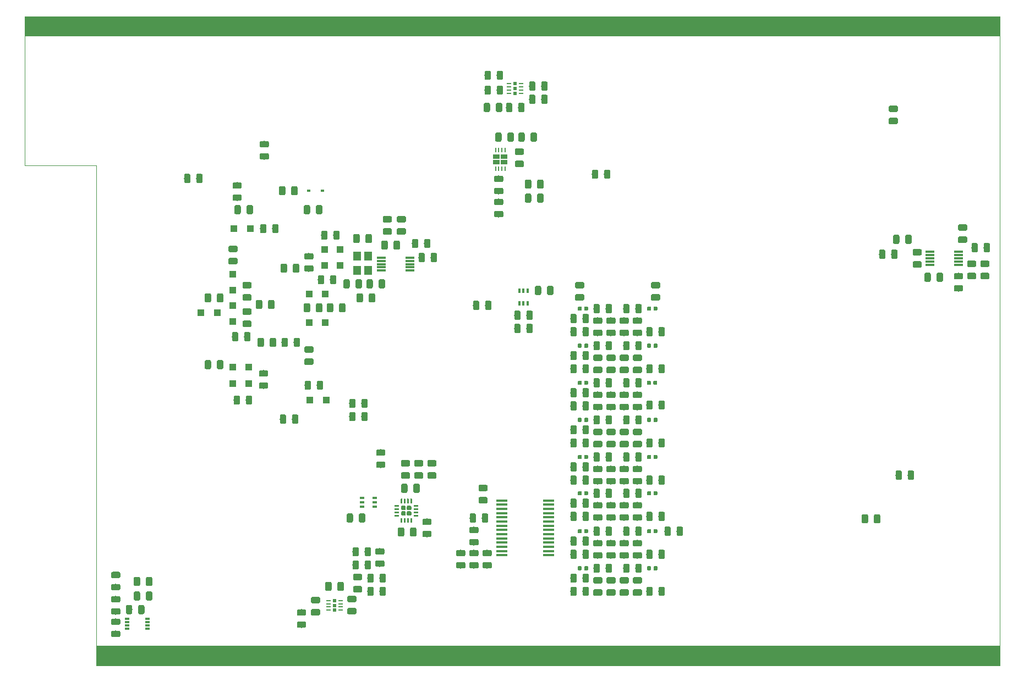
<source format=gbr>
%TF.GenerationSoftware,KiCad,Pcbnew,(5.1.2-1)-1*%
%TF.CreationDate,2019-08-24T23:22:50-04:00*%
%TF.ProjectId,ADIMB,4144494d-422e-46b6-9963-61645f706362,rev?*%
%TF.SameCoordinates,Original*%
%TF.FileFunction,Paste,Bot*%
%TF.FilePolarity,Positive*%
%FSLAX46Y46*%
G04 Gerber Fmt 4.6, Leading zero omitted, Abs format (unit mm)*
G04 Created by KiCad (PCBNEW (5.1.2-1)-1) date 2019-08-24 23:22:50*
%MOMM*%
%LPD*%
G04 APERTURE LIST*
%ADD10C,0.100000*%
%ADD11C,0.050000*%
%ADD12C,0.975000*%
%ADD13R,0.600000X0.450000*%
%ADD14R,1.000000X1.000000*%
%ADD15R,0.400000X0.650000*%
%ADD16R,0.500000X0.590000*%
%ADD17R,0.700000X0.250000*%
%ADD18R,1.000000X0.640000*%
%ADD19R,0.250000X0.700000*%
%ADD20R,1.400000X0.300000*%
%ADD21R,1.750000X0.450000*%
%ADD22C,0.590000*%
%ADD23C,0.250000*%
%ADD24C,0.690000*%
%ADD25R,1.200000X1.400000*%
%ADD26R,0.650000X0.400000*%
%ADD27R,0.800000X0.300000*%
G04 APERTURE END LIST*
D10*
G36*
X200000000Y-120000000D02*
G01*
X61000000Y-120000000D01*
X61000000Y-117000000D01*
X200000000Y-117000000D01*
X200000000Y-120000000D01*
G37*
X200000000Y-120000000D02*
X61000000Y-120000000D01*
X61000000Y-117000000D01*
X200000000Y-117000000D01*
X200000000Y-120000000D01*
G36*
X200000000Y-23000000D02*
G01*
X50000000Y-23000000D01*
X50000000Y-20000000D01*
X200000000Y-20000000D01*
X200000000Y-23000000D01*
G37*
X200000000Y-23000000D02*
X50000000Y-23000000D01*
X50000000Y-20000000D01*
X200000000Y-20000000D01*
X200000000Y-23000000D01*
D11*
X61000000Y-120000000D02*
X200000000Y-120000000D01*
X61000000Y-43000000D02*
X61000000Y-120000000D01*
X50000000Y-43000000D02*
X61000000Y-43000000D01*
X50000000Y-20000000D02*
X50000000Y-43000000D01*
X200000000Y-20000000D02*
X200000000Y-120000000D01*
X50000000Y-20000000D02*
X200000000Y-20000000D01*
D10*
G36*
X181418142Y-96710174D02*
G01*
X181441803Y-96713684D01*
X181465007Y-96719496D01*
X181487529Y-96727554D01*
X181509153Y-96737782D01*
X181529670Y-96750079D01*
X181548883Y-96764329D01*
X181566607Y-96780393D01*
X181582671Y-96798117D01*
X181596921Y-96817330D01*
X181609218Y-96837847D01*
X181619446Y-96859471D01*
X181627504Y-96881993D01*
X181633316Y-96905197D01*
X181636826Y-96928858D01*
X181638000Y-96952750D01*
X181638000Y-97865250D01*
X181636826Y-97889142D01*
X181633316Y-97912803D01*
X181627504Y-97936007D01*
X181619446Y-97958529D01*
X181609218Y-97980153D01*
X181596921Y-98000670D01*
X181582671Y-98019883D01*
X181566607Y-98037607D01*
X181548883Y-98053671D01*
X181529670Y-98067921D01*
X181509153Y-98080218D01*
X181487529Y-98090446D01*
X181465007Y-98098504D01*
X181441803Y-98104316D01*
X181418142Y-98107826D01*
X181394250Y-98109000D01*
X180906750Y-98109000D01*
X180882858Y-98107826D01*
X180859197Y-98104316D01*
X180835993Y-98098504D01*
X180813471Y-98090446D01*
X180791847Y-98080218D01*
X180771330Y-98067921D01*
X180752117Y-98053671D01*
X180734393Y-98037607D01*
X180718329Y-98019883D01*
X180704079Y-98000670D01*
X180691782Y-97980153D01*
X180681554Y-97958529D01*
X180673496Y-97936007D01*
X180667684Y-97912803D01*
X180664174Y-97889142D01*
X180663000Y-97865250D01*
X180663000Y-96952750D01*
X180664174Y-96928858D01*
X180667684Y-96905197D01*
X180673496Y-96881993D01*
X180681554Y-96859471D01*
X180691782Y-96837847D01*
X180704079Y-96817330D01*
X180718329Y-96798117D01*
X180734393Y-96780393D01*
X180752117Y-96764329D01*
X180771330Y-96750079D01*
X180791847Y-96737782D01*
X180813471Y-96727554D01*
X180835993Y-96719496D01*
X180859197Y-96713684D01*
X180882858Y-96710174D01*
X180906750Y-96709000D01*
X181394250Y-96709000D01*
X181418142Y-96710174D01*
X181418142Y-96710174D01*
G37*
D12*
X181150500Y-97409000D03*
D10*
G36*
X179543142Y-96710174D02*
G01*
X179566803Y-96713684D01*
X179590007Y-96719496D01*
X179612529Y-96727554D01*
X179634153Y-96737782D01*
X179654670Y-96750079D01*
X179673883Y-96764329D01*
X179691607Y-96780393D01*
X179707671Y-96798117D01*
X179721921Y-96817330D01*
X179734218Y-96837847D01*
X179744446Y-96859471D01*
X179752504Y-96881993D01*
X179758316Y-96905197D01*
X179761826Y-96928858D01*
X179763000Y-96952750D01*
X179763000Y-97865250D01*
X179761826Y-97889142D01*
X179758316Y-97912803D01*
X179752504Y-97936007D01*
X179744446Y-97958529D01*
X179734218Y-97980153D01*
X179721921Y-98000670D01*
X179707671Y-98019883D01*
X179691607Y-98037607D01*
X179673883Y-98053671D01*
X179654670Y-98067921D01*
X179634153Y-98080218D01*
X179612529Y-98090446D01*
X179590007Y-98098504D01*
X179566803Y-98104316D01*
X179543142Y-98107826D01*
X179519250Y-98109000D01*
X179031750Y-98109000D01*
X179007858Y-98107826D01*
X178984197Y-98104316D01*
X178960993Y-98098504D01*
X178938471Y-98090446D01*
X178916847Y-98080218D01*
X178896330Y-98067921D01*
X178877117Y-98053671D01*
X178859393Y-98037607D01*
X178843329Y-98019883D01*
X178829079Y-98000670D01*
X178816782Y-97980153D01*
X178806554Y-97958529D01*
X178798496Y-97936007D01*
X178792684Y-97912803D01*
X178789174Y-97889142D01*
X178788000Y-97865250D01*
X178788000Y-96952750D01*
X178789174Y-96928858D01*
X178792684Y-96905197D01*
X178798496Y-96881993D01*
X178806554Y-96859471D01*
X178816782Y-96837847D01*
X178829079Y-96817330D01*
X178843329Y-96798117D01*
X178859393Y-96780393D01*
X178877117Y-96764329D01*
X178896330Y-96750079D01*
X178916847Y-96737782D01*
X178938471Y-96727554D01*
X178960993Y-96719496D01*
X178984197Y-96713684D01*
X179007858Y-96710174D01*
X179031750Y-96709000D01*
X179519250Y-96709000D01*
X179543142Y-96710174D01*
X179543142Y-96710174D01*
G37*
D12*
X179275500Y-97409000D03*
D13*
X95792000Y-46863000D03*
X93692000Y-46863000D03*
D14*
X96373000Y-79121000D03*
X93873000Y-79121000D03*
X84455000Y-76561000D03*
X84455000Y-74061000D03*
X82042000Y-76561000D03*
X82042000Y-74061000D03*
X96246000Y-62738000D03*
X93746000Y-62738000D03*
X96246000Y-67183000D03*
X93746000Y-67183000D03*
X82042000Y-67036000D03*
X82042000Y-64536000D03*
X82042000Y-59710000D03*
X82042000Y-62210000D03*
X77109000Y-65659000D03*
X79609000Y-65659000D03*
X96139000Y-55900000D03*
X96139000Y-58400000D03*
X98552000Y-55900000D03*
X98552000Y-58400000D03*
X82189000Y-52705000D03*
X84689000Y-52705000D03*
D10*
G36*
X138014142Y-43624174D02*
G01*
X138037803Y-43627684D01*
X138061007Y-43633496D01*
X138083529Y-43641554D01*
X138105153Y-43651782D01*
X138125670Y-43664079D01*
X138144883Y-43678329D01*
X138162607Y-43694393D01*
X138178671Y-43712117D01*
X138192921Y-43731330D01*
X138205218Y-43751847D01*
X138215446Y-43773471D01*
X138223504Y-43795993D01*
X138229316Y-43819197D01*
X138232826Y-43842858D01*
X138234000Y-43866750D01*
X138234000Y-44779250D01*
X138232826Y-44803142D01*
X138229316Y-44826803D01*
X138223504Y-44850007D01*
X138215446Y-44872529D01*
X138205218Y-44894153D01*
X138192921Y-44914670D01*
X138178671Y-44933883D01*
X138162607Y-44951607D01*
X138144883Y-44967671D01*
X138125670Y-44981921D01*
X138105153Y-44994218D01*
X138083529Y-45004446D01*
X138061007Y-45012504D01*
X138037803Y-45018316D01*
X138014142Y-45021826D01*
X137990250Y-45023000D01*
X137502750Y-45023000D01*
X137478858Y-45021826D01*
X137455197Y-45018316D01*
X137431993Y-45012504D01*
X137409471Y-45004446D01*
X137387847Y-44994218D01*
X137367330Y-44981921D01*
X137348117Y-44967671D01*
X137330393Y-44951607D01*
X137314329Y-44933883D01*
X137300079Y-44914670D01*
X137287782Y-44894153D01*
X137277554Y-44872529D01*
X137269496Y-44850007D01*
X137263684Y-44826803D01*
X137260174Y-44803142D01*
X137259000Y-44779250D01*
X137259000Y-43866750D01*
X137260174Y-43842858D01*
X137263684Y-43819197D01*
X137269496Y-43795993D01*
X137277554Y-43773471D01*
X137287782Y-43751847D01*
X137300079Y-43731330D01*
X137314329Y-43712117D01*
X137330393Y-43694393D01*
X137348117Y-43678329D01*
X137367330Y-43664079D01*
X137387847Y-43651782D01*
X137409471Y-43641554D01*
X137431993Y-43633496D01*
X137455197Y-43627684D01*
X137478858Y-43624174D01*
X137502750Y-43623000D01*
X137990250Y-43623000D01*
X138014142Y-43624174D01*
X138014142Y-43624174D01*
G37*
D12*
X137746500Y-44323000D03*
D10*
G36*
X139889142Y-43624174D02*
G01*
X139912803Y-43627684D01*
X139936007Y-43633496D01*
X139958529Y-43641554D01*
X139980153Y-43651782D01*
X140000670Y-43664079D01*
X140019883Y-43678329D01*
X140037607Y-43694393D01*
X140053671Y-43712117D01*
X140067921Y-43731330D01*
X140080218Y-43751847D01*
X140090446Y-43773471D01*
X140098504Y-43795993D01*
X140104316Y-43819197D01*
X140107826Y-43842858D01*
X140109000Y-43866750D01*
X140109000Y-44779250D01*
X140107826Y-44803142D01*
X140104316Y-44826803D01*
X140098504Y-44850007D01*
X140090446Y-44872529D01*
X140080218Y-44894153D01*
X140067921Y-44914670D01*
X140053671Y-44933883D01*
X140037607Y-44951607D01*
X140019883Y-44967671D01*
X140000670Y-44981921D01*
X139980153Y-44994218D01*
X139958529Y-45004446D01*
X139936007Y-45012504D01*
X139912803Y-45018316D01*
X139889142Y-45021826D01*
X139865250Y-45023000D01*
X139377750Y-45023000D01*
X139353858Y-45021826D01*
X139330197Y-45018316D01*
X139306993Y-45012504D01*
X139284471Y-45004446D01*
X139262847Y-44994218D01*
X139242330Y-44981921D01*
X139223117Y-44967671D01*
X139205393Y-44951607D01*
X139189329Y-44933883D01*
X139175079Y-44914670D01*
X139162782Y-44894153D01*
X139152554Y-44872529D01*
X139144496Y-44850007D01*
X139138684Y-44826803D01*
X139135174Y-44803142D01*
X139134000Y-44779250D01*
X139134000Y-43866750D01*
X139135174Y-43842858D01*
X139138684Y-43819197D01*
X139144496Y-43795993D01*
X139152554Y-43773471D01*
X139162782Y-43751847D01*
X139175079Y-43731330D01*
X139189329Y-43712117D01*
X139205393Y-43694393D01*
X139223117Y-43678329D01*
X139242330Y-43664079D01*
X139262847Y-43651782D01*
X139284471Y-43641554D01*
X139306993Y-43633496D01*
X139330197Y-43627684D01*
X139353858Y-43624174D01*
X139377750Y-43623000D01*
X139865250Y-43623000D01*
X139889142Y-43624174D01*
X139889142Y-43624174D01*
G37*
D12*
X139621500Y-44323000D03*
D10*
G36*
X123416142Y-49981174D02*
G01*
X123439803Y-49984684D01*
X123463007Y-49990496D01*
X123485529Y-49998554D01*
X123507153Y-50008782D01*
X123527670Y-50021079D01*
X123546883Y-50035329D01*
X123564607Y-50051393D01*
X123580671Y-50069117D01*
X123594921Y-50088330D01*
X123607218Y-50108847D01*
X123617446Y-50130471D01*
X123625504Y-50152993D01*
X123631316Y-50176197D01*
X123634826Y-50199858D01*
X123636000Y-50223750D01*
X123636000Y-50711250D01*
X123634826Y-50735142D01*
X123631316Y-50758803D01*
X123625504Y-50782007D01*
X123617446Y-50804529D01*
X123607218Y-50826153D01*
X123594921Y-50846670D01*
X123580671Y-50865883D01*
X123564607Y-50883607D01*
X123546883Y-50899671D01*
X123527670Y-50913921D01*
X123507153Y-50926218D01*
X123485529Y-50936446D01*
X123463007Y-50944504D01*
X123439803Y-50950316D01*
X123416142Y-50953826D01*
X123392250Y-50955000D01*
X122479750Y-50955000D01*
X122455858Y-50953826D01*
X122432197Y-50950316D01*
X122408993Y-50944504D01*
X122386471Y-50936446D01*
X122364847Y-50926218D01*
X122344330Y-50913921D01*
X122325117Y-50899671D01*
X122307393Y-50883607D01*
X122291329Y-50865883D01*
X122277079Y-50846670D01*
X122264782Y-50826153D01*
X122254554Y-50804529D01*
X122246496Y-50782007D01*
X122240684Y-50758803D01*
X122237174Y-50735142D01*
X122236000Y-50711250D01*
X122236000Y-50223750D01*
X122237174Y-50199858D01*
X122240684Y-50176197D01*
X122246496Y-50152993D01*
X122254554Y-50130471D01*
X122264782Y-50108847D01*
X122277079Y-50088330D01*
X122291329Y-50069117D01*
X122307393Y-50051393D01*
X122325117Y-50035329D01*
X122344330Y-50021079D01*
X122364847Y-50008782D01*
X122386471Y-49998554D01*
X122408993Y-49990496D01*
X122432197Y-49984684D01*
X122455858Y-49981174D01*
X122479750Y-49980000D01*
X123392250Y-49980000D01*
X123416142Y-49981174D01*
X123416142Y-49981174D01*
G37*
D12*
X122936000Y-50467500D03*
D10*
G36*
X123416142Y-48106174D02*
G01*
X123439803Y-48109684D01*
X123463007Y-48115496D01*
X123485529Y-48123554D01*
X123507153Y-48133782D01*
X123527670Y-48146079D01*
X123546883Y-48160329D01*
X123564607Y-48176393D01*
X123580671Y-48194117D01*
X123594921Y-48213330D01*
X123607218Y-48233847D01*
X123617446Y-48255471D01*
X123625504Y-48277993D01*
X123631316Y-48301197D01*
X123634826Y-48324858D01*
X123636000Y-48348750D01*
X123636000Y-48836250D01*
X123634826Y-48860142D01*
X123631316Y-48883803D01*
X123625504Y-48907007D01*
X123617446Y-48929529D01*
X123607218Y-48951153D01*
X123594921Y-48971670D01*
X123580671Y-48990883D01*
X123564607Y-49008607D01*
X123546883Y-49024671D01*
X123527670Y-49038921D01*
X123507153Y-49051218D01*
X123485529Y-49061446D01*
X123463007Y-49069504D01*
X123439803Y-49075316D01*
X123416142Y-49078826D01*
X123392250Y-49080000D01*
X122479750Y-49080000D01*
X122455858Y-49078826D01*
X122432197Y-49075316D01*
X122408993Y-49069504D01*
X122386471Y-49061446D01*
X122364847Y-49051218D01*
X122344330Y-49038921D01*
X122325117Y-49024671D01*
X122307393Y-49008607D01*
X122291329Y-48990883D01*
X122277079Y-48971670D01*
X122264782Y-48951153D01*
X122254554Y-48929529D01*
X122246496Y-48907007D01*
X122240684Y-48883803D01*
X122237174Y-48860142D01*
X122236000Y-48836250D01*
X122236000Y-48348750D01*
X122237174Y-48324858D01*
X122240684Y-48301197D01*
X122246496Y-48277993D01*
X122254554Y-48255471D01*
X122264782Y-48233847D01*
X122277079Y-48213330D01*
X122291329Y-48194117D01*
X122307393Y-48176393D01*
X122325117Y-48160329D01*
X122344330Y-48146079D01*
X122364847Y-48133782D01*
X122386471Y-48123554D01*
X122408993Y-48115496D01*
X122432197Y-48109684D01*
X122455858Y-48106174D01*
X122479750Y-48105000D01*
X123392250Y-48105000D01*
X123416142Y-48106174D01*
X123416142Y-48106174D01*
G37*
D12*
X122936000Y-48592500D03*
D10*
G36*
X184122142Y-33755174D02*
G01*
X184145803Y-33758684D01*
X184169007Y-33764496D01*
X184191529Y-33772554D01*
X184213153Y-33782782D01*
X184233670Y-33795079D01*
X184252883Y-33809329D01*
X184270607Y-33825393D01*
X184286671Y-33843117D01*
X184300921Y-33862330D01*
X184313218Y-33882847D01*
X184323446Y-33904471D01*
X184331504Y-33926993D01*
X184337316Y-33950197D01*
X184340826Y-33973858D01*
X184342000Y-33997750D01*
X184342000Y-34485250D01*
X184340826Y-34509142D01*
X184337316Y-34532803D01*
X184331504Y-34556007D01*
X184323446Y-34578529D01*
X184313218Y-34600153D01*
X184300921Y-34620670D01*
X184286671Y-34639883D01*
X184270607Y-34657607D01*
X184252883Y-34673671D01*
X184233670Y-34687921D01*
X184213153Y-34700218D01*
X184191529Y-34710446D01*
X184169007Y-34718504D01*
X184145803Y-34724316D01*
X184122142Y-34727826D01*
X184098250Y-34729000D01*
X183185750Y-34729000D01*
X183161858Y-34727826D01*
X183138197Y-34724316D01*
X183114993Y-34718504D01*
X183092471Y-34710446D01*
X183070847Y-34700218D01*
X183050330Y-34687921D01*
X183031117Y-34673671D01*
X183013393Y-34657607D01*
X182997329Y-34639883D01*
X182983079Y-34620670D01*
X182970782Y-34600153D01*
X182960554Y-34578529D01*
X182952496Y-34556007D01*
X182946684Y-34532803D01*
X182943174Y-34509142D01*
X182942000Y-34485250D01*
X182942000Y-33997750D01*
X182943174Y-33973858D01*
X182946684Y-33950197D01*
X182952496Y-33926993D01*
X182960554Y-33904471D01*
X182970782Y-33882847D01*
X182983079Y-33862330D01*
X182997329Y-33843117D01*
X183013393Y-33825393D01*
X183031117Y-33809329D01*
X183050330Y-33795079D01*
X183070847Y-33782782D01*
X183092471Y-33772554D01*
X183114993Y-33764496D01*
X183138197Y-33758684D01*
X183161858Y-33755174D01*
X183185750Y-33754000D01*
X184098250Y-33754000D01*
X184122142Y-33755174D01*
X184122142Y-33755174D01*
G37*
D12*
X183642000Y-34241500D03*
D10*
G36*
X184122142Y-35630174D02*
G01*
X184145803Y-35633684D01*
X184169007Y-35639496D01*
X184191529Y-35647554D01*
X184213153Y-35657782D01*
X184233670Y-35670079D01*
X184252883Y-35684329D01*
X184270607Y-35700393D01*
X184286671Y-35718117D01*
X184300921Y-35737330D01*
X184313218Y-35757847D01*
X184323446Y-35779471D01*
X184331504Y-35801993D01*
X184337316Y-35825197D01*
X184340826Y-35848858D01*
X184342000Y-35872750D01*
X184342000Y-36360250D01*
X184340826Y-36384142D01*
X184337316Y-36407803D01*
X184331504Y-36431007D01*
X184323446Y-36453529D01*
X184313218Y-36475153D01*
X184300921Y-36495670D01*
X184286671Y-36514883D01*
X184270607Y-36532607D01*
X184252883Y-36548671D01*
X184233670Y-36562921D01*
X184213153Y-36575218D01*
X184191529Y-36585446D01*
X184169007Y-36593504D01*
X184145803Y-36599316D01*
X184122142Y-36602826D01*
X184098250Y-36604000D01*
X183185750Y-36604000D01*
X183161858Y-36602826D01*
X183138197Y-36599316D01*
X183114993Y-36593504D01*
X183092471Y-36585446D01*
X183070847Y-36575218D01*
X183050330Y-36562921D01*
X183031117Y-36548671D01*
X183013393Y-36532607D01*
X182997329Y-36514883D01*
X182983079Y-36495670D01*
X182970782Y-36475153D01*
X182960554Y-36453529D01*
X182952496Y-36431007D01*
X182946684Y-36407803D01*
X182943174Y-36384142D01*
X182942000Y-36360250D01*
X182942000Y-35872750D01*
X182943174Y-35848858D01*
X182946684Y-35825197D01*
X182952496Y-35801993D01*
X182960554Y-35779471D01*
X182970782Y-35757847D01*
X182983079Y-35737330D01*
X182997329Y-35718117D01*
X183013393Y-35700393D01*
X183031117Y-35684329D01*
X183050330Y-35670079D01*
X183070847Y-35657782D01*
X183092471Y-35647554D01*
X183114993Y-35639496D01*
X183138197Y-35633684D01*
X183161858Y-35630174D01*
X183185750Y-35629000D01*
X184098250Y-35629000D01*
X184122142Y-35630174D01*
X184122142Y-35630174D01*
G37*
D12*
X183642000Y-36116500D03*
D15*
X127396000Y-62296000D03*
X126096000Y-62296000D03*
X126746000Y-64196000D03*
X126746000Y-62296000D03*
X126096000Y-64196000D03*
X127396000Y-64196000D03*
D16*
X97663000Y-110010000D03*
X97663000Y-110744000D03*
X97663000Y-111478000D03*
D17*
X98588000Y-111494000D03*
X98588000Y-110994000D03*
X98588000Y-110494000D03*
X98588000Y-109994000D03*
X96738000Y-109994000D03*
X96738000Y-110494000D03*
X96738000Y-110994000D03*
X96738000Y-111494000D03*
D10*
G36*
X121003142Y-94050174D02*
G01*
X121026803Y-94053684D01*
X121050007Y-94059496D01*
X121072529Y-94067554D01*
X121094153Y-94077782D01*
X121114670Y-94090079D01*
X121133883Y-94104329D01*
X121151607Y-94120393D01*
X121167671Y-94138117D01*
X121181921Y-94157330D01*
X121194218Y-94177847D01*
X121204446Y-94199471D01*
X121212504Y-94221993D01*
X121218316Y-94245197D01*
X121221826Y-94268858D01*
X121223000Y-94292750D01*
X121223000Y-94780250D01*
X121221826Y-94804142D01*
X121218316Y-94827803D01*
X121212504Y-94851007D01*
X121204446Y-94873529D01*
X121194218Y-94895153D01*
X121181921Y-94915670D01*
X121167671Y-94934883D01*
X121151607Y-94952607D01*
X121133883Y-94968671D01*
X121114670Y-94982921D01*
X121094153Y-94995218D01*
X121072529Y-95005446D01*
X121050007Y-95013504D01*
X121026803Y-95019316D01*
X121003142Y-95022826D01*
X120979250Y-95024000D01*
X120066750Y-95024000D01*
X120042858Y-95022826D01*
X120019197Y-95019316D01*
X119995993Y-95013504D01*
X119973471Y-95005446D01*
X119951847Y-94995218D01*
X119931330Y-94982921D01*
X119912117Y-94968671D01*
X119894393Y-94952607D01*
X119878329Y-94934883D01*
X119864079Y-94915670D01*
X119851782Y-94895153D01*
X119841554Y-94873529D01*
X119833496Y-94851007D01*
X119827684Y-94827803D01*
X119824174Y-94804142D01*
X119823000Y-94780250D01*
X119823000Y-94292750D01*
X119824174Y-94268858D01*
X119827684Y-94245197D01*
X119833496Y-94221993D01*
X119841554Y-94199471D01*
X119851782Y-94177847D01*
X119864079Y-94157330D01*
X119878329Y-94138117D01*
X119894393Y-94120393D01*
X119912117Y-94104329D01*
X119931330Y-94090079D01*
X119951847Y-94077782D01*
X119973471Y-94067554D01*
X119995993Y-94059496D01*
X120019197Y-94053684D01*
X120042858Y-94050174D01*
X120066750Y-94049000D01*
X120979250Y-94049000D01*
X121003142Y-94050174D01*
X121003142Y-94050174D01*
G37*
D12*
X120523000Y-94536500D03*
D10*
G36*
X121003142Y-92175174D02*
G01*
X121026803Y-92178684D01*
X121050007Y-92184496D01*
X121072529Y-92192554D01*
X121094153Y-92202782D01*
X121114670Y-92215079D01*
X121133883Y-92229329D01*
X121151607Y-92245393D01*
X121167671Y-92263117D01*
X121181921Y-92282330D01*
X121194218Y-92302847D01*
X121204446Y-92324471D01*
X121212504Y-92346993D01*
X121218316Y-92370197D01*
X121221826Y-92393858D01*
X121223000Y-92417750D01*
X121223000Y-92905250D01*
X121221826Y-92929142D01*
X121218316Y-92952803D01*
X121212504Y-92976007D01*
X121204446Y-92998529D01*
X121194218Y-93020153D01*
X121181921Y-93040670D01*
X121167671Y-93059883D01*
X121151607Y-93077607D01*
X121133883Y-93093671D01*
X121114670Y-93107921D01*
X121094153Y-93120218D01*
X121072529Y-93130446D01*
X121050007Y-93138504D01*
X121026803Y-93144316D01*
X121003142Y-93147826D01*
X120979250Y-93149000D01*
X120066750Y-93149000D01*
X120042858Y-93147826D01*
X120019197Y-93144316D01*
X119995993Y-93138504D01*
X119973471Y-93130446D01*
X119951847Y-93120218D01*
X119931330Y-93107921D01*
X119912117Y-93093671D01*
X119894393Y-93077607D01*
X119878329Y-93059883D01*
X119864079Y-93040670D01*
X119851782Y-93020153D01*
X119841554Y-92998529D01*
X119833496Y-92976007D01*
X119827684Y-92952803D01*
X119824174Y-92929142D01*
X119823000Y-92905250D01*
X119823000Y-92417750D01*
X119824174Y-92393858D01*
X119827684Y-92370197D01*
X119833496Y-92346993D01*
X119841554Y-92324471D01*
X119851782Y-92302847D01*
X119864079Y-92282330D01*
X119878329Y-92263117D01*
X119894393Y-92245393D01*
X119912117Y-92229329D01*
X119931330Y-92215079D01*
X119951847Y-92202782D01*
X119973471Y-92192554D01*
X119995993Y-92184496D01*
X120019197Y-92178684D01*
X120042858Y-92175174D01*
X120066750Y-92174000D01*
X120979250Y-92174000D01*
X121003142Y-92175174D01*
X121003142Y-92175174D01*
G37*
D12*
X120523000Y-92661500D03*
D10*
G36*
X121638142Y-104083174D02*
G01*
X121661803Y-104086684D01*
X121685007Y-104092496D01*
X121707529Y-104100554D01*
X121729153Y-104110782D01*
X121749670Y-104123079D01*
X121768883Y-104137329D01*
X121786607Y-104153393D01*
X121802671Y-104171117D01*
X121816921Y-104190330D01*
X121829218Y-104210847D01*
X121839446Y-104232471D01*
X121847504Y-104254993D01*
X121853316Y-104278197D01*
X121856826Y-104301858D01*
X121858000Y-104325750D01*
X121858000Y-104813250D01*
X121856826Y-104837142D01*
X121853316Y-104860803D01*
X121847504Y-104884007D01*
X121839446Y-104906529D01*
X121829218Y-104928153D01*
X121816921Y-104948670D01*
X121802671Y-104967883D01*
X121786607Y-104985607D01*
X121768883Y-105001671D01*
X121749670Y-105015921D01*
X121729153Y-105028218D01*
X121707529Y-105038446D01*
X121685007Y-105046504D01*
X121661803Y-105052316D01*
X121638142Y-105055826D01*
X121614250Y-105057000D01*
X120701750Y-105057000D01*
X120677858Y-105055826D01*
X120654197Y-105052316D01*
X120630993Y-105046504D01*
X120608471Y-105038446D01*
X120586847Y-105028218D01*
X120566330Y-105015921D01*
X120547117Y-105001671D01*
X120529393Y-104985607D01*
X120513329Y-104967883D01*
X120499079Y-104948670D01*
X120486782Y-104928153D01*
X120476554Y-104906529D01*
X120468496Y-104884007D01*
X120462684Y-104860803D01*
X120459174Y-104837142D01*
X120458000Y-104813250D01*
X120458000Y-104325750D01*
X120459174Y-104301858D01*
X120462684Y-104278197D01*
X120468496Y-104254993D01*
X120476554Y-104232471D01*
X120486782Y-104210847D01*
X120499079Y-104190330D01*
X120513329Y-104171117D01*
X120529393Y-104153393D01*
X120547117Y-104137329D01*
X120566330Y-104123079D01*
X120586847Y-104110782D01*
X120608471Y-104100554D01*
X120630993Y-104092496D01*
X120654197Y-104086684D01*
X120677858Y-104083174D01*
X120701750Y-104082000D01*
X121614250Y-104082000D01*
X121638142Y-104083174D01*
X121638142Y-104083174D01*
G37*
D12*
X121158000Y-104569500D03*
D10*
G36*
X121638142Y-102208174D02*
G01*
X121661803Y-102211684D01*
X121685007Y-102217496D01*
X121707529Y-102225554D01*
X121729153Y-102235782D01*
X121749670Y-102248079D01*
X121768883Y-102262329D01*
X121786607Y-102278393D01*
X121802671Y-102296117D01*
X121816921Y-102315330D01*
X121829218Y-102335847D01*
X121839446Y-102357471D01*
X121847504Y-102379993D01*
X121853316Y-102403197D01*
X121856826Y-102426858D01*
X121858000Y-102450750D01*
X121858000Y-102938250D01*
X121856826Y-102962142D01*
X121853316Y-102985803D01*
X121847504Y-103009007D01*
X121839446Y-103031529D01*
X121829218Y-103053153D01*
X121816921Y-103073670D01*
X121802671Y-103092883D01*
X121786607Y-103110607D01*
X121768883Y-103126671D01*
X121749670Y-103140921D01*
X121729153Y-103153218D01*
X121707529Y-103163446D01*
X121685007Y-103171504D01*
X121661803Y-103177316D01*
X121638142Y-103180826D01*
X121614250Y-103182000D01*
X120701750Y-103182000D01*
X120677858Y-103180826D01*
X120654197Y-103177316D01*
X120630993Y-103171504D01*
X120608471Y-103163446D01*
X120586847Y-103153218D01*
X120566330Y-103140921D01*
X120547117Y-103126671D01*
X120529393Y-103110607D01*
X120513329Y-103092883D01*
X120499079Y-103073670D01*
X120486782Y-103053153D01*
X120476554Y-103031529D01*
X120468496Y-103009007D01*
X120462684Y-102985803D01*
X120459174Y-102962142D01*
X120458000Y-102938250D01*
X120458000Y-102450750D01*
X120459174Y-102426858D01*
X120462684Y-102403197D01*
X120468496Y-102379993D01*
X120476554Y-102357471D01*
X120486782Y-102335847D01*
X120499079Y-102315330D01*
X120513329Y-102296117D01*
X120529393Y-102278393D01*
X120547117Y-102262329D01*
X120566330Y-102248079D01*
X120586847Y-102235782D01*
X120608471Y-102225554D01*
X120630993Y-102217496D01*
X120654197Y-102211684D01*
X120677858Y-102208174D01*
X120701750Y-102207000D01*
X121614250Y-102207000D01*
X121638142Y-102208174D01*
X121638142Y-102208174D01*
G37*
D12*
X121158000Y-102694500D03*
D10*
G36*
X105128142Y-103829174D02*
G01*
X105151803Y-103832684D01*
X105175007Y-103838496D01*
X105197529Y-103846554D01*
X105219153Y-103856782D01*
X105239670Y-103869079D01*
X105258883Y-103883329D01*
X105276607Y-103899393D01*
X105292671Y-103917117D01*
X105306921Y-103936330D01*
X105319218Y-103956847D01*
X105329446Y-103978471D01*
X105337504Y-104000993D01*
X105343316Y-104024197D01*
X105346826Y-104047858D01*
X105348000Y-104071750D01*
X105348000Y-104559250D01*
X105346826Y-104583142D01*
X105343316Y-104606803D01*
X105337504Y-104630007D01*
X105329446Y-104652529D01*
X105319218Y-104674153D01*
X105306921Y-104694670D01*
X105292671Y-104713883D01*
X105276607Y-104731607D01*
X105258883Y-104747671D01*
X105239670Y-104761921D01*
X105219153Y-104774218D01*
X105197529Y-104784446D01*
X105175007Y-104792504D01*
X105151803Y-104798316D01*
X105128142Y-104801826D01*
X105104250Y-104803000D01*
X104191750Y-104803000D01*
X104167858Y-104801826D01*
X104144197Y-104798316D01*
X104120993Y-104792504D01*
X104098471Y-104784446D01*
X104076847Y-104774218D01*
X104056330Y-104761921D01*
X104037117Y-104747671D01*
X104019393Y-104731607D01*
X104003329Y-104713883D01*
X103989079Y-104694670D01*
X103976782Y-104674153D01*
X103966554Y-104652529D01*
X103958496Y-104630007D01*
X103952684Y-104606803D01*
X103949174Y-104583142D01*
X103948000Y-104559250D01*
X103948000Y-104071750D01*
X103949174Y-104047858D01*
X103952684Y-104024197D01*
X103958496Y-104000993D01*
X103966554Y-103978471D01*
X103976782Y-103956847D01*
X103989079Y-103936330D01*
X104003329Y-103917117D01*
X104019393Y-103899393D01*
X104037117Y-103883329D01*
X104056330Y-103869079D01*
X104076847Y-103856782D01*
X104098471Y-103846554D01*
X104120993Y-103838496D01*
X104144197Y-103832684D01*
X104167858Y-103829174D01*
X104191750Y-103828000D01*
X105104250Y-103828000D01*
X105128142Y-103829174D01*
X105128142Y-103829174D01*
G37*
D12*
X104648000Y-104315500D03*
D10*
G36*
X105128142Y-101954174D02*
G01*
X105151803Y-101957684D01*
X105175007Y-101963496D01*
X105197529Y-101971554D01*
X105219153Y-101981782D01*
X105239670Y-101994079D01*
X105258883Y-102008329D01*
X105276607Y-102024393D01*
X105292671Y-102042117D01*
X105306921Y-102061330D01*
X105319218Y-102081847D01*
X105329446Y-102103471D01*
X105337504Y-102125993D01*
X105343316Y-102149197D01*
X105346826Y-102172858D01*
X105348000Y-102196750D01*
X105348000Y-102684250D01*
X105346826Y-102708142D01*
X105343316Y-102731803D01*
X105337504Y-102755007D01*
X105329446Y-102777529D01*
X105319218Y-102799153D01*
X105306921Y-102819670D01*
X105292671Y-102838883D01*
X105276607Y-102856607D01*
X105258883Y-102872671D01*
X105239670Y-102886921D01*
X105219153Y-102899218D01*
X105197529Y-102909446D01*
X105175007Y-102917504D01*
X105151803Y-102923316D01*
X105128142Y-102926826D01*
X105104250Y-102928000D01*
X104191750Y-102928000D01*
X104167858Y-102926826D01*
X104144197Y-102923316D01*
X104120993Y-102917504D01*
X104098471Y-102909446D01*
X104076847Y-102899218D01*
X104056330Y-102886921D01*
X104037117Y-102872671D01*
X104019393Y-102856607D01*
X104003329Y-102838883D01*
X103989079Y-102819670D01*
X103976782Y-102799153D01*
X103966554Y-102777529D01*
X103958496Y-102755007D01*
X103952684Y-102731803D01*
X103949174Y-102708142D01*
X103948000Y-102684250D01*
X103948000Y-102196750D01*
X103949174Y-102172858D01*
X103952684Y-102149197D01*
X103958496Y-102125993D01*
X103966554Y-102103471D01*
X103976782Y-102081847D01*
X103989079Y-102061330D01*
X104003329Y-102042117D01*
X104019393Y-102024393D01*
X104037117Y-102008329D01*
X104056330Y-101994079D01*
X104076847Y-101981782D01*
X104098471Y-101971554D01*
X104120993Y-101963496D01*
X104144197Y-101957684D01*
X104167858Y-101954174D01*
X104191750Y-101953000D01*
X105104250Y-101953000D01*
X105128142Y-101954174D01*
X105128142Y-101954174D01*
G37*
D12*
X104648000Y-102440500D03*
D10*
G36*
X93063142Y-111352174D02*
G01*
X93086803Y-111355684D01*
X93110007Y-111361496D01*
X93132529Y-111369554D01*
X93154153Y-111379782D01*
X93174670Y-111392079D01*
X93193883Y-111406329D01*
X93211607Y-111422393D01*
X93227671Y-111440117D01*
X93241921Y-111459330D01*
X93254218Y-111479847D01*
X93264446Y-111501471D01*
X93272504Y-111523993D01*
X93278316Y-111547197D01*
X93281826Y-111570858D01*
X93283000Y-111594750D01*
X93283000Y-112082250D01*
X93281826Y-112106142D01*
X93278316Y-112129803D01*
X93272504Y-112153007D01*
X93264446Y-112175529D01*
X93254218Y-112197153D01*
X93241921Y-112217670D01*
X93227671Y-112236883D01*
X93211607Y-112254607D01*
X93193883Y-112270671D01*
X93174670Y-112284921D01*
X93154153Y-112297218D01*
X93132529Y-112307446D01*
X93110007Y-112315504D01*
X93086803Y-112321316D01*
X93063142Y-112324826D01*
X93039250Y-112326000D01*
X92126750Y-112326000D01*
X92102858Y-112324826D01*
X92079197Y-112321316D01*
X92055993Y-112315504D01*
X92033471Y-112307446D01*
X92011847Y-112297218D01*
X91991330Y-112284921D01*
X91972117Y-112270671D01*
X91954393Y-112254607D01*
X91938329Y-112236883D01*
X91924079Y-112217670D01*
X91911782Y-112197153D01*
X91901554Y-112175529D01*
X91893496Y-112153007D01*
X91887684Y-112129803D01*
X91884174Y-112106142D01*
X91883000Y-112082250D01*
X91883000Y-111594750D01*
X91884174Y-111570858D01*
X91887684Y-111547197D01*
X91893496Y-111523993D01*
X91901554Y-111501471D01*
X91911782Y-111479847D01*
X91924079Y-111459330D01*
X91938329Y-111440117D01*
X91954393Y-111422393D01*
X91972117Y-111406329D01*
X91991330Y-111392079D01*
X92011847Y-111379782D01*
X92033471Y-111369554D01*
X92055993Y-111361496D01*
X92079197Y-111355684D01*
X92102858Y-111352174D01*
X92126750Y-111351000D01*
X93039250Y-111351000D01*
X93063142Y-111352174D01*
X93063142Y-111352174D01*
G37*
D12*
X92583000Y-111838500D03*
D10*
G36*
X93063142Y-113227174D02*
G01*
X93086803Y-113230684D01*
X93110007Y-113236496D01*
X93132529Y-113244554D01*
X93154153Y-113254782D01*
X93174670Y-113267079D01*
X93193883Y-113281329D01*
X93211607Y-113297393D01*
X93227671Y-113315117D01*
X93241921Y-113334330D01*
X93254218Y-113354847D01*
X93264446Y-113376471D01*
X93272504Y-113398993D01*
X93278316Y-113422197D01*
X93281826Y-113445858D01*
X93283000Y-113469750D01*
X93283000Y-113957250D01*
X93281826Y-113981142D01*
X93278316Y-114004803D01*
X93272504Y-114028007D01*
X93264446Y-114050529D01*
X93254218Y-114072153D01*
X93241921Y-114092670D01*
X93227671Y-114111883D01*
X93211607Y-114129607D01*
X93193883Y-114145671D01*
X93174670Y-114159921D01*
X93154153Y-114172218D01*
X93132529Y-114182446D01*
X93110007Y-114190504D01*
X93086803Y-114196316D01*
X93063142Y-114199826D01*
X93039250Y-114201000D01*
X92126750Y-114201000D01*
X92102858Y-114199826D01*
X92079197Y-114196316D01*
X92055993Y-114190504D01*
X92033471Y-114182446D01*
X92011847Y-114172218D01*
X91991330Y-114159921D01*
X91972117Y-114145671D01*
X91954393Y-114129607D01*
X91938329Y-114111883D01*
X91924079Y-114092670D01*
X91911782Y-114072153D01*
X91901554Y-114050529D01*
X91893496Y-114028007D01*
X91887684Y-114004803D01*
X91884174Y-113981142D01*
X91883000Y-113957250D01*
X91883000Y-113469750D01*
X91884174Y-113445858D01*
X91887684Y-113422197D01*
X91893496Y-113398993D01*
X91901554Y-113376471D01*
X91911782Y-113354847D01*
X91924079Y-113334330D01*
X91938329Y-113315117D01*
X91954393Y-113297393D01*
X91972117Y-113281329D01*
X91991330Y-113267079D01*
X92011847Y-113254782D01*
X92033471Y-113244554D01*
X92055993Y-113236496D01*
X92079197Y-113230684D01*
X92102858Y-113227174D01*
X92126750Y-113226000D01*
X93039250Y-113226000D01*
X93063142Y-113227174D01*
X93063142Y-113227174D01*
G37*
D12*
X92583000Y-113713500D03*
D10*
G36*
X103470142Y-107886174D02*
G01*
X103493803Y-107889684D01*
X103517007Y-107895496D01*
X103539529Y-107903554D01*
X103561153Y-107913782D01*
X103581670Y-107926079D01*
X103600883Y-107940329D01*
X103618607Y-107956393D01*
X103634671Y-107974117D01*
X103648921Y-107993330D01*
X103661218Y-108013847D01*
X103671446Y-108035471D01*
X103679504Y-108057993D01*
X103685316Y-108081197D01*
X103688826Y-108104858D01*
X103690000Y-108128750D01*
X103690000Y-109041250D01*
X103688826Y-109065142D01*
X103685316Y-109088803D01*
X103679504Y-109112007D01*
X103671446Y-109134529D01*
X103661218Y-109156153D01*
X103648921Y-109176670D01*
X103634671Y-109195883D01*
X103618607Y-109213607D01*
X103600883Y-109229671D01*
X103581670Y-109243921D01*
X103561153Y-109256218D01*
X103539529Y-109266446D01*
X103517007Y-109274504D01*
X103493803Y-109280316D01*
X103470142Y-109283826D01*
X103446250Y-109285000D01*
X102958750Y-109285000D01*
X102934858Y-109283826D01*
X102911197Y-109280316D01*
X102887993Y-109274504D01*
X102865471Y-109266446D01*
X102843847Y-109256218D01*
X102823330Y-109243921D01*
X102804117Y-109229671D01*
X102786393Y-109213607D01*
X102770329Y-109195883D01*
X102756079Y-109176670D01*
X102743782Y-109156153D01*
X102733554Y-109134529D01*
X102725496Y-109112007D01*
X102719684Y-109088803D01*
X102716174Y-109065142D01*
X102715000Y-109041250D01*
X102715000Y-108128750D01*
X102716174Y-108104858D01*
X102719684Y-108081197D01*
X102725496Y-108057993D01*
X102733554Y-108035471D01*
X102743782Y-108013847D01*
X102756079Y-107993330D01*
X102770329Y-107974117D01*
X102786393Y-107956393D01*
X102804117Y-107940329D01*
X102823330Y-107926079D01*
X102843847Y-107913782D01*
X102865471Y-107903554D01*
X102887993Y-107895496D01*
X102911197Y-107889684D01*
X102934858Y-107886174D01*
X102958750Y-107885000D01*
X103446250Y-107885000D01*
X103470142Y-107886174D01*
X103470142Y-107886174D01*
G37*
D12*
X103202500Y-108585000D03*
D10*
G36*
X105345142Y-107886174D02*
G01*
X105368803Y-107889684D01*
X105392007Y-107895496D01*
X105414529Y-107903554D01*
X105436153Y-107913782D01*
X105456670Y-107926079D01*
X105475883Y-107940329D01*
X105493607Y-107956393D01*
X105509671Y-107974117D01*
X105523921Y-107993330D01*
X105536218Y-108013847D01*
X105546446Y-108035471D01*
X105554504Y-108057993D01*
X105560316Y-108081197D01*
X105563826Y-108104858D01*
X105565000Y-108128750D01*
X105565000Y-109041250D01*
X105563826Y-109065142D01*
X105560316Y-109088803D01*
X105554504Y-109112007D01*
X105546446Y-109134529D01*
X105536218Y-109156153D01*
X105523921Y-109176670D01*
X105509671Y-109195883D01*
X105493607Y-109213607D01*
X105475883Y-109229671D01*
X105456670Y-109243921D01*
X105436153Y-109256218D01*
X105414529Y-109266446D01*
X105392007Y-109274504D01*
X105368803Y-109280316D01*
X105345142Y-109283826D01*
X105321250Y-109285000D01*
X104833750Y-109285000D01*
X104809858Y-109283826D01*
X104786197Y-109280316D01*
X104762993Y-109274504D01*
X104740471Y-109266446D01*
X104718847Y-109256218D01*
X104698330Y-109243921D01*
X104679117Y-109229671D01*
X104661393Y-109213607D01*
X104645329Y-109195883D01*
X104631079Y-109176670D01*
X104618782Y-109156153D01*
X104608554Y-109134529D01*
X104600496Y-109112007D01*
X104594684Y-109088803D01*
X104591174Y-109065142D01*
X104590000Y-109041250D01*
X104590000Y-108128750D01*
X104591174Y-108104858D01*
X104594684Y-108081197D01*
X104600496Y-108057993D01*
X104608554Y-108035471D01*
X104618782Y-108013847D01*
X104631079Y-107993330D01*
X104645329Y-107974117D01*
X104661393Y-107956393D01*
X104679117Y-107940329D01*
X104698330Y-107926079D01*
X104718847Y-107913782D01*
X104740471Y-107903554D01*
X104762993Y-107895496D01*
X104786197Y-107889684D01*
X104809858Y-107886174D01*
X104833750Y-107885000D01*
X105321250Y-107885000D01*
X105345142Y-107886174D01*
X105345142Y-107886174D01*
G37*
D12*
X105077500Y-108585000D03*
D10*
G36*
X101699142Y-105891174D02*
G01*
X101722803Y-105894684D01*
X101746007Y-105900496D01*
X101768529Y-105908554D01*
X101790153Y-105918782D01*
X101810670Y-105931079D01*
X101829883Y-105945329D01*
X101847607Y-105961393D01*
X101863671Y-105979117D01*
X101877921Y-105998330D01*
X101890218Y-106018847D01*
X101900446Y-106040471D01*
X101908504Y-106062993D01*
X101914316Y-106086197D01*
X101917826Y-106109858D01*
X101919000Y-106133750D01*
X101919000Y-106621250D01*
X101917826Y-106645142D01*
X101914316Y-106668803D01*
X101908504Y-106692007D01*
X101900446Y-106714529D01*
X101890218Y-106736153D01*
X101877921Y-106756670D01*
X101863671Y-106775883D01*
X101847607Y-106793607D01*
X101829883Y-106809671D01*
X101810670Y-106823921D01*
X101790153Y-106836218D01*
X101768529Y-106846446D01*
X101746007Y-106854504D01*
X101722803Y-106860316D01*
X101699142Y-106863826D01*
X101675250Y-106865000D01*
X100762750Y-106865000D01*
X100738858Y-106863826D01*
X100715197Y-106860316D01*
X100691993Y-106854504D01*
X100669471Y-106846446D01*
X100647847Y-106836218D01*
X100627330Y-106823921D01*
X100608117Y-106809671D01*
X100590393Y-106793607D01*
X100574329Y-106775883D01*
X100560079Y-106756670D01*
X100547782Y-106736153D01*
X100537554Y-106714529D01*
X100529496Y-106692007D01*
X100523684Y-106668803D01*
X100520174Y-106645142D01*
X100519000Y-106621250D01*
X100519000Y-106133750D01*
X100520174Y-106109858D01*
X100523684Y-106086197D01*
X100529496Y-106062993D01*
X100537554Y-106040471D01*
X100547782Y-106018847D01*
X100560079Y-105998330D01*
X100574329Y-105979117D01*
X100590393Y-105961393D01*
X100608117Y-105945329D01*
X100627330Y-105931079D01*
X100647847Y-105918782D01*
X100669471Y-105908554D01*
X100691993Y-105900496D01*
X100715197Y-105894684D01*
X100738858Y-105891174D01*
X100762750Y-105890000D01*
X101675250Y-105890000D01*
X101699142Y-105891174D01*
X101699142Y-105891174D01*
G37*
D12*
X101219000Y-106377500D03*
D10*
G36*
X101699142Y-107766174D02*
G01*
X101722803Y-107769684D01*
X101746007Y-107775496D01*
X101768529Y-107783554D01*
X101790153Y-107793782D01*
X101810670Y-107806079D01*
X101829883Y-107820329D01*
X101847607Y-107836393D01*
X101863671Y-107854117D01*
X101877921Y-107873330D01*
X101890218Y-107893847D01*
X101900446Y-107915471D01*
X101908504Y-107937993D01*
X101914316Y-107961197D01*
X101917826Y-107984858D01*
X101919000Y-108008750D01*
X101919000Y-108496250D01*
X101917826Y-108520142D01*
X101914316Y-108543803D01*
X101908504Y-108567007D01*
X101900446Y-108589529D01*
X101890218Y-108611153D01*
X101877921Y-108631670D01*
X101863671Y-108650883D01*
X101847607Y-108668607D01*
X101829883Y-108684671D01*
X101810670Y-108698921D01*
X101790153Y-108711218D01*
X101768529Y-108721446D01*
X101746007Y-108729504D01*
X101722803Y-108735316D01*
X101699142Y-108738826D01*
X101675250Y-108740000D01*
X100762750Y-108740000D01*
X100738858Y-108738826D01*
X100715197Y-108735316D01*
X100691993Y-108729504D01*
X100669471Y-108721446D01*
X100647847Y-108711218D01*
X100627330Y-108698921D01*
X100608117Y-108684671D01*
X100590393Y-108668607D01*
X100574329Y-108650883D01*
X100560079Y-108631670D01*
X100547782Y-108611153D01*
X100537554Y-108589529D01*
X100529496Y-108567007D01*
X100523684Y-108543803D01*
X100520174Y-108520142D01*
X100519000Y-108496250D01*
X100519000Y-108008750D01*
X100520174Y-107984858D01*
X100523684Y-107961197D01*
X100529496Y-107937993D01*
X100537554Y-107915471D01*
X100547782Y-107893847D01*
X100560079Y-107873330D01*
X100574329Y-107854117D01*
X100590393Y-107836393D01*
X100608117Y-107820329D01*
X100627330Y-107806079D01*
X100647847Y-107793782D01*
X100669471Y-107783554D01*
X100691993Y-107775496D01*
X100715197Y-107769684D01*
X100738858Y-107766174D01*
X100762750Y-107765000D01*
X101675250Y-107765000D01*
X101699142Y-107766174D01*
X101699142Y-107766174D01*
G37*
D12*
X101219000Y-108252500D03*
D10*
G36*
X127951142Y-65341174D02*
G01*
X127974803Y-65344684D01*
X127998007Y-65350496D01*
X128020529Y-65358554D01*
X128042153Y-65368782D01*
X128062670Y-65381079D01*
X128081883Y-65395329D01*
X128099607Y-65411393D01*
X128115671Y-65429117D01*
X128129921Y-65448330D01*
X128142218Y-65468847D01*
X128152446Y-65490471D01*
X128160504Y-65512993D01*
X128166316Y-65536197D01*
X128169826Y-65559858D01*
X128171000Y-65583750D01*
X128171000Y-66496250D01*
X128169826Y-66520142D01*
X128166316Y-66543803D01*
X128160504Y-66567007D01*
X128152446Y-66589529D01*
X128142218Y-66611153D01*
X128129921Y-66631670D01*
X128115671Y-66650883D01*
X128099607Y-66668607D01*
X128081883Y-66684671D01*
X128062670Y-66698921D01*
X128042153Y-66711218D01*
X128020529Y-66721446D01*
X127998007Y-66729504D01*
X127974803Y-66735316D01*
X127951142Y-66738826D01*
X127927250Y-66740000D01*
X127439750Y-66740000D01*
X127415858Y-66738826D01*
X127392197Y-66735316D01*
X127368993Y-66729504D01*
X127346471Y-66721446D01*
X127324847Y-66711218D01*
X127304330Y-66698921D01*
X127285117Y-66684671D01*
X127267393Y-66668607D01*
X127251329Y-66650883D01*
X127237079Y-66631670D01*
X127224782Y-66611153D01*
X127214554Y-66589529D01*
X127206496Y-66567007D01*
X127200684Y-66543803D01*
X127197174Y-66520142D01*
X127196000Y-66496250D01*
X127196000Y-65583750D01*
X127197174Y-65559858D01*
X127200684Y-65536197D01*
X127206496Y-65512993D01*
X127214554Y-65490471D01*
X127224782Y-65468847D01*
X127237079Y-65448330D01*
X127251329Y-65429117D01*
X127267393Y-65411393D01*
X127285117Y-65395329D01*
X127304330Y-65381079D01*
X127324847Y-65368782D01*
X127346471Y-65358554D01*
X127368993Y-65350496D01*
X127392197Y-65344684D01*
X127415858Y-65341174D01*
X127439750Y-65340000D01*
X127927250Y-65340000D01*
X127951142Y-65341174D01*
X127951142Y-65341174D01*
G37*
D12*
X127683500Y-66040000D03*
D10*
G36*
X126076142Y-65341174D02*
G01*
X126099803Y-65344684D01*
X126123007Y-65350496D01*
X126145529Y-65358554D01*
X126167153Y-65368782D01*
X126187670Y-65381079D01*
X126206883Y-65395329D01*
X126224607Y-65411393D01*
X126240671Y-65429117D01*
X126254921Y-65448330D01*
X126267218Y-65468847D01*
X126277446Y-65490471D01*
X126285504Y-65512993D01*
X126291316Y-65536197D01*
X126294826Y-65559858D01*
X126296000Y-65583750D01*
X126296000Y-66496250D01*
X126294826Y-66520142D01*
X126291316Y-66543803D01*
X126285504Y-66567007D01*
X126277446Y-66589529D01*
X126267218Y-66611153D01*
X126254921Y-66631670D01*
X126240671Y-66650883D01*
X126224607Y-66668607D01*
X126206883Y-66684671D01*
X126187670Y-66698921D01*
X126167153Y-66711218D01*
X126145529Y-66721446D01*
X126123007Y-66729504D01*
X126099803Y-66735316D01*
X126076142Y-66738826D01*
X126052250Y-66740000D01*
X125564750Y-66740000D01*
X125540858Y-66738826D01*
X125517197Y-66735316D01*
X125493993Y-66729504D01*
X125471471Y-66721446D01*
X125449847Y-66711218D01*
X125429330Y-66698921D01*
X125410117Y-66684671D01*
X125392393Y-66668607D01*
X125376329Y-66650883D01*
X125362079Y-66631670D01*
X125349782Y-66611153D01*
X125339554Y-66589529D01*
X125331496Y-66567007D01*
X125325684Y-66543803D01*
X125322174Y-66520142D01*
X125321000Y-66496250D01*
X125321000Y-65583750D01*
X125322174Y-65559858D01*
X125325684Y-65536197D01*
X125331496Y-65512993D01*
X125339554Y-65490471D01*
X125349782Y-65468847D01*
X125362079Y-65448330D01*
X125376329Y-65429117D01*
X125392393Y-65411393D01*
X125410117Y-65395329D01*
X125429330Y-65381079D01*
X125449847Y-65368782D01*
X125471471Y-65358554D01*
X125493993Y-65350496D01*
X125517197Y-65344684D01*
X125540858Y-65341174D01*
X125564750Y-65340000D01*
X126052250Y-65340000D01*
X126076142Y-65341174D01*
X126076142Y-65341174D01*
G37*
D12*
X125808500Y-66040000D03*
D10*
G36*
X127951142Y-67373174D02*
G01*
X127974803Y-67376684D01*
X127998007Y-67382496D01*
X128020529Y-67390554D01*
X128042153Y-67400782D01*
X128062670Y-67413079D01*
X128081883Y-67427329D01*
X128099607Y-67443393D01*
X128115671Y-67461117D01*
X128129921Y-67480330D01*
X128142218Y-67500847D01*
X128152446Y-67522471D01*
X128160504Y-67544993D01*
X128166316Y-67568197D01*
X128169826Y-67591858D01*
X128171000Y-67615750D01*
X128171000Y-68528250D01*
X128169826Y-68552142D01*
X128166316Y-68575803D01*
X128160504Y-68599007D01*
X128152446Y-68621529D01*
X128142218Y-68643153D01*
X128129921Y-68663670D01*
X128115671Y-68682883D01*
X128099607Y-68700607D01*
X128081883Y-68716671D01*
X128062670Y-68730921D01*
X128042153Y-68743218D01*
X128020529Y-68753446D01*
X127998007Y-68761504D01*
X127974803Y-68767316D01*
X127951142Y-68770826D01*
X127927250Y-68772000D01*
X127439750Y-68772000D01*
X127415858Y-68770826D01*
X127392197Y-68767316D01*
X127368993Y-68761504D01*
X127346471Y-68753446D01*
X127324847Y-68743218D01*
X127304330Y-68730921D01*
X127285117Y-68716671D01*
X127267393Y-68700607D01*
X127251329Y-68682883D01*
X127237079Y-68663670D01*
X127224782Y-68643153D01*
X127214554Y-68621529D01*
X127206496Y-68599007D01*
X127200684Y-68575803D01*
X127197174Y-68552142D01*
X127196000Y-68528250D01*
X127196000Y-67615750D01*
X127197174Y-67591858D01*
X127200684Y-67568197D01*
X127206496Y-67544993D01*
X127214554Y-67522471D01*
X127224782Y-67500847D01*
X127237079Y-67480330D01*
X127251329Y-67461117D01*
X127267393Y-67443393D01*
X127285117Y-67427329D01*
X127304330Y-67413079D01*
X127324847Y-67400782D01*
X127346471Y-67390554D01*
X127368993Y-67382496D01*
X127392197Y-67376684D01*
X127415858Y-67373174D01*
X127439750Y-67372000D01*
X127927250Y-67372000D01*
X127951142Y-67373174D01*
X127951142Y-67373174D01*
G37*
D12*
X127683500Y-68072000D03*
D10*
G36*
X126076142Y-67373174D02*
G01*
X126099803Y-67376684D01*
X126123007Y-67382496D01*
X126145529Y-67390554D01*
X126167153Y-67400782D01*
X126187670Y-67413079D01*
X126206883Y-67427329D01*
X126224607Y-67443393D01*
X126240671Y-67461117D01*
X126254921Y-67480330D01*
X126267218Y-67500847D01*
X126277446Y-67522471D01*
X126285504Y-67544993D01*
X126291316Y-67568197D01*
X126294826Y-67591858D01*
X126296000Y-67615750D01*
X126296000Y-68528250D01*
X126294826Y-68552142D01*
X126291316Y-68575803D01*
X126285504Y-68599007D01*
X126277446Y-68621529D01*
X126267218Y-68643153D01*
X126254921Y-68663670D01*
X126240671Y-68682883D01*
X126224607Y-68700607D01*
X126206883Y-68716671D01*
X126187670Y-68730921D01*
X126167153Y-68743218D01*
X126145529Y-68753446D01*
X126123007Y-68761504D01*
X126099803Y-68767316D01*
X126076142Y-68770826D01*
X126052250Y-68772000D01*
X125564750Y-68772000D01*
X125540858Y-68770826D01*
X125517197Y-68767316D01*
X125493993Y-68761504D01*
X125471471Y-68753446D01*
X125449847Y-68743218D01*
X125429330Y-68730921D01*
X125410117Y-68716671D01*
X125392393Y-68700607D01*
X125376329Y-68682883D01*
X125362079Y-68663670D01*
X125349782Y-68643153D01*
X125339554Y-68621529D01*
X125331496Y-68599007D01*
X125325684Y-68575803D01*
X125322174Y-68552142D01*
X125321000Y-68528250D01*
X125321000Y-67615750D01*
X125322174Y-67591858D01*
X125325684Y-67568197D01*
X125331496Y-67544993D01*
X125339554Y-67522471D01*
X125349782Y-67500847D01*
X125362079Y-67480330D01*
X125376329Y-67461117D01*
X125392393Y-67443393D01*
X125410117Y-67427329D01*
X125429330Y-67413079D01*
X125449847Y-67400782D01*
X125471471Y-67390554D01*
X125493993Y-67382496D01*
X125517197Y-67376684D01*
X125540858Y-67373174D01*
X125564750Y-67372000D01*
X126052250Y-67372000D01*
X126076142Y-67373174D01*
X126076142Y-67373174D01*
G37*
D12*
X125808500Y-68072000D03*
D10*
G36*
X131126142Y-61531174D02*
G01*
X131149803Y-61534684D01*
X131173007Y-61540496D01*
X131195529Y-61548554D01*
X131217153Y-61558782D01*
X131237670Y-61571079D01*
X131256883Y-61585329D01*
X131274607Y-61601393D01*
X131290671Y-61619117D01*
X131304921Y-61638330D01*
X131317218Y-61658847D01*
X131327446Y-61680471D01*
X131335504Y-61702993D01*
X131341316Y-61726197D01*
X131344826Y-61749858D01*
X131346000Y-61773750D01*
X131346000Y-62686250D01*
X131344826Y-62710142D01*
X131341316Y-62733803D01*
X131335504Y-62757007D01*
X131327446Y-62779529D01*
X131317218Y-62801153D01*
X131304921Y-62821670D01*
X131290671Y-62840883D01*
X131274607Y-62858607D01*
X131256883Y-62874671D01*
X131237670Y-62888921D01*
X131217153Y-62901218D01*
X131195529Y-62911446D01*
X131173007Y-62919504D01*
X131149803Y-62925316D01*
X131126142Y-62928826D01*
X131102250Y-62930000D01*
X130614750Y-62930000D01*
X130590858Y-62928826D01*
X130567197Y-62925316D01*
X130543993Y-62919504D01*
X130521471Y-62911446D01*
X130499847Y-62901218D01*
X130479330Y-62888921D01*
X130460117Y-62874671D01*
X130442393Y-62858607D01*
X130426329Y-62840883D01*
X130412079Y-62821670D01*
X130399782Y-62801153D01*
X130389554Y-62779529D01*
X130381496Y-62757007D01*
X130375684Y-62733803D01*
X130372174Y-62710142D01*
X130371000Y-62686250D01*
X130371000Y-61773750D01*
X130372174Y-61749858D01*
X130375684Y-61726197D01*
X130381496Y-61702993D01*
X130389554Y-61680471D01*
X130399782Y-61658847D01*
X130412079Y-61638330D01*
X130426329Y-61619117D01*
X130442393Y-61601393D01*
X130460117Y-61585329D01*
X130479330Y-61571079D01*
X130499847Y-61558782D01*
X130521471Y-61548554D01*
X130543993Y-61540496D01*
X130567197Y-61534684D01*
X130590858Y-61531174D01*
X130614750Y-61530000D01*
X131102250Y-61530000D01*
X131126142Y-61531174D01*
X131126142Y-61531174D01*
G37*
D12*
X130858500Y-62230000D03*
D10*
G36*
X129251142Y-61531174D02*
G01*
X129274803Y-61534684D01*
X129298007Y-61540496D01*
X129320529Y-61548554D01*
X129342153Y-61558782D01*
X129362670Y-61571079D01*
X129381883Y-61585329D01*
X129399607Y-61601393D01*
X129415671Y-61619117D01*
X129429921Y-61638330D01*
X129442218Y-61658847D01*
X129452446Y-61680471D01*
X129460504Y-61702993D01*
X129466316Y-61726197D01*
X129469826Y-61749858D01*
X129471000Y-61773750D01*
X129471000Y-62686250D01*
X129469826Y-62710142D01*
X129466316Y-62733803D01*
X129460504Y-62757007D01*
X129452446Y-62779529D01*
X129442218Y-62801153D01*
X129429921Y-62821670D01*
X129415671Y-62840883D01*
X129399607Y-62858607D01*
X129381883Y-62874671D01*
X129362670Y-62888921D01*
X129342153Y-62901218D01*
X129320529Y-62911446D01*
X129298007Y-62919504D01*
X129274803Y-62925316D01*
X129251142Y-62928826D01*
X129227250Y-62930000D01*
X128739750Y-62930000D01*
X128715858Y-62928826D01*
X128692197Y-62925316D01*
X128668993Y-62919504D01*
X128646471Y-62911446D01*
X128624847Y-62901218D01*
X128604330Y-62888921D01*
X128585117Y-62874671D01*
X128567393Y-62858607D01*
X128551329Y-62840883D01*
X128537079Y-62821670D01*
X128524782Y-62801153D01*
X128514554Y-62779529D01*
X128506496Y-62757007D01*
X128500684Y-62733803D01*
X128497174Y-62710142D01*
X128496000Y-62686250D01*
X128496000Y-61773750D01*
X128497174Y-61749858D01*
X128500684Y-61726197D01*
X128506496Y-61702993D01*
X128514554Y-61680471D01*
X128524782Y-61658847D01*
X128537079Y-61638330D01*
X128551329Y-61619117D01*
X128567393Y-61601393D01*
X128585117Y-61585329D01*
X128604330Y-61571079D01*
X128624847Y-61558782D01*
X128646471Y-61548554D01*
X128668993Y-61540496D01*
X128692197Y-61534684D01*
X128715858Y-61531174D01*
X128739750Y-61530000D01*
X129227250Y-61530000D01*
X129251142Y-61531174D01*
X129251142Y-61531174D01*
G37*
D12*
X128983500Y-62230000D03*
D10*
G36*
X103470142Y-105854174D02*
G01*
X103493803Y-105857684D01*
X103517007Y-105863496D01*
X103539529Y-105871554D01*
X103561153Y-105881782D01*
X103581670Y-105894079D01*
X103600883Y-105908329D01*
X103618607Y-105924393D01*
X103634671Y-105942117D01*
X103648921Y-105961330D01*
X103661218Y-105981847D01*
X103671446Y-106003471D01*
X103679504Y-106025993D01*
X103685316Y-106049197D01*
X103688826Y-106072858D01*
X103690000Y-106096750D01*
X103690000Y-107009250D01*
X103688826Y-107033142D01*
X103685316Y-107056803D01*
X103679504Y-107080007D01*
X103671446Y-107102529D01*
X103661218Y-107124153D01*
X103648921Y-107144670D01*
X103634671Y-107163883D01*
X103618607Y-107181607D01*
X103600883Y-107197671D01*
X103581670Y-107211921D01*
X103561153Y-107224218D01*
X103539529Y-107234446D01*
X103517007Y-107242504D01*
X103493803Y-107248316D01*
X103470142Y-107251826D01*
X103446250Y-107253000D01*
X102958750Y-107253000D01*
X102934858Y-107251826D01*
X102911197Y-107248316D01*
X102887993Y-107242504D01*
X102865471Y-107234446D01*
X102843847Y-107224218D01*
X102823330Y-107211921D01*
X102804117Y-107197671D01*
X102786393Y-107181607D01*
X102770329Y-107163883D01*
X102756079Y-107144670D01*
X102743782Y-107124153D01*
X102733554Y-107102529D01*
X102725496Y-107080007D01*
X102719684Y-107056803D01*
X102716174Y-107033142D01*
X102715000Y-107009250D01*
X102715000Y-106096750D01*
X102716174Y-106072858D01*
X102719684Y-106049197D01*
X102725496Y-106025993D01*
X102733554Y-106003471D01*
X102743782Y-105981847D01*
X102756079Y-105961330D01*
X102770329Y-105942117D01*
X102786393Y-105924393D01*
X102804117Y-105908329D01*
X102823330Y-105894079D01*
X102843847Y-105881782D01*
X102865471Y-105871554D01*
X102887993Y-105863496D01*
X102911197Y-105857684D01*
X102934858Y-105854174D01*
X102958750Y-105853000D01*
X103446250Y-105853000D01*
X103470142Y-105854174D01*
X103470142Y-105854174D01*
G37*
D12*
X103202500Y-106553000D03*
D10*
G36*
X105345142Y-105854174D02*
G01*
X105368803Y-105857684D01*
X105392007Y-105863496D01*
X105414529Y-105871554D01*
X105436153Y-105881782D01*
X105456670Y-105894079D01*
X105475883Y-105908329D01*
X105493607Y-105924393D01*
X105509671Y-105942117D01*
X105523921Y-105961330D01*
X105536218Y-105981847D01*
X105546446Y-106003471D01*
X105554504Y-106025993D01*
X105560316Y-106049197D01*
X105563826Y-106072858D01*
X105565000Y-106096750D01*
X105565000Y-107009250D01*
X105563826Y-107033142D01*
X105560316Y-107056803D01*
X105554504Y-107080007D01*
X105546446Y-107102529D01*
X105536218Y-107124153D01*
X105523921Y-107144670D01*
X105509671Y-107163883D01*
X105493607Y-107181607D01*
X105475883Y-107197671D01*
X105456670Y-107211921D01*
X105436153Y-107224218D01*
X105414529Y-107234446D01*
X105392007Y-107242504D01*
X105368803Y-107248316D01*
X105345142Y-107251826D01*
X105321250Y-107253000D01*
X104833750Y-107253000D01*
X104809858Y-107251826D01*
X104786197Y-107248316D01*
X104762993Y-107242504D01*
X104740471Y-107234446D01*
X104718847Y-107224218D01*
X104698330Y-107211921D01*
X104679117Y-107197671D01*
X104661393Y-107181607D01*
X104645329Y-107163883D01*
X104631079Y-107144670D01*
X104618782Y-107124153D01*
X104608554Y-107102529D01*
X104600496Y-107080007D01*
X104594684Y-107056803D01*
X104591174Y-107033142D01*
X104590000Y-107009250D01*
X104590000Y-106096750D01*
X104591174Y-106072858D01*
X104594684Y-106049197D01*
X104600496Y-106025993D01*
X104608554Y-106003471D01*
X104618782Y-105981847D01*
X104631079Y-105961330D01*
X104645329Y-105942117D01*
X104661393Y-105924393D01*
X104679117Y-105908329D01*
X104698330Y-105894079D01*
X104718847Y-105881782D01*
X104740471Y-105871554D01*
X104762993Y-105863496D01*
X104786197Y-105857684D01*
X104809858Y-105854174D01*
X104833750Y-105853000D01*
X105321250Y-105853000D01*
X105345142Y-105854174D01*
X105345142Y-105854174D01*
G37*
D12*
X105077500Y-106553000D03*
D10*
G36*
X95222142Y-111322174D02*
G01*
X95245803Y-111325684D01*
X95269007Y-111331496D01*
X95291529Y-111339554D01*
X95313153Y-111349782D01*
X95333670Y-111362079D01*
X95352883Y-111376329D01*
X95370607Y-111392393D01*
X95386671Y-111410117D01*
X95400921Y-111429330D01*
X95413218Y-111449847D01*
X95423446Y-111471471D01*
X95431504Y-111493993D01*
X95437316Y-111517197D01*
X95440826Y-111540858D01*
X95442000Y-111564750D01*
X95442000Y-112052250D01*
X95440826Y-112076142D01*
X95437316Y-112099803D01*
X95431504Y-112123007D01*
X95423446Y-112145529D01*
X95413218Y-112167153D01*
X95400921Y-112187670D01*
X95386671Y-112206883D01*
X95370607Y-112224607D01*
X95352883Y-112240671D01*
X95333670Y-112254921D01*
X95313153Y-112267218D01*
X95291529Y-112277446D01*
X95269007Y-112285504D01*
X95245803Y-112291316D01*
X95222142Y-112294826D01*
X95198250Y-112296000D01*
X94285750Y-112296000D01*
X94261858Y-112294826D01*
X94238197Y-112291316D01*
X94214993Y-112285504D01*
X94192471Y-112277446D01*
X94170847Y-112267218D01*
X94150330Y-112254921D01*
X94131117Y-112240671D01*
X94113393Y-112224607D01*
X94097329Y-112206883D01*
X94083079Y-112187670D01*
X94070782Y-112167153D01*
X94060554Y-112145529D01*
X94052496Y-112123007D01*
X94046684Y-112099803D01*
X94043174Y-112076142D01*
X94042000Y-112052250D01*
X94042000Y-111564750D01*
X94043174Y-111540858D01*
X94046684Y-111517197D01*
X94052496Y-111493993D01*
X94060554Y-111471471D01*
X94070782Y-111449847D01*
X94083079Y-111429330D01*
X94097329Y-111410117D01*
X94113393Y-111392393D01*
X94131117Y-111376329D01*
X94150330Y-111362079D01*
X94170847Y-111349782D01*
X94192471Y-111339554D01*
X94214993Y-111331496D01*
X94238197Y-111325684D01*
X94261858Y-111322174D01*
X94285750Y-111321000D01*
X95198250Y-111321000D01*
X95222142Y-111322174D01*
X95222142Y-111322174D01*
G37*
D12*
X94742000Y-111808500D03*
D10*
G36*
X95222142Y-109447174D02*
G01*
X95245803Y-109450684D01*
X95269007Y-109456496D01*
X95291529Y-109464554D01*
X95313153Y-109474782D01*
X95333670Y-109487079D01*
X95352883Y-109501329D01*
X95370607Y-109517393D01*
X95386671Y-109535117D01*
X95400921Y-109554330D01*
X95413218Y-109574847D01*
X95423446Y-109596471D01*
X95431504Y-109618993D01*
X95437316Y-109642197D01*
X95440826Y-109665858D01*
X95442000Y-109689750D01*
X95442000Y-110177250D01*
X95440826Y-110201142D01*
X95437316Y-110224803D01*
X95431504Y-110248007D01*
X95423446Y-110270529D01*
X95413218Y-110292153D01*
X95400921Y-110312670D01*
X95386671Y-110331883D01*
X95370607Y-110349607D01*
X95352883Y-110365671D01*
X95333670Y-110379921D01*
X95313153Y-110392218D01*
X95291529Y-110402446D01*
X95269007Y-110410504D01*
X95245803Y-110416316D01*
X95222142Y-110419826D01*
X95198250Y-110421000D01*
X94285750Y-110421000D01*
X94261858Y-110419826D01*
X94238197Y-110416316D01*
X94214993Y-110410504D01*
X94192471Y-110402446D01*
X94170847Y-110392218D01*
X94150330Y-110379921D01*
X94131117Y-110365671D01*
X94113393Y-110349607D01*
X94097329Y-110331883D01*
X94083079Y-110312670D01*
X94070782Y-110292153D01*
X94060554Y-110270529D01*
X94052496Y-110248007D01*
X94046684Y-110224803D01*
X94043174Y-110201142D01*
X94042000Y-110177250D01*
X94042000Y-109689750D01*
X94043174Y-109665858D01*
X94046684Y-109642197D01*
X94052496Y-109618993D01*
X94060554Y-109596471D01*
X94070782Y-109574847D01*
X94083079Y-109554330D01*
X94097329Y-109535117D01*
X94113393Y-109517393D01*
X94131117Y-109501329D01*
X94150330Y-109487079D01*
X94170847Y-109474782D01*
X94192471Y-109464554D01*
X94214993Y-109456496D01*
X94238197Y-109450684D01*
X94261858Y-109447174D01*
X94285750Y-109446000D01*
X95198250Y-109446000D01*
X95222142Y-109447174D01*
X95222142Y-109447174D01*
G37*
D12*
X94742000Y-109933500D03*
D10*
G36*
X100810142Y-109271674D02*
G01*
X100833803Y-109275184D01*
X100857007Y-109280996D01*
X100879529Y-109289054D01*
X100901153Y-109299282D01*
X100921670Y-109311579D01*
X100940883Y-109325829D01*
X100958607Y-109341893D01*
X100974671Y-109359617D01*
X100988921Y-109378830D01*
X101001218Y-109399347D01*
X101011446Y-109420971D01*
X101019504Y-109443493D01*
X101025316Y-109466697D01*
X101028826Y-109490358D01*
X101030000Y-109514250D01*
X101030000Y-110001750D01*
X101028826Y-110025642D01*
X101025316Y-110049303D01*
X101019504Y-110072507D01*
X101011446Y-110095029D01*
X101001218Y-110116653D01*
X100988921Y-110137170D01*
X100974671Y-110156383D01*
X100958607Y-110174107D01*
X100940883Y-110190171D01*
X100921670Y-110204421D01*
X100901153Y-110216718D01*
X100879529Y-110226946D01*
X100857007Y-110235004D01*
X100833803Y-110240816D01*
X100810142Y-110244326D01*
X100786250Y-110245500D01*
X99873750Y-110245500D01*
X99849858Y-110244326D01*
X99826197Y-110240816D01*
X99802993Y-110235004D01*
X99780471Y-110226946D01*
X99758847Y-110216718D01*
X99738330Y-110204421D01*
X99719117Y-110190171D01*
X99701393Y-110174107D01*
X99685329Y-110156383D01*
X99671079Y-110137170D01*
X99658782Y-110116653D01*
X99648554Y-110095029D01*
X99640496Y-110072507D01*
X99634684Y-110049303D01*
X99631174Y-110025642D01*
X99630000Y-110001750D01*
X99630000Y-109514250D01*
X99631174Y-109490358D01*
X99634684Y-109466697D01*
X99640496Y-109443493D01*
X99648554Y-109420971D01*
X99658782Y-109399347D01*
X99671079Y-109378830D01*
X99685329Y-109359617D01*
X99701393Y-109341893D01*
X99719117Y-109325829D01*
X99738330Y-109311579D01*
X99758847Y-109299282D01*
X99780471Y-109289054D01*
X99802993Y-109280996D01*
X99826197Y-109275184D01*
X99849858Y-109271674D01*
X99873750Y-109270500D01*
X100786250Y-109270500D01*
X100810142Y-109271674D01*
X100810142Y-109271674D01*
G37*
D12*
X100330000Y-109758000D03*
D10*
G36*
X100810142Y-111146674D02*
G01*
X100833803Y-111150184D01*
X100857007Y-111155996D01*
X100879529Y-111164054D01*
X100901153Y-111174282D01*
X100921670Y-111186579D01*
X100940883Y-111200829D01*
X100958607Y-111216893D01*
X100974671Y-111234617D01*
X100988921Y-111253830D01*
X101001218Y-111274347D01*
X101011446Y-111295971D01*
X101019504Y-111318493D01*
X101025316Y-111341697D01*
X101028826Y-111365358D01*
X101030000Y-111389250D01*
X101030000Y-111876750D01*
X101028826Y-111900642D01*
X101025316Y-111924303D01*
X101019504Y-111947507D01*
X101011446Y-111970029D01*
X101001218Y-111991653D01*
X100988921Y-112012170D01*
X100974671Y-112031383D01*
X100958607Y-112049107D01*
X100940883Y-112065171D01*
X100921670Y-112079421D01*
X100901153Y-112091718D01*
X100879529Y-112101946D01*
X100857007Y-112110004D01*
X100833803Y-112115816D01*
X100810142Y-112119326D01*
X100786250Y-112120500D01*
X99873750Y-112120500D01*
X99849858Y-112119326D01*
X99826197Y-112115816D01*
X99802993Y-112110004D01*
X99780471Y-112101946D01*
X99758847Y-112091718D01*
X99738330Y-112079421D01*
X99719117Y-112065171D01*
X99701393Y-112049107D01*
X99685329Y-112031383D01*
X99671079Y-112012170D01*
X99658782Y-111991653D01*
X99648554Y-111970029D01*
X99640496Y-111947507D01*
X99634684Y-111924303D01*
X99631174Y-111900642D01*
X99630000Y-111876750D01*
X99630000Y-111389250D01*
X99631174Y-111365358D01*
X99634684Y-111341697D01*
X99640496Y-111318493D01*
X99648554Y-111295971D01*
X99658782Y-111274347D01*
X99671079Y-111253830D01*
X99685329Y-111234617D01*
X99701393Y-111216893D01*
X99719117Y-111200829D01*
X99738330Y-111186579D01*
X99758847Y-111174282D01*
X99780471Y-111164054D01*
X99802993Y-111155996D01*
X99826197Y-111150184D01*
X99849858Y-111146674D01*
X99873750Y-111145500D01*
X100786250Y-111145500D01*
X100810142Y-111146674D01*
X100810142Y-111146674D01*
G37*
D12*
X100330000Y-111633000D03*
D10*
G36*
X101184142Y-103822174D02*
G01*
X101207803Y-103825684D01*
X101231007Y-103831496D01*
X101253529Y-103839554D01*
X101275153Y-103849782D01*
X101295670Y-103862079D01*
X101314883Y-103876329D01*
X101332607Y-103892393D01*
X101348671Y-103910117D01*
X101362921Y-103929330D01*
X101375218Y-103949847D01*
X101385446Y-103971471D01*
X101393504Y-103993993D01*
X101399316Y-104017197D01*
X101402826Y-104040858D01*
X101404000Y-104064750D01*
X101404000Y-104977250D01*
X101402826Y-105001142D01*
X101399316Y-105024803D01*
X101393504Y-105048007D01*
X101385446Y-105070529D01*
X101375218Y-105092153D01*
X101362921Y-105112670D01*
X101348671Y-105131883D01*
X101332607Y-105149607D01*
X101314883Y-105165671D01*
X101295670Y-105179921D01*
X101275153Y-105192218D01*
X101253529Y-105202446D01*
X101231007Y-105210504D01*
X101207803Y-105216316D01*
X101184142Y-105219826D01*
X101160250Y-105221000D01*
X100672750Y-105221000D01*
X100648858Y-105219826D01*
X100625197Y-105216316D01*
X100601993Y-105210504D01*
X100579471Y-105202446D01*
X100557847Y-105192218D01*
X100537330Y-105179921D01*
X100518117Y-105165671D01*
X100500393Y-105149607D01*
X100484329Y-105131883D01*
X100470079Y-105112670D01*
X100457782Y-105092153D01*
X100447554Y-105070529D01*
X100439496Y-105048007D01*
X100433684Y-105024803D01*
X100430174Y-105001142D01*
X100429000Y-104977250D01*
X100429000Y-104064750D01*
X100430174Y-104040858D01*
X100433684Y-104017197D01*
X100439496Y-103993993D01*
X100447554Y-103971471D01*
X100457782Y-103949847D01*
X100470079Y-103929330D01*
X100484329Y-103910117D01*
X100500393Y-103892393D01*
X100518117Y-103876329D01*
X100537330Y-103862079D01*
X100557847Y-103849782D01*
X100579471Y-103839554D01*
X100601993Y-103831496D01*
X100625197Y-103825684D01*
X100648858Y-103822174D01*
X100672750Y-103821000D01*
X101160250Y-103821000D01*
X101184142Y-103822174D01*
X101184142Y-103822174D01*
G37*
D12*
X100916500Y-104521000D03*
D10*
G36*
X103059142Y-103822174D02*
G01*
X103082803Y-103825684D01*
X103106007Y-103831496D01*
X103128529Y-103839554D01*
X103150153Y-103849782D01*
X103170670Y-103862079D01*
X103189883Y-103876329D01*
X103207607Y-103892393D01*
X103223671Y-103910117D01*
X103237921Y-103929330D01*
X103250218Y-103949847D01*
X103260446Y-103971471D01*
X103268504Y-103993993D01*
X103274316Y-104017197D01*
X103277826Y-104040858D01*
X103279000Y-104064750D01*
X103279000Y-104977250D01*
X103277826Y-105001142D01*
X103274316Y-105024803D01*
X103268504Y-105048007D01*
X103260446Y-105070529D01*
X103250218Y-105092153D01*
X103237921Y-105112670D01*
X103223671Y-105131883D01*
X103207607Y-105149607D01*
X103189883Y-105165671D01*
X103170670Y-105179921D01*
X103150153Y-105192218D01*
X103128529Y-105202446D01*
X103106007Y-105210504D01*
X103082803Y-105216316D01*
X103059142Y-105219826D01*
X103035250Y-105221000D01*
X102547750Y-105221000D01*
X102523858Y-105219826D01*
X102500197Y-105216316D01*
X102476993Y-105210504D01*
X102454471Y-105202446D01*
X102432847Y-105192218D01*
X102412330Y-105179921D01*
X102393117Y-105165671D01*
X102375393Y-105149607D01*
X102359329Y-105131883D01*
X102345079Y-105112670D01*
X102332782Y-105092153D01*
X102322554Y-105070529D01*
X102314496Y-105048007D01*
X102308684Y-105024803D01*
X102305174Y-105001142D01*
X102304000Y-104977250D01*
X102304000Y-104064750D01*
X102305174Y-104040858D01*
X102308684Y-104017197D01*
X102314496Y-103993993D01*
X102322554Y-103971471D01*
X102332782Y-103949847D01*
X102345079Y-103929330D01*
X102359329Y-103910117D01*
X102375393Y-103892393D01*
X102393117Y-103876329D01*
X102412330Y-103862079D01*
X102432847Y-103849782D01*
X102454471Y-103839554D01*
X102476993Y-103831496D01*
X102500197Y-103825684D01*
X102523858Y-103822174D01*
X102547750Y-103821000D01*
X103035250Y-103821000D01*
X103059142Y-103822174D01*
X103059142Y-103822174D01*
G37*
D12*
X102791500Y-104521000D03*
D10*
G36*
X98868142Y-107124174D02*
G01*
X98891803Y-107127684D01*
X98915007Y-107133496D01*
X98937529Y-107141554D01*
X98959153Y-107151782D01*
X98979670Y-107164079D01*
X98998883Y-107178329D01*
X99016607Y-107194393D01*
X99032671Y-107212117D01*
X99046921Y-107231330D01*
X99059218Y-107251847D01*
X99069446Y-107273471D01*
X99077504Y-107295993D01*
X99083316Y-107319197D01*
X99086826Y-107342858D01*
X99088000Y-107366750D01*
X99088000Y-108279250D01*
X99086826Y-108303142D01*
X99083316Y-108326803D01*
X99077504Y-108350007D01*
X99069446Y-108372529D01*
X99059218Y-108394153D01*
X99046921Y-108414670D01*
X99032671Y-108433883D01*
X99016607Y-108451607D01*
X98998883Y-108467671D01*
X98979670Y-108481921D01*
X98959153Y-108494218D01*
X98937529Y-108504446D01*
X98915007Y-108512504D01*
X98891803Y-108518316D01*
X98868142Y-108521826D01*
X98844250Y-108523000D01*
X98356750Y-108523000D01*
X98332858Y-108521826D01*
X98309197Y-108518316D01*
X98285993Y-108512504D01*
X98263471Y-108504446D01*
X98241847Y-108494218D01*
X98221330Y-108481921D01*
X98202117Y-108467671D01*
X98184393Y-108451607D01*
X98168329Y-108433883D01*
X98154079Y-108414670D01*
X98141782Y-108394153D01*
X98131554Y-108372529D01*
X98123496Y-108350007D01*
X98117684Y-108326803D01*
X98114174Y-108303142D01*
X98113000Y-108279250D01*
X98113000Y-107366750D01*
X98114174Y-107342858D01*
X98117684Y-107319197D01*
X98123496Y-107295993D01*
X98131554Y-107273471D01*
X98141782Y-107251847D01*
X98154079Y-107231330D01*
X98168329Y-107212117D01*
X98184393Y-107194393D01*
X98202117Y-107178329D01*
X98221330Y-107164079D01*
X98241847Y-107151782D01*
X98263471Y-107141554D01*
X98285993Y-107133496D01*
X98309197Y-107127684D01*
X98332858Y-107124174D01*
X98356750Y-107123000D01*
X98844250Y-107123000D01*
X98868142Y-107124174D01*
X98868142Y-107124174D01*
G37*
D12*
X98600500Y-107823000D03*
D10*
G36*
X96993142Y-107124174D02*
G01*
X97016803Y-107127684D01*
X97040007Y-107133496D01*
X97062529Y-107141554D01*
X97084153Y-107151782D01*
X97104670Y-107164079D01*
X97123883Y-107178329D01*
X97141607Y-107194393D01*
X97157671Y-107212117D01*
X97171921Y-107231330D01*
X97184218Y-107251847D01*
X97194446Y-107273471D01*
X97202504Y-107295993D01*
X97208316Y-107319197D01*
X97211826Y-107342858D01*
X97213000Y-107366750D01*
X97213000Y-108279250D01*
X97211826Y-108303142D01*
X97208316Y-108326803D01*
X97202504Y-108350007D01*
X97194446Y-108372529D01*
X97184218Y-108394153D01*
X97171921Y-108414670D01*
X97157671Y-108433883D01*
X97141607Y-108451607D01*
X97123883Y-108467671D01*
X97104670Y-108481921D01*
X97084153Y-108494218D01*
X97062529Y-108504446D01*
X97040007Y-108512504D01*
X97016803Y-108518316D01*
X96993142Y-108521826D01*
X96969250Y-108523000D01*
X96481750Y-108523000D01*
X96457858Y-108521826D01*
X96434197Y-108518316D01*
X96410993Y-108512504D01*
X96388471Y-108504446D01*
X96366847Y-108494218D01*
X96346330Y-108481921D01*
X96327117Y-108467671D01*
X96309393Y-108451607D01*
X96293329Y-108433883D01*
X96279079Y-108414670D01*
X96266782Y-108394153D01*
X96256554Y-108372529D01*
X96248496Y-108350007D01*
X96242684Y-108326803D01*
X96239174Y-108303142D01*
X96238000Y-108279250D01*
X96238000Y-107366750D01*
X96239174Y-107342858D01*
X96242684Y-107319197D01*
X96248496Y-107295993D01*
X96256554Y-107273471D01*
X96266782Y-107251847D01*
X96279079Y-107231330D01*
X96293329Y-107212117D01*
X96309393Y-107194393D01*
X96327117Y-107178329D01*
X96346330Y-107164079D01*
X96366847Y-107151782D01*
X96388471Y-107141554D01*
X96410993Y-107133496D01*
X96434197Y-107127684D01*
X96457858Y-107124174D01*
X96481750Y-107123000D01*
X96969250Y-107123000D01*
X96993142Y-107124174D01*
X96993142Y-107124174D01*
G37*
D12*
X96725500Y-107823000D03*
D10*
G36*
X119726142Y-63817174D02*
G01*
X119749803Y-63820684D01*
X119773007Y-63826496D01*
X119795529Y-63834554D01*
X119817153Y-63844782D01*
X119837670Y-63857079D01*
X119856883Y-63871329D01*
X119874607Y-63887393D01*
X119890671Y-63905117D01*
X119904921Y-63924330D01*
X119917218Y-63944847D01*
X119927446Y-63966471D01*
X119935504Y-63988993D01*
X119941316Y-64012197D01*
X119944826Y-64035858D01*
X119946000Y-64059750D01*
X119946000Y-64972250D01*
X119944826Y-64996142D01*
X119941316Y-65019803D01*
X119935504Y-65043007D01*
X119927446Y-65065529D01*
X119917218Y-65087153D01*
X119904921Y-65107670D01*
X119890671Y-65126883D01*
X119874607Y-65144607D01*
X119856883Y-65160671D01*
X119837670Y-65174921D01*
X119817153Y-65187218D01*
X119795529Y-65197446D01*
X119773007Y-65205504D01*
X119749803Y-65211316D01*
X119726142Y-65214826D01*
X119702250Y-65216000D01*
X119214750Y-65216000D01*
X119190858Y-65214826D01*
X119167197Y-65211316D01*
X119143993Y-65205504D01*
X119121471Y-65197446D01*
X119099847Y-65187218D01*
X119079330Y-65174921D01*
X119060117Y-65160671D01*
X119042393Y-65144607D01*
X119026329Y-65126883D01*
X119012079Y-65107670D01*
X118999782Y-65087153D01*
X118989554Y-65065529D01*
X118981496Y-65043007D01*
X118975684Y-65019803D01*
X118972174Y-64996142D01*
X118971000Y-64972250D01*
X118971000Y-64059750D01*
X118972174Y-64035858D01*
X118975684Y-64012197D01*
X118981496Y-63988993D01*
X118989554Y-63966471D01*
X118999782Y-63944847D01*
X119012079Y-63924330D01*
X119026329Y-63905117D01*
X119042393Y-63887393D01*
X119060117Y-63871329D01*
X119079330Y-63857079D01*
X119099847Y-63844782D01*
X119121471Y-63834554D01*
X119143993Y-63826496D01*
X119167197Y-63820684D01*
X119190858Y-63817174D01*
X119214750Y-63816000D01*
X119702250Y-63816000D01*
X119726142Y-63817174D01*
X119726142Y-63817174D01*
G37*
D12*
X119458500Y-64516000D03*
D10*
G36*
X121601142Y-63817174D02*
G01*
X121624803Y-63820684D01*
X121648007Y-63826496D01*
X121670529Y-63834554D01*
X121692153Y-63844782D01*
X121712670Y-63857079D01*
X121731883Y-63871329D01*
X121749607Y-63887393D01*
X121765671Y-63905117D01*
X121779921Y-63924330D01*
X121792218Y-63944847D01*
X121802446Y-63966471D01*
X121810504Y-63988993D01*
X121816316Y-64012197D01*
X121819826Y-64035858D01*
X121821000Y-64059750D01*
X121821000Y-64972250D01*
X121819826Y-64996142D01*
X121816316Y-65019803D01*
X121810504Y-65043007D01*
X121802446Y-65065529D01*
X121792218Y-65087153D01*
X121779921Y-65107670D01*
X121765671Y-65126883D01*
X121749607Y-65144607D01*
X121731883Y-65160671D01*
X121712670Y-65174921D01*
X121692153Y-65187218D01*
X121670529Y-65197446D01*
X121648007Y-65205504D01*
X121624803Y-65211316D01*
X121601142Y-65214826D01*
X121577250Y-65216000D01*
X121089750Y-65216000D01*
X121065858Y-65214826D01*
X121042197Y-65211316D01*
X121018993Y-65205504D01*
X120996471Y-65197446D01*
X120974847Y-65187218D01*
X120954330Y-65174921D01*
X120935117Y-65160671D01*
X120917393Y-65144607D01*
X120901329Y-65126883D01*
X120887079Y-65107670D01*
X120874782Y-65087153D01*
X120864554Y-65065529D01*
X120856496Y-65043007D01*
X120850684Y-65019803D01*
X120847174Y-64996142D01*
X120846000Y-64972250D01*
X120846000Y-64059750D01*
X120847174Y-64035858D01*
X120850684Y-64012197D01*
X120856496Y-63988993D01*
X120864554Y-63966471D01*
X120874782Y-63944847D01*
X120887079Y-63924330D01*
X120901329Y-63905117D01*
X120917393Y-63887393D01*
X120935117Y-63871329D01*
X120954330Y-63857079D01*
X120974847Y-63844782D01*
X120996471Y-63834554D01*
X121018993Y-63826496D01*
X121042197Y-63820684D01*
X121065858Y-63817174D01*
X121089750Y-63816000D01*
X121577250Y-63816000D01*
X121601142Y-63817174D01*
X121601142Y-63817174D01*
G37*
D12*
X121333500Y-64516000D03*
D10*
G36*
X87348142Y-39216174D02*
G01*
X87371803Y-39219684D01*
X87395007Y-39225496D01*
X87417529Y-39233554D01*
X87439153Y-39243782D01*
X87459670Y-39256079D01*
X87478883Y-39270329D01*
X87496607Y-39286393D01*
X87512671Y-39304117D01*
X87526921Y-39323330D01*
X87539218Y-39343847D01*
X87549446Y-39365471D01*
X87557504Y-39387993D01*
X87563316Y-39411197D01*
X87566826Y-39434858D01*
X87568000Y-39458750D01*
X87568000Y-39946250D01*
X87566826Y-39970142D01*
X87563316Y-39993803D01*
X87557504Y-40017007D01*
X87549446Y-40039529D01*
X87539218Y-40061153D01*
X87526921Y-40081670D01*
X87512671Y-40100883D01*
X87496607Y-40118607D01*
X87478883Y-40134671D01*
X87459670Y-40148921D01*
X87439153Y-40161218D01*
X87417529Y-40171446D01*
X87395007Y-40179504D01*
X87371803Y-40185316D01*
X87348142Y-40188826D01*
X87324250Y-40190000D01*
X86411750Y-40190000D01*
X86387858Y-40188826D01*
X86364197Y-40185316D01*
X86340993Y-40179504D01*
X86318471Y-40171446D01*
X86296847Y-40161218D01*
X86276330Y-40148921D01*
X86257117Y-40134671D01*
X86239393Y-40118607D01*
X86223329Y-40100883D01*
X86209079Y-40081670D01*
X86196782Y-40061153D01*
X86186554Y-40039529D01*
X86178496Y-40017007D01*
X86172684Y-39993803D01*
X86169174Y-39970142D01*
X86168000Y-39946250D01*
X86168000Y-39458750D01*
X86169174Y-39434858D01*
X86172684Y-39411197D01*
X86178496Y-39387993D01*
X86186554Y-39365471D01*
X86196782Y-39343847D01*
X86209079Y-39323330D01*
X86223329Y-39304117D01*
X86239393Y-39286393D01*
X86257117Y-39270329D01*
X86276330Y-39256079D01*
X86296847Y-39243782D01*
X86318471Y-39233554D01*
X86340993Y-39225496D01*
X86364197Y-39219684D01*
X86387858Y-39216174D01*
X86411750Y-39215000D01*
X87324250Y-39215000D01*
X87348142Y-39216174D01*
X87348142Y-39216174D01*
G37*
D12*
X86868000Y-39702500D03*
D10*
G36*
X87348142Y-41091174D02*
G01*
X87371803Y-41094684D01*
X87395007Y-41100496D01*
X87417529Y-41108554D01*
X87439153Y-41118782D01*
X87459670Y-41131079D01*
X87478883Y-41145329D01*
X87496607Y-41161393D01*
X87512671Y-41179117D01*
X87526921Y-41198330D01*
X87539218Y-41218847D01*
X87549446Y-41240471D01*
X87557504Y-41262993D01*
X87563316Y-41286197D01*
X87566826Y-41309858D01*
X87568000Y-41333750D01*
X87568000Y-41821250D01*
X87566826Y-41845142D01*
X87563316Y-41868803D01*
X87557504Y-41892007D01*
X87549446Y-41914529D01*
X87539218Y-41936153D01*
X87526921Y-41956670D01*
X87512671Y-41975883D01*
X87496607Y-41993607D01*
X87478883Y-42009671D01*
X87459670Y-42023921D01*
X87439153Y-42036218D01*
X87417529Y-42046446D01*
X87395007Y-42054504D01*
X87371803Y-42060316D01*
X87348142Y-42063826D01*
X87324250Y-42065000D01*
X86411750Y-42065000D01*
X86387858Y-42063826D01*
X86364197Y-42060316D01*
X86340993Y-42054504D01*
X86318471Y-42046446D01*
X86296847Y-42036218D01*
X86276330Y-42023921D01*
X86257117Y-42009671D01*
X86239393Y-41993607D01*
X86223329Y-41975883D01*
X86209079Y-41956670D01*
X86196782Y-41936153D01*
X86186554Y-41914529D01*
X86178496Y-41892007D01*
X86172684Y-41868803D01*
X86169174Y-41845142D01*
X86168000Y-41821250D01*
X86168000Y-41333750D01*
X86169174Y-41309858D01*
X86172684Y-41286197D01*
X86178496Y-41262993D01*
X86186554Y-41240471D01*
X86196782Y-41218847D01*
X86209079Y-41198330D01*
X86223329Y-41179117D01*
X86239393Y-41161393D01*
X86257117Y-41145329D01*
X86276330Y-41131079D01*
X86296847Y-41118782D01*
X86318471Y-41108554D01*
X86340993Y-41100496D01*
X86364197Y-41094684D01*
X86387858Y-41091174D01*
X86411750Y-41090000D01*
X87324250Y-41090000D01*
X87348142Y-41091174D01*
X87348142Y-41091174D01*
G37*
D12*
X86868000Y-41577500D03*
D16*
X125476000Y-31849000D03*
X125476000Y-31115000D03*
X125476000Y-30381000D03*
D17*
X124551000Y-30365000D03*
X124551000Y-30865000D03*
X124551000Y-31365000D03*
X124551000Y-31865000D03*
X126401000Y-31865000D03*
X126401000Y-31365000D03*
X126401000Y-30865000D03*
X126401000Y-30365000D03*
D18*
X123785000Y-42452000D03*
X123785000Y-41622000D03*
X122595000Y-42452000D03*
X122595000Y-41622000D03*
D19*
X123940000Y-40637000D03*
X123440000Y-40637000D03*
X122940000Y-40637000D03*
X122440000Y-40637000D03*
X122440000Y-43437000D03*
X122940000Y-43437000D03*
X123440000Y-43437000D03*
X123940000Y-43437000D03*
D10*
G36*
X123379142Y-28384174D02*
G01*
X123402803Y-28387684D01*
X123426007Y-28393496D01*
X123448529Y-28401554D01*
X123470153Y-28411782D01*
X123490670Y-28424079D01*
X123509883Y-28438329D01*
X123527607Y-28454393D01*
X123543671Y-28472117D01*
X123557921Y-28491330D01*
X123570218Y-28511847D01*
X123580446Y-28533471D01*
X123588504Y-28555993D01*
X123594316Y-28579197D01*
X123597826Y-28602858D01*
X123599000Y-28626750D01*
X123599000Y-29539250D01*
X123597826Y-29563142D01*
X123594316Y-29586803D01*
X123588504Y-29610007D01*
X123580446Y-29632529D01*
X123570218Y-29654153D01*
X123557921Y-29674670D01*
X123543671Y-29693883D01*
X123527607Y-29711607D01*
X123509883Y-29727671D01*
X123490670Y-29741921D01*
X123470153Y-29754218D01*
X123448529Y-29764446D01*
X123426007Y-29772504D01*
X123402803Y-29778316D01*
X123379142Y-29781826D01*
X123355250Y-29783000D01*
X122867750Y-29783000D01*
X122843858Y-29781826D01*
X122820197Y-29778316D01*
X122796993Y-29772504D01*
X122774471Y-29764446D01*
X122752847Y-29754218D01*
X122732330Y-29741921D01*
X122713117Y-29727671D01*
X122695393Y-29711607D01*
X122679329Y-29693883D01*
X122665079Y-29674670D01*
X122652782Y-29654153D01*
X122642554Y-29632529D01*
X122634496Y-29610007D01*
X122628684Y-29586803D01*
X122625174Y-29563142D01*
X122624000Y-29539250D01*
X122624000Y-28626750D01*
X122625174Y-28602858D01*
X122628684Y-28579197D01*
X122634496Y-28555993D01*
X122642554Y-28533471D01*
X122652782Y-28511847D01*
X122665079Y-28491330D01*
X122679329Y-28472117D01*
X122695393Y-28454393D01*
X122713117Y-28438329D01*
X122732330Y-28424079D01*
X122752847Y-28411782D01*
X122774471Y-28401554D01*
X122796993Y-28393496D01*
X122820197Y-28387684D01*
X122843858Y-28384174D01*
X122867750Y-28383000D01*
X123355250Y-28383000D01*
X123379142Y-28384174D01*
X123379142Y-28384174D01*
G37*
D12*
X123111500Y-29083000D03*
D10*
G36*
X121504142Y-28384174D02*
G01*
X121527803Y-28387684D01*
X121551007Y-28393496D01*
X121573529Y-28401554D01*
X121595153Y-28411782D01*
X121615670Y-28424079D01*
X121634883Y-28438329D01*
X121652607Y-28454393D01*
X121668671Y-28472117D01*
X121682921Y-28491330D01*
X121695218Y-28511847D01*
X121705446Y-28533471D01*
X121713504Y-28555993D01*
X121719316Y-28579197D01*
X121722826Y-28602858D01*
X121724000Y-28626750D01*
X121724000Y-29539250D01*
X121722826Y-29563142D01*
X121719316Y-29586803D01*
X121713504Y-29610007D01*
X121705446Y-29632529D01*
X121695218Y-29654153D01*
X121682921Y-29674670D01*
X121668671Y-29693883D01*
X121652607Y-29711607D01*
X121634883Y-29727671D01*
X121615670Y-29741921D01*
X121595153Y-29754218D01*
X121573529Y-29764446D01*
X121551007Y-29772504D01*
X121527803Y-29778316D01*
X121504142Y-29781826D01*
X121480250Y-29783000D01*
X120992750Y-29783000D01*
X120968858Y-29781826D01*
X120945197Y-29778316D01*
X120921993Y-29772504D01*
X120899471Y-29764446D01*
X120877847Y-29754218D01*
X120857330Y-29741921D01*
X120838117Y-29727671D01*
X120820393Y-29711607D01*
X120804329Y-29693883D01*
X120790079Y-29674670D01*
X120777782Y-29654153D01*
X120767554Y-29632529D01*
X120759496Y-29610007D01*
X120753684Y-29586803D01*
X120750174Y-29563142D01*
X120749000Y-29539250D01*
X120749000Y-28626750D01*
X120750174Y-28602858D01*
X120753684Y-28579197D01*
X120759496Y-28555993D01*
X120767554Y-28533471D01*
X120777782Y-28511847D01*
X120790079Y-28491330D01*
X120804329Y-28472117D01*
X120820393Y-28454393D01*
X120838117Y-28438329D01*
X120857330Y-28424079D01*
X120877847Y-28411782D01*
X120899471Y-28401554D01*
X120921993Y-28393496D01*
X120945197Y-28387684D01*
X120968858Y-28384174D01*
X120992750Y-28383000D01*
X121480250Y-28383000D01*
X121504142Y-28384174D01*
X121504142Y-28384174D01*
G37*
D12*
X121236500Y-29083000D03*
D10*
G36*
X123155142Y-37909174D02*
G01*
X123178803Y-37912684D01*
X123202007Y-37918496D01*
X123224529Y-37926554D01*
X123246153Y-37936782D01*
X123266670Y-37949079D01*
X123285883Y-37963329D01*
X123303607Y-37979393D01*
X123319671Y-37997117D01*
X123333921Y-38016330D01*
X123346218Y-38036847D01*
X123356446Y-38058471D01*
X123364504Y-38080993D01*
X123370316Y-38104197D01*
X123373826Y-38127858D01*
X123375000Y-38151750D01*
X123375000Y-39064250D01*
X123373826Y-39088142D01*
X123370316Y-39111803D01*
X123364504Y-39135007D01*
X123356446Y-39157529D01*
X123346218Y-39179153D01*
X123333921Y-39199670D01*
X123319671Y-39218883D01*
X123303607Y-39236607D01*
X123285883Y-39252671D01*
X123266670Y-39266921D01*
X123246153Y-39279218D01*
X123224529Y-39289446D01*
X123202007Y-39297504D01*
X123178803Y-39303316D01*
X123155142Y-39306826D01*
X123131250Y-39308000D01*
X122643750Y-39308000D01*
X122619858Y-39306826D01*
X122596197Y-39303316D01*
X122572993Y-39297504D01*
X122550471Y-39289446D01*
X122528847Y-39279218D01*
X122508330Y-39266921D01*
X122489117Y-39252671D01*
X122471393Y-39236607D01*
X122455329Y-39218883D01*
X122441079Y-39199670D01*
X122428782Y-39179153D01*
X122418554Y-39157529D01*
X122410496Y-39135007D01*
X122404684Y-39111803D01*
X122401174Y-39088142D01*
X122400000Y-39064250D01*
X122400000Y-38151750D01*
X122401174Y-38127858D01*
X122404684Y-38104197D01*
X122410496Y-38080993D01*
X122418554Y-38058471D01*
X122428782Y-38036847D01*
X122441079Y-38016330D01*
X122455329Y-37997117D01*
X122471393Y-37979393D01*
X122489117Y-37963329D01*
X122508330Y-37949079D01*
X122528847Y-37936782D01*
X122550471Y-37926554D01*
X122572993Y-37918496D01*
X122596197Y-37912684D01*
X122619858Y-37909174D01*
X122643750Y-37908000D01*
X123131250Y-37908000D01*
X123155142Y-37909174D01*
X123155142Y-37909174D01*
G37*
D12*
X122887500Y-38608000D03*
D10*
G36*
X125030142Y-37909174D02*
G01*
X125053803Y-37912684D01*
X125077007Y-37918496D01*
X125099529Y-37926554D01*
X125121153Y-37936782D01*
X125141670Y-37949079D01*
X125160883Y-37963329D01*
X125178607Y-37979393D01*
X125194671Y-37997117D01*
X125208921Y-38016330D01*
X125221218Y-38036847D01*
X125231446Y-38058471D01*
X125239504Y-38080993D01*
X125245316Y-38104197D01*
X125248826Y-38127858D01*
X125250000Y-38151750D01*
X125250000Y-39064250D01*
X125248826Y-39088142D01*
X125245316Y-39111803D01*
X125239504Y-39135007D01*
X125231446Y-39157529D01*
X125221218Y-39179153D01*
X125208921Y-39199670D01*
X125194671Y-39218883D01*
X125178607Y-39236607D01*
X125160883Y-39252671D01*
X125141670Y-39266921D01*
X125121153Y-39279218D01*
X125099529Y-39289446D01*
X125077007Y-39297504D01*
X125053803Y-39303316D01*
X125030142Y-39306826D01*
X125006250Y-39308000D01*
X124518750Y-39308000D01*
X124494858Y-39306826D01*
X124471197Y-39303316D01*
X124447993Y-39297504D01*
X124425471Y-39289446D01*
X124403847Y-39279218D01*
X124383330Y-39266921D01*
X124364117Y-39252671D01*
X124346393Y-39236607D01*
X124330329Y-39218883D01*
X124316079Y-39199670D01*
X124303782Y-39179153D01*
X124293554Y-39157529D01*
X124285496Y-39135007D01*
X124279684Y-39111803D01*
X124276174Y-39088142D01*
X124275000Y-39064250D01*
X124275000Y-38151750D01*
X124276174Y-38127858D01*
X124279684Y-38104197D01*
X124285496Y-38080993D01*
X124293554Y-38058471D01*
X124303782Y-38036847D01*
X124316079Y-38016330D01*
X124330329Y-37997117D01*
X124346393Y-37979393D01*
X124364117Y-37963329D01*
X124383330Y-37949079D01*
X124403847Y-37936782D01*
X124425471Y-37926554D01*
X124447993Y-37918496D01*
X124471197Y-37912684D01*
X124494858Y-37909174D01*
X124518750Y-37908000D01*
X125006250Y-37908000D01*
X125030142Y-37909174D01*
X125030142Y-37909174D01*
G37*
D12*
X124762500Y-38608000D03*
D10*
G36*
X127727142Y-47307174D02*
G01*
X127750803Y-47310684D01*
X127774007Y-47316496D01*
X127796529Y-47324554D01*
X127818153Y-47334782D01*
X127838670Y-47347079D01*
X127857883Y-47361329D01*
X127875607Y-47377393D01*
X127891671Y-47395117D01*
X127905921Y-47414330D01*
X127918218Y-47434847D01*
X127928446Y-47456471D01*
X127936504Y-47478993D01*
X127942316Y-47502197D01*
X127945826Y-47525858D01*
X127947000Y-47549750D01*
X127947000Y-48462250D01*
X127945826Y-48486142D01*
X127942316Y-48509803D01*
X127936504Y-48533007D01*
X127928446Y-48555529D01*
X127918218Y-48577153D01*
X127905921Y-48597670D01*
X127891671Y-48616883D01*
X127875607Y-48634607D01*
X127857883Y-48650671D01*
X127838670Y-48664921D01*
X127818153Y-48677218D01*
X127796529Y-48687446D01*
X127774007Y-48695504D01*
X127750803Y-48701316D01*
X127727142Y-48704826D01*
X127703250Y-48706000D01*
X127215750Y-48706000D01*
X127191858Y-48704826D01*
X127168197Y-48701316D01*
X127144993Y-48695504D01*
X127122471Y-48687446D01*
X127100847Y-48677218D01*
X127080330Y-48664921D01*
X127061117Y-48650671D01*
X127043393Y-48634607D01*
X127027329Y-48616883D01*
X127013079Y-48597670D01*
X127000782Y-48577153D01*
X126990554Y-48555529D01*
X126982496Y-48533007D01*
X126976684Y-48509803D01*
X126973174Y-48486142D01*
X126972000Y-48462250D01*
X126972000Y-47549750D01*
X126973174Y-47525858D01*
X126976684Y-47502197D01*
X126982496Y-47478993D01*
X126990554Y-47456471D01*
X127000782Y-47434847D01*
X127013079Y-47414330D01*
X127027329Y-47395117D01*
X127043393Y-47377393D01*
X127061117Y-47361329D01*
X127080330Y-47347079D01*
X127100847Y-47334782D01*
X127122471Y-47324554D01*
X127144993Y-47316496D01*
X127168197Y-47310684D01*
X127191858Y-47307174D01*
X127215750Y-47306000D01*
X127703250Y-47306000D01*
X127727142Y-47307174D01*
X127727142Y-47307174D01*
G37*
D12*
X127459500Y-48006000D03*
D10*
G36*
X129602142Y-47307174D02*
G01*
X129625803Y-47310684D01*
X129649007Y-47316496D01*
X129671529Y-47324554D01*
X129693153Y-47334782D01*
X129713670Y-47347079D01*
X129732883Y-47361329D01*
X129750607Y-47377393D01*
X129766671Y-47395117D01*
X129780921Y-47414330D01*
X129793218Y-47434847D01*
X129803446Y-47456471D01*
X129811504Y-47478993D01*
X129817316Y-47502197D01*
X129820826Y-47525858D01*
X129822000Y-47549750D01*
X129822000Y-48462250D01*
X129820826Y-48486142D01*
X129817316Y-48509803D01*
X129811504Y-48533007D01*
X129803446Y-48555529D01*
X129793218Y-48577153D01*
X129780921Y-48597670D01*
X129766671Y-48616883D01*
X129750607Y-48634607D01*
X129732883Y-48650671D01*
X129713670Y-48664921D01*
X129693153Y-48677218D01*
X129671529Y-48687446D01*
X129649007Y-48695504D01*
X129625803Y-48701316D01*
X129602142Y-48704826D01*
X129578250Y-48706000D01*
X129090750Y-48706000D01*
X129066858Y-48704826D01*
X129043197Y-48701316D01*
X129019993Y-48695504D01*
X128997471Y-48687446D01*
X128975847Y-48677218D01*
X128955330Y-48664921D01*
X128936117Y-48650671D01*
X128918393Y-48634607D01*
X128902329Y-48616883D01*
X128888079Y-48597670D01*
X128875782Y-48577153D01*
X128865554Y-48555529D01*
X128857496Y-48533007D01*
X128851684Y-48509803D01*
X128848174Y-48486142D01*
X128847000Y-48462250D01*
X128847000Y-47549750D01*
X128848174Y-47525858D01*
X128851684Y-47502197D01*
X128857496Y-47478993D01*
X128865554Y-47456471D01*
X128875782Y-47434847D01*
X128888079Y-47414330D01*
X128902329Y-47395117D01*
X128918393Y-47377393D01*
X128936117Y-47361329D01*
X128955330Y-47347079D01*
X128975847Y-47334782D01*
X128997471Y-47324554D01*
X129019993Y-47316496D01*
X129043197Y-47310684D01*
X129066858Y-47307174D01*
X129090750Y-47306000D01*
X129578250Y-47306000D01*
X129602142Y-47307174D01*
X129602142Y-47307174D01*
G37*
D12*
X129334500Y-48006000D03*
D10*
G36*
X121377142Y-33337174D02*
G01*
X121400803Y-33340684D01*
X121424007Y-33346496D01*
X121446529Y-33354554D01*
X121468153Y-33364782D01*
X121488670Y-33377079D01*
X121507883Y-33391329D01*
X121525607Y-33407393D01*
X121541671Y-33425117D01*
X121555921Y-33444330D01*
X121568218Y-33464847D01*
X121578446Y-33486471D01*
X121586504Y-33508993D01*
X121592316Y-33532197D01*
X121595826Y-33555858D01*
X121597000Y-33579750D01*
X121597000Y-34492250D01*
X121595826Y-34516142D01*
X121592316Y-34539803D01*
X121586504Y-34563007D01*
X121578446Y-34585529D01*
X121568218Y-34607153D01*
X121555921Y-34627670D01*
X121541671Y-34646883D01*
X121525607Y-34664607D01*
X121507883Y-34680671D01*
X121488670Y-34694921D01*
X121468153Y-34707218D01*
X121446529Y-34717446D01*
X121424007Y-34725504D01*
X121400803Y-34731316D01*
X121377142Y-34734826D01*
X121353250Y-34736000D01*
X120865750Y-34736000D01*
X120841858Y-34734826D01*
X120818197Y-34731316D01*
X120794993Y-34725504D01*
X120772471Y-34717446D01*
X120750847Y-34707218D01*
X120730330Y-34694921D01*
X120711117Y-34680671D01*
X120693393Y-34664607D01*
X120677329Y-34646883D01*
X120663079Y-34627670D01*
X120650782Y-34607153D01*
X120640554Y-34585529D01*
X120632496Y-34563007D01*
X120626684Y-34539803D01*
X120623174Y-34516142D01*
X120622000Y-34492250D01*
X120622000Y-33579750D01*
X120623174Y-33555858D01*
X120626684Y-33532197D01*
X120632496Y-33508993D01*
X120640554Y-33486471D01*
X120650782Y-33464847D01*
X120663079Y-33444330D01*
X120677329Y-33425117D01*
X120693393Y-33407393D01*
X120711117Y-33391329D01*
X120730330Y-33377079D01*
X120750847Y-33364782D01*
X120772471Y-33354554D01*
X120794993Y-33346496D01*
X120818197Y-33340684D01*
X120841858Y-33337174D01*
X120865750Y-33336000D01*
X121353250Y-33336000D01*
X121377142Y-33337174D01*
X121377142Y-33337174D01*
G37*
D12*
X121109500Y-34036000D03*
D10*
G36*
X123252142Y-33337174D02*
G01*
X123275803Y-33340684D01*
X123299007Y-33346496D01*
X123321529Y-33354554D01*
X123343153Y-33364782D01*
X123363670Y-33377079D01*
X123382883Y-33391329D01*
X123400607Y-33407393D01*
X123416671Y-33425117D01*
X123430921Y-33444330D01*
X123443218Y-33464847D01*
X123453446Y-33486471D01*
X123461504Y-33508993D01*
X123467316Y-33532197D01*
X123470826Y-33555858D01*
X123472000Y-33579750D01*
X123472000Y-34492250D01*
X123470826Y-34516142D01*
X123467316Y-34539803D01*
X123461504Y-34563007D01*
X123453446Y-34585529D01*
X123443218Y-34607153D01*
X123430921Y-34627670D01*
X123416671Y-34646883D01*
X123400607Y-34664607D01*
X123382883Y-34680671D01*
X123363670Y-34694921D01*
X123343153Y-34707218D01*
X123321529Y-34717446D01*
X123299007Y-34725504D01*
X123275803Y-34731316D01*
X123252142Y-34734826D01*
X123228250Y-34736000D01*
X122740750Y-34736000D01*
X122716858Y-34734826D01*
X122693197Y-34731316D01*
X122669993Y-34725504D01*
X122647471Y-34717446D01*
X122625847Y-34707218D01*
X122605330Y-34694921D01*
X122586117Y-34680671D01*
X122568393Y-34664607D01*
X122552329Y-34646883D01*
X122538079Y-34627670D01*
X122525782Y-34607153D01*
X122515554Y-34585529D01*
X122507496Y-34563007D01*
X122501684Y-34539803D01*
X122498174Y-34516142D01*
X122497000Y-34492250D01*
X122497000Y-33579750D01*
X122498174Y-33555858D01*
X122501684Y-33532197D01*
X122507496Y-33508993D01*
X122515554Y-33486471D01*
X122525782Y-33464847D01*
X122538079Y-33444330D01*
X122552329Y-33425117D01*
X122568393Y-33407393D01*
X122586117Y-33391329D01*
X122605330Y-33377079D01*
X122625847Y-33364782D01*
X122647471Y-33354554D01*
X122669993Y-33346496D01*
X122693197Y-33340684D01*
X122716858Y-33337174D01*
X122740750Y-33336000D01*
X123228250Y-33336000D01*
X123252142Y-33337174D01*
X123252142Y-33337174D01*
G37*
D12*
X122984500Y-34036000D03*
D10*
G36*
X128362142Y-30035174D02*
G01*
X128385803Y-30038684D01*
X128409007Y-30044496D01*
X128431529Y-30052554D01*
X128453153Y-30062782D01*
X128473670Y-30075079D01*
X128492883Y-30089329D01*
X128510607Y-30105393D01*
X128526671Y-30123117D01*
X128540921Y-30142330D01*
X128553218Y-30162847D01*
X128563446Y-30184471D01*
X128571504Y-30206993D01*
X128577316Y-30230197D01*
X128580826Y-30253858D01*
X128582000Y-30277750D01*
X128582000Y-31190250D01*
X128580826Y-31214142D01*
X128577316Y-31237803D01*
X128571504Y-31261007D01*
X128563446Y-31283529D01*
X128553218Y-31305153D01*
X128540921Y-31325670D01*
X128526671Y-31344883D01*
X128510607Y-31362607D01*
X128492883Y-31378671D01*
X128473670Y-31392921D01*
X128453153Y-31405218D01*
X128431529Y-31415446D01*
X128409007Y-31423504D01*
X128385803Y-31429316D01*
X128362142Y-31432826D01*
X128338250Y-31434000D01*
X127850750Y-31434000D01*
X127826858Y-31432826D01*
X127803197Y-31429316D01*
X127779993Y-31423504D01*
X127757471Y-31415446D01*
X127735847Y-31405218D01*
X127715330Y-31392921D01*
X127696117Y-31378671D01*
X127678393Y-31362607D01*
X127662329Y-31344883D01*
X127648079Y-31325670D01*
X127635782Y-31305153D01*
X127625554Y-31283529D01*
X127617496Y-31261007D01*
X127611684Y-31237803D01*
X127608174Y-31214142D01*
X127607000Y-31190250D01*
X127607000Y-30277750D01*
X127608174Y-30253858D01*
X127611684Y-30230197D01*
X127617496Y-30206993D01*
X127625554Y-30184471D01*
X127635782Y-30162847D01*
X127648079Y-30142330D01*
X127662329Y-30123117D01*
X127678393Y-30105393D01*
X127696117Y-30089329D01*
X127715330Y-30075079D01*
X127735847Y-30062782D01*
X127757471Y-30052554D01*
X127779993Y-30044496D01*
X127803197Y-30038684D01*
X127826858Y-30035174D01*
X127850750Y-30034000D01*
X128338250Y-30034000D01*
X128362142Y-30035174D01*
X128362142Y-30035174D01*
G37*
D12*
X128094500Y-30734000D03*
D10*
G36*
X130237142Y-30035174D02*
G01*
X130260803Y-30038684D01*
X130284007Y-30044496D01*
X130306529Y-30052554D01*
X130328153Y-30062782D01*
X130348670Y-30075079D01*
X130367883Y-30089329D01*
X130385607Y-30105393D01*
X130401671Y-30123117D01*
X130415921Y-30142330D01*
X130428218Y-30162847D01*
X130438446Y-30184471D01*
X130446504Y-30206993D01*
X130452316Y-30230197D01*
X130455826Y-30253858D01*
X130457000Y-30277750D01*
X130457000Y-31190250D01*
X130455826Y-31214142D01*
X130452316Y-31237803D01*
X130446504Y-31261007D01*
X130438446Y-31283529D01*
X130428218Y-31305153D01*
X130415921Y-31325670D01*
X130401671Y-31344883D01*
X130385607Y-31362607D01*
X130367883Y-31378671D01*
X130348670Y-31392921D01*
X130328153Y-31405218D01*
X130306529Y-31415446D01*
X130284007Y-31423504D01*
X130260803Y-31429316D01*
X130237142Y-31432826D01*
X130213250Y-31434000D01*
X129725750Y-31434000D01*
X129701858Y-31432826D01*
X129678197Y-31429316D01*
X129654993Y-31423504D01*
X129632471Y-31415446D01*
X129610847Y-31405218D01*
X129590330Y-31392921D01*
X129571117Y-31378671D01*
X129553393Y-31362607D01*
X129537329Y-31344883D01*
X129523079Y-31325670D01*
X129510782Y-31305153D01*
X129500554Y-31283529D01*
X129492496Y-31261007D01*
X129486684Y-31237803D01*
X129483174Y-31214142D01*
X129482000Y-31190250D01*
X129482000Y-30277750D01*
X129483174Y-30253858D01*
X129486684Y-30230197D01*
X129492496Y-30206993D01*
X129500554Y-30184471D01*
X129510782Y-30162847D01*
X129523079Y-30142330D01*
X129537329Y-30123117D01*
X129553393Y-30105393D01*
X129571117Y-30089329D01*
X129590330Y-30075079D01*
X129610847Y-30062782D01*
X129632471Y-30052554D01*
X129654993Y-30044496D01*
X129678197Y-30038684D01*
X129701858Y-30035174D01*
X129725750Y-30034000D01*
X130213250Y-30034000D01*
X130237142Y-30035174D01*
X130237142Y-30035174D01*
G37*
D12*
X129969500Y-30734000D03*
D10*
G36*
X126681142Y-33337174D02*
G01*
X126704803Y-33340684D01*
X126728007Y-33346496D01*
X126750529Y-33354554D01*
X126772153Y-33364782D01*
X126792670Y-33377079D01*
X126811883Y-33391329D01*
X126829607Y-33407393D01*
X126845671Y-33425117D01*
X126859921Y-33444330D01*
X126872218Y-33464847D01*
X126882446Y-33486471D01*
X126890504Y-33508993D01*
X126896316Y-33532197D01*
X126899826Y-33555858D01*
X126901000Y-33579750D01*
X126901000Y-34492250D01*
X126899826Y-34516142D01*
X126896316Y-34539803D01*
X126890504Y-34563007D01*
X126882446Y-34585529D01*
X126872218Y-34607153D01*
X126859921Y-34627670D01*
X126845671Y-34646883D01*
X126829607Y-34664607D01*
X126811883Y-34680671D01*
X126792670Y-34694921D01*
X126772153Y-34707218D01*
X126750529Y-34717446D01*
X126728007Y-34725504D01*
X126704803Y-34731316D01*
X126681142Y-34734826D01*
X126657250Y-34736000D01*
X126169750Y-34736000D01*
X126145858Y-34734826D01*
X126122197Y-34731316D01*
X126098993Y-34725504D01*
X126076471Y-34717446D01*
X126054847Y-34707218D01*
X126034330Y-34694921D01*
X126015117Y-34680671D01*
X125997393Y-34664607D01*
X125981329Y-34646883D01*
X125967079Y-34627670D01*
X125954782Y-34607153D01*
X125944554Y-34585529D01*
X125936496Y-34563007D01*
X125930684Y-34539803D01*
X125927174Y-34516142D01*
X125926000Y-34492250D01*
X125926000Y-33579750D01*
X125927174Y-33555858D01*
X125930684Y-33532197D01*
X125936496Y-33508993D01*
X125944554Y-33486471D01*
X125954782Y-33464847D01*
X125967079Y-33444330D01*
X125981329Y-33425117D01*
X125997393Y-33407393D01*
X126015117Y-33391329D01*
X126034330Y-33377079D01*
X126054847Y-33364782D01*
X126076471Y-33354554D01*
X126098993Y-33346496D01*
X126122197Y-33340684D01*
X126145858Y-33337174D01*
X126169750Y-33336000D01*
X126657250Y-33336000D01*
X126681142Y-33337174D01*
X126681142Y-33337174D01*
G37*
D12*
X126413500Y-34036000D03*
D10*
G36*
X124806142Y-33337174D02*
G01*
X124829803Y-33340684D01*
X124853007Y-33346496D01*
X124875529Y-33354554D01*
X124897153Y-33364782D01*
X124917670Y-33377079D01*
X124936883Y-33391329D01*
X124954607Y-33407393D01*
X124970671Y-33425117D01*
X124984921Y-33444330D01*
X124997218Y-33464847D01*
X125007446Y-33486471D01*
X125015504Y-33508993D01*
X125021316Y-33532197D01*
X125024826Y-33555858D01*
X125026000Y-33579750D01*
X125026000Y-34492250D01*
X125024826Y-34516142D01*
X125021316Y-34539803D01*
X125015504Y-34563007D01*
X125007446Y-34585529D01*
X124997218Y-34607153D01*
X124984921Y-34627670D01*
X124970671Y-34646883D01*
X124954607Y-34664607D01*
X124936883Y-34680671D01*
X124917670Y-34694921D01*
X124897153Y-34707218D01*
X124875529Y-34717446D01*
X124853007Y-34725504D01*
X124829803Y-34731316D01*
X124806142Y-34734826D01*
X124782250Y-34736000D01*
X124294750Y-34736000D01*
X124270858Y-34734826D01*
X124247197Y-34731316D01*
X124223993Y-34725504D01*
X124201471Y-34717446D01*
X124179847Y-34707218D01*
X124159330Y-34694921D01*
X124140117Y-34680671D01*
X124122393Y-34664607D01*
X124106329Y-34646883D01*
X124092079Y-34627670D01*
X124079782Y-34607153D01*
X124069554Y-34585529D01*
X124061496Y-34563007D01*
X124055684Y-34539803D01*
X124052174Y-34516142D01*
X124051000Y-34492250D01*
X124051000Y-33579750D01*
X124052174Y-33555858D01*
X124055684Y-33532197D01*
X124061496Y-33508993D01*
X124069554Y-33486471D01*
X124079782Y-33464847D01*
X124092079Y-33444330D01*
X124106329Y-33425117D01*
X124122393Y-33407393D01*
X124140117Y-33391329D01*
X124159330Y-33377079D01*
X124179847Y-33364782D01*
X124201471Y-33354554D01*
X124223993Y-33346496D01*
X124247197Y-33340684D01*
X124270858Y-33337174D01*
X124294750Y-33336000D01*
X124782250Y-33336000D01*
X124806142Y-33337174D01*
X124806142Y-33337174D01*
G37*
D12*
X124538500Y-34036000D03*
D10*
G36*
X130237142Y-32067174D02*
G01*
X130260803Y-32070684D01*
X130284007Y-32076496D01*
X130306529Y-32084554D01*
X130328153Y-32094782D01*
X130348670Y-32107079D01*
X130367883Y-32121329D01*
X130385607Y-32137393D01*
X130401671Y-32155117D01*
X130415921Y-32174330D01*
X130428218Y-32194847D01*
X130438446Y-32216471D01*
X130446504Y-32238993D01*
X130452316Y-32262197D01*
X130455826Y-32285858D01*
X130457000Y-32309750D01*
X130457000Y-33222250D01*
X130455826Y-33246142D01*
X130452316Y-33269803D01*
X130446504Y-33293007D01*
X130438446Y-33315529D01*
X130428218Y-33337153D01*
X130415921Y-33357670D01*
X130401671Y-33376883D01*
X130385607Y-33394607D01*
X130367883Y-33410671D01*
X130348670Y-33424921D01*
X130328153Y-33437218D01*
X130306529Y-33447446D01*
X130284007Y-33455504D01*
X130260803Y-33461316D01*
X130237142Y-33464826D01*
X130213250Y-33466000D01*
X129725750Y-33466000D01*
X129701858Y-33464826D01*
X129678197Y-33461316D01*
X129654993Y-33455504D01*
X129632471Y-33447446D01*
X129610847Y-33437218D01*
X129590330Y-33424921D01*
X129571117Y-33410671D01*
X129553393Y-33394607D01*
X129537329Y-33376883D01*
X129523079Y-33357670D01*
X129510782Y-33337153D01*
X129500554Y-33315529D01*
X129492496Y-33293007D01*
X129486684Y-33269803D01*
X129483174Y-33246142D01*
X129482000Y-33222250D01*
X129482000Y-32309750D01*
X129483174Y-32285858D01*
X129486684Y-32262197D01*
X129492496Y-32238993D01*
X129500554Y-32216471D01*
X129510782Y-32194847D01*
X129523079Y-32174330D01*
X129537329Y-32155117D01*
X129553393Y-32137393D01*
X129571117Y-32121329D01*
X129590330Y-32107079D01*
X129610847Y-32094782D01*
X129632471Y-32084554D01*
X129654993Y-32076496D01*
X129678197Y-32070684D01*
X129701858Y-32067174D01*
X129725750Y-32066000D01*
X130213250Y-32066000D01*
X130237142Y-32067174D01*
X130237142Y-32067174D01*
G37*
D12*
X129969500Y-32766000D03*
D10*
G36*
X128362142Y-32067174D02*
G01*
X128385803Y-32070684D01*
X128409007Y-32076496D01*
X128431529Y-32084554D01*
X128453153Y-32094782D01*
X128473670Y-32107079D01*
X128492883Y-32121329D01*
X128510607Y-32137393D01*
X128526671Y-32155117D01*
X128540921Y-32174330D01*
X128553218Y-32194847D01*
X128563446Y-32216471D01*
X128571504Y-32238993D01*
X128577316Y-32262197D01*
X128580826Y-32285858D01*
X128582000Y-32309750D01*
X128582000Y-33222250D01*
X128580826Y-33246142D01*
X128577316Y-33269803D01*
X128571504Y-33293007D01*
X128563446Y-33315529D01*
X128553218Y-33337153D01*
X128540921Y-33357670D01*
X128526671Y-33376883D01*
X128510607Y-33394607D01*
X128492883Y-33410671D01*
X128473670Y-33424921D01*
X128453153Y-33437218D01*
X128431529Y-33447446D01*
X128409007Y-33455504D01*
X128385803Y-33461316D01*
X128362142Y-33464826D01*
X128338250Y-33466000D01*
X127850750Y-33466000D01*
X127826858Y-33464826D01*
X127803197Y-33461316D01*
X127779993Y-33455504D01*
X127757471Y-33447446D01*
X127735847Y-33437218D01*
X127715330Y-33424921D01*
X127696117Y-33410671D01*
X127678393Y-33394607D01*
X127662329Y-33376883D01*
X127648079Y-33357670D01*
X127635782Y-33337153D01*
X127625554Y-33315529D01*
X127617496Y-33293007D01*
X127611684Y-33269803D01*
X127608174Y-33246142D01*
X127607000Y-33222250D01*
X127607000Y-32309750D01*
X127608174Y-32285858D01*
X127611684Y-32262197D01*
X127617496Y-32238993D01*
X127625554Y-32216471D01*
X127635782Y-32194847D01*
X127648079Y-32174330D01*
X127662329Y-32155117D01*
X127678393Y-32137393D01*
X127696117Y-32121329D01*
X127715330Y-32107079D01*
X127735847Y-32094782D01*
X127757471Y-32084554D01*
X127779993Y-32076496D01*
X127803197Y-32070684D01*
X127826858Y-32067174D01*
X127850750Y-32066000D01*
X128338250Y-32066000D01*
X128362142Y-32067174D01*
X128362142Y-32067174D01*
G37*
D12*
X128094500Y-32766000D03*
D10*
G36*
X126711142Y-37909174D02*
G01*
X126734803Y-37912684D01*
X126758007Y-37918496D01*
X126780529Y-37926554D01*
X126802153Y-37936782D01*
X126822670Y-37949079D01*
X126841883Y-37963329D01*
X126859607Y-37979393D01*
X126875671Y-37997117D01*
X126889921Y-38016330D01*
X126902218Y-38036847D01*
X126912446Y-38058471D01*
X126920504Y-38080993D01*
X126926316Y-38104197D01*
X126929826Y-38127858D01*
X126931000Y-38151750D01*
X126931000Y-39064250D01*
X126929826Y-39088142D01*
X126926316Y-39111803D01*
X126920504Y-39135007D01*
X126912446Y-39157529D01*
X126902218Y-39179153D01*
X126889921Y-39199670D01*
X126875671Y-39218883D01*
X126859607Y-39236607D01*
X126841883Y-39252671D01*
X126822670Y-39266921D01*
X126802153Y-39279218D01*
X126780529Y-39289446D01*
X126758007Y-39297504D01*
X126734803Y-39303316D01*
X126711142Y-39306826D01*
X126687250Y-39308000D01*
X126199750Y-39308000D01*
X126175858Y-39306826D01*
X126152197Y-39303316D01*
X126128993Y-39297504D01*
X126106471Y-39289446D01*
X126084847Y-39279218D01*
X126064330Y-39266921D01*
X126045117Y-39252671D01*
X126027393Y-39236607D01*
X126011329Y-39218883D01*
X125997079Y-39199670D01*
X125984782Y-39179153D01*
X125974554Y-39157529D01*
X125966496Y-39135007D01*
X125960684Y-39111803D01*
X125957174Y-39088142D01*
X125956000Y-39064250D01*
X125956000Y-38151750D01*
X125957174Y-38127858D01*
X125960684Y-38104197D01*
X125966496Y-38080993D01*
X125974554Y-38058471D01*
X125984782Y-38036847D01*
X125997079Y-38016330D01*
X126011329Y-37997117D01*
X126027393Y-37979393D01*
X126045117Y-37963329D01*
X126064330Y-37949079D01*
X126084847Y-37936782D01*
X126106471Y-37926554D01*
X126128993Y-37918496D01*
X126152197Y-37912684D01*
X126175858Y-37909174D01*
X126199750Y-37908000D01*
X126687250Y-37908000D01*
X126711142Y-37909174D01*
X126711142Y-37909174D01*
G37*
D12*
X126443500Y-38608000D03*
D10*
G36*
X128586142Y-37909174D02*
G01*
X128609803Y-37912684D01*
X128633007Y-37918496D01*
X128655529Y-37926554D01*
X128677153Y-37936782D01*
X128697670Y-37949079D01*
X128716883Y-37963329D01*
X128734607Y-37979393D01*
X128750671Y-37997117D01*
X128764921Y-38016330D01*
X128777218Y-38036847D01*
X128787446Y-38058471D01*
X128795504Y-38080993D01*
X128801316Y-38104197D01*
X128804826Y-38127858D01*
X128806000Y-38151750D01*
X128806000Y-39064250D01*
X128804826Y-39088142D01*
X128801316Y-39111803D01*
X128795504Y-39135007D01*
X128787446Y-39157529D01*
X128777218Y-39179153D01*
X128764921Y-39199670D01*
X128750671Y-39218883D01*
X128734607Y-39236607D01*
X128716883Y-39252671D01*
X128697670Y-39266921D01*
X128677153Y-39279218D01*
X128655529Y-39289446D01*
X128633007Y-39297504D01*
X128609803Y-39303316D01*
X128586142Y-39306826D01*
X128562250Y-39308000D01*
X128074750Y-39308000D01*
X128050858Y-39306826D01*
X128027197Y-39303316D01*
X128003993Y-39297504D01*
X127981471Y-39289446D01*
X127959847Y-39279218D01*
X127939330Y-39266921D01*
X127920117Y-39252671D01*
X127902393Y-39236607D01*
X127886329Y-39218883D01*
X127872079Y-39199670D01*
X127859782Y-39179153D01*
X127849554Y-39157529D01*
X127841496Y-39135007D01*
X127835684Y-39111803D01*
X127832174Y-39088142D01*
X127831000Y-39064250D01*
X127831000Y-38151750D01*
X127832174Y-38127858D01*
X127835684Y-38104197D01*
X127841496Y-38080993D01*
X127849554Y-38058471D01*
X127859782Y-38036847D01*
X127872079Y-38016330D01*
X127886329Y-37997117D01*
X127902393Y-37979393D01*
X127920117Y-37963329D01*
X127939330Y-37949079D01*
X127959847Y-37936782D01*
X127981471Y-37926554D01*
X128003993Y-37918496D01*
X128027197Y-37912684D01*
X128050858Y-37909174D01*
X128074750Y-37908000D01*
X128562250Y-37908000D01*
X128586142Y-37909174D01*
X128586142Y-37909174D01*
G37*
D12*
X128318500Y-38608000D03*
D10*
G36*
X123379142Y-30670174D02*
G01*
X123402803Y-30673684D01*
X123426007Y-30679496D01*
X123448529Y-30687554D01*
X123470153Y-30697782D01*
X123490670Y-30710079D01*
X123509883Y-30724329D01*
X123527607Y-30740393D01*
X123543671Y-30758117D01*
X123557921Y-30777330D01*
X123570218Y-30797847D01*
X123580446Y-30819471D01*
X123588504Y-30841993D01*
X123594316Y-30865197D01*
X123597826Y-30888858D01*
X123599000Y-30912750D01*
X123599000Y-31825250D01*
X123597826Y-31849142D01*
X123594316Y-31872803D01*
X123588504Y-31896007D01*
X123580446Y-31918529D01*
X123570218Y-31940153D01*
X123557921Y-31960670D01*
X123543671Y-31979883D01*
X123527607Y-31997607D01*
X123509883Y-32013671D01*
X123490670Y-32027921D01*
X123470153Y-32040218D01*
X123448529Y-32050446D01*
X123426007Y-32058504D01*
X123402803Y-32064316D01*
X123379142Y-32067826D01*
X123355250Y-32069000D01*
X122867750Y-32069000D01*
X122843858Y-32067826D01*
X122820197Y-32064316D01*
X122796993Y-32058504D01*
X122774471Y-32050446D01*
X122752847Y-32040218D01*
X122732330Y-32027921D01*
X122713117Y-32013671D01*
X122695393Y-31997607D01*
X122679329Y-31979883D01*
X122665079Y-31960670D01*
X122652782Y-31940153D01*
X122642554Y-31918529D01*
X122634496Y-31896007D01*
X122628684Y-31872803D01*
X122625174Y-31849142D01*
X122624000Y-31825250D01*
X122624000Y-30912750D01*
X122625174Y-30888858D01*
X122628684Y-30865197D01*
X122634496Y-30841993D01*
X122642554Y-30819471D01*
X122652782Y-30797847D01*
X122665079Y-30777330D01*
X122679329Y-30758117D01*
X122695393Y-30740393D01*
X122713117Y-30724329D01*
X122732330Y-30710079D01*
X122752847Y-30697782D01*
X122774471Y-30687554D01*
X122796993Y-30679496D01*
X122820197Y-30673684D01*
X122843858Y-30670174D01*
X122867750Y-30669000D01*
X123355250Y-30669000D01*
X123379142Y-30670174D01*
X123379142Y-30670174D01*
G37*
D12*
X123111500Y-31369000D03*
D10*
G36*
X121504142Y-30670174D02*
G01*
X121527803Y-30673684D01*
X121551007Y-30679496D01*
X121573529Y-30687554D01*
X121595153Y-30697782D01*
X121615670Y-30710079D01*
X121634883Y-30724329D01*
X121652607Y-30740393D01*
X121668671Y-30758117D01*
X121682921Y-30777330D01*
X121695218Y-30797847D01*
X121705446Y-30819471D01*
X121713504Y-30841993D01*
X121719316Y-30865197D01*
X121722826Y-30888858D01*
X121724000Y-30912750D01*
X121724000Y-31825250D01*
X121722826Y-31849142D01*
X121719316Y-31872803D01*
X121713504Y-31896007D01*
X121705446Y-31918529D01*
X121695218Y-31940153D01*
X121682921Y-31960670D01*
X121668671Y-31979883D01*
X121652607Y-31997607D01*
X121634883Y-32013671D01*
X121615670Y-32027921D01*
X121595153Y-32040218D01*
X121573529Y-32050446D01*
X121551007Y-32058504D01*
X121527803Y-32064316D01*
X121504142Y-32067826D01*
X121480250Y-32069000D01*
X120992750Y-32069000D01*
X120968858Y-32067826D01*
X120945197Y-32064316D01*
X120921993Y-32058504D01*
X120899471Y-32050446D01*
X120877847Y-32040218D01*
X120857330Y-32027921D01*
X120838117Y-32013671D01*
X120820393Y-31997607D01*
X120804329Y-31979883D01*
X120790079Y-31960670D01*
X120777782Y-31940153D01*
X120767554Y-31918529D01*
X120759496Y-31896007D01*
X120753684Y-31872803D01*
X120750174Y-31849142D01*
X120749000Y-31825250D01*
X120749000Y-30912750D01*
X120750174Y-30888858D01*
X120753684Y-30865197D01*
X120759496Y-30841993D01*
X120767554Y-30819471D01*
X120777782Y-30797847D01*
X120790079Y-30777330D01*
X120804329Y-30758117D01*
X120820393Y-30740393D01*
X120838117Y-30724329D01*
X120857330Y-30710079D01*
X120877847Y-30697782D01*
X120899471Y-30687554D01*
X120921993Y-30679496D01*
X120945197Y-30673684D01*
X120968858Y-30670174D01*
X120992750Y-30669000D01*
X121480250Y-30669000D01*
X121504142Y-30670174D01*
X121504142Y-30670174D01*
G37*
D12*
X121236500Y-31369000D03*
D10*
G36*
X126591142Y-42234174D02*
G01*
X126614803Y-42237684D01*
X126638007Y-42243496D01*
X126660529Y-42251554D01*
X126682153Y-42261782D01*
X126702670Y-42274079D01*
X126721883Y-42288329D01*
X126739607Y-42304393D01*
X126755671Y-42322117D01*
X126769921Y-42341330D01*
X126782218Y-42361847D01*
X126792446Y-42383471D01*
X126800504Y-42405993D01*
X126806316Y-42429197D01*
X126809826Y-42452858D01*
X126811000Y-42476750D01*
X126811000Y-42964250D01*
X126809826Y-42988142D01*
X126806316Y-43011803D01*
X126800504Y-43035007D01*
X126792446Y-43057529D01*
X126782218Y-43079153D01*
X126769921Y-43099670D01*
X126755671Y-43118883D01*
X126739607Y-43136607D01*
X126721883Y-43152671D01*
X126702670Y-43166921D01*
X126682153Y-43179218D01*
X126660529Y-43189446D01*
X126638007Y-43197504D01*
X126614803Y-43203316D01*
X126591142Y-43206826D01*
X126567250Y-43208000D01*
X125654750Y-43208000D01*
X125630858Y-43206826D01*
X125607197Y-43203316D01*
X125583993Y-43197504D01*
X125561471Y-43189446D01*
X125539847Y-43179218D01*
X125519330Y-43166921D01*
X125500117Y-43152671D01*
X125482393Y-43136607D01*
X125466329Y-43118883D01*
X125452079Y-43099670D01*
X125439782Y-43079153D01*
X125429554Y-43057529D01*
X125421496Y-43035007D01*
X125415684Y-43011803D01*
X125412174Y-42988142D01*
X125411000Y-42964250D01*
X125411000Y-42476750D01*
X125412174Y-42452858D01*
X125415684Y-42429197D01*
X125421496Y-42405993D01*
X125429554Y-42383471D01*
X125439782Y-42361847D01*
X125452079Y-42341330D01*
X125466329Y-42322117D01*
X125482393Y-42304393D01*
X125500117Y-42288329D01*
X125519330Y-42274079D01*
X125539847Y-42261782D01*
X125561471Y-42251554D01*
X125583993Y-42243496D01*
X125607197Y-42237684D01*
X125630858Y-42234174D01*
X125654750Y-42233000D01*
X126567250Y-42233000D01*
X126591142Y-42234174D01*
X126591142Y-42234174D01*
G37*
D12*
X126111000Y-42720500D03*
D10*
G36*
X126591142Y-40359174D02*
G01*
X126614803Y-40362684D01*
X126638007Y-40368496D01*
X126660529Y-40376554D01*
X126682153Y-40386782D01*
X126702670Y-40399079D01*
X126721883Y-40413329D01*
X126739607Y-40429393D01*
X126755671Y-40447117D01*
X126769921Y-40466330D01*
X126782218Y-40486847D01*
X126792446Y-40508471D01*
X126800504Y-40530993D01*
X126806316Y-40554197D01*
X126809826Y-40577858D01*
X126811000Y-40601750D01*
X126811000Y-41089250D01*
X126809826Y-41113142D01*
X126806316Y-41136803D01*
X126800504Y-41160007D01*
X126792446Y-41182529D01*
X126782218Y-41204153D01*
X126769921Y-41224670D01*
X126755671Y-41243883D01*
X126739607Y-41261607D01*
X126721883Y-41277671D01*
X126702670Y-41291921D01*
X126682153Y-41304218D01*
X126660529Y-41314446D01*
X126638007Y-41322504D01*
X126614803Y-41328316D01*
X126591142Y-41331826D01*
X126567250Y-41333000D01*
X125654750Y-41333000D01*
X125630858Y-41331826D01*
X125607197Y-41328316D01*
X125583993Y-41322504D01*
X125561471Y-41314446D01*
X125539847Y-41304218D01*
X125519330Y-41291921D01*
X125500117Y-41277671D01*
X125482393Y-41261607D01*
X125466329Y-41243883D01*
X125452079Y-41224670D01*
X125439782Y-41204153D01*
X125429554Y-41182529D01*
X125421496Y-41160007D01*
X125415684Y-41136803D01*
X125412174Y-41113142D01*
X125411000Y-41089250D01*
X125411000Y-40601750D01*
X125412174Y-40577858D01*
X125415684Y-40554197D01*
X125421496Y-40530993D01*
X125429554Y-40508471D01*
X125439782Y-40486847D01*
X125452079Y-40466330D01*
X125466329Y-40447117D01*
X125482393Y-40429393D01*
X125500117Y-40413329D01*
X125519330Y-40399079D01*
X125539847Y-40386782D01*
X125561471Y-40376554D01*
X125583993Y-40368496D01*
X125607197Y-40362684D01*
X125630858Y-40359174D01*
X125654750Y-40358000D01*
X126567250Y-40358000D01*
X126591142Y-40359174D01*
X126591142Y-40359174D01*
G37*
D12*
X126111000Y-40845500D03*
D10*
G36*
X123416142Y-46425174D02*
G01*
X123439803Y-46428684D01*
X123463007Y-46434496D01*
X123485529Y-46442554D01*
X123507153Y-46452782D01*
X123527670Y-46465079D01*
X123546883Y-46479329D01*
X123564607Y-46495393D01*
X123580671Y-46513117D01*
X123594921Y-46532330D01*
X123607218Y-46552847D01*
X123617446Y-46574471D01*
X123625504Y-46596993D01*
X123631316Y-46620197D01*
X123634826Y-46643858D01*
X123636000Y-46667750D01*
X123636000Y-47155250D01*
X123634826Y-47179142D01*
X123631316Y-47202803D01*
X123625504Y-47226007D01*
X123617446Y-47248529D01*
X123607218Y-47270153D01*
X123594921Y-47290670D01*
X123580671Y-47309883D01*
X123564607Y-47327607D01*
X123546883Y-47343671D01*
X123527670Y-47357921D01*
X123507153Y-47370218D01*
X123485529Y-47380446D01*
X123463007Y-47388504D01*
X123439803Y-47394316D01*
X123416142Y-47397826D01*
X123392250Y-47399000D01*
X122479750Y-47399000D01*
X122455858Y-47397826D01*
X122432197Y-47394316D01*
X122408993Y-47388504D01*
X122386471Y-47380446D01*
X122364847Y-47370218D01*
X122344330Y-47357921D01*
X122325117Y-47343671D01*
X122307393Y-47327607D01*
X122291329Y-47309883D01*
X122277079Y-47290670D01*
X122264782Y-47270153D01*
X122254554Y-47248529D01*
X122246496Y-47226007D01*
X122240684Y-47202803D01*
X122237174Y-47179142D01*
X122236000Y-47155250D01*
X122236000Y-46667750D01*
X122237174Y-46643858D01*
X122240684Y-46620197D01*
X122246496Y-46596993D01*
X122254554Y-46574471D01*
X122264782Y-46552847D01*
X122277079Y-46532330D01*
X122291329Y-46513117D01*
X122307393Y-46495393D01*
X122325117Y-46479329D01*
X122344330Y-46465079D01*
X122364847Y-46452782D01*
X122386471Y-46442554D01*
X122408993Y-46434496D01*
X122432197Y-46428684D01*
X122455858Y-46425174D01*
X122479750Y-46424000D01*
X123392250Y-46424000D01*
X123416142Y-46425174D01*
X123416142Y-46425174D01*
G37*
D12*
X122936000Y-46911500D03*
D10*
G36*
X123416142Y-44550174D02*
G01*
X123439803Y-44553684D01*
X123463007Y-44559496D01*
X123485529Y-44567554D01*
X123507153Y-44577782D01*
X123527670Y-44590079D01*
X123546883Y-44604329D01*
X123564607Y-44620393D01*
X123580671Y-44638117D01*
X123594921Y-44657330D01*
X123607218Y-44677847D01*
X123617446Y-44699471D01*
X123625504Y-44721993D01*
X123631316Y-44745197D01*
X123634826Y-44768858D01*
X123636000Y-44792750D01*
X123636000Y-45280250D01*
X123634826Y-45304142D01*
X123631316Y-45327803D01*
X123625504Y-45351007D01*
X123617446Y-45373529D01*
X123607218Y-45395153D01*
X123594921Y-45415670D01*
X123580671Y-45434883D01*
X123564607Y-45452607D01*
X123546883Y-45468671D01*
X123527670Y-45482921D01*
X123507153Y-45495218D01*
X123485529Y-45505446D01*
X123463007Y-45513504D01*
X123439803Y-45519316D01*
X123416142Y-45522826D01*
X123392250Y-45524000D01*
X122479750Y-45524000D01*
X122455858Y-45522826D01*
X122432197Y-45519316D01*
X122408993Y-45513504D01*
X122386471Y-45505446D01*
X122364847Y-45495218D01*
X122344330Y-45482921D01*
X122325117Y-45468671D01*
X122307393Y-45452607D01*
X122291329Y-45434883D01*
X122277079Y-45415670D01*
X122264782Y-45395153D01*
X122254554Y-45373529D01*
X122246496Y-45351007D01*
X122240684Y-45327803D01*
X122237174Y-45304142D01*
X122236000Y-45280250D01*
X122236000Y-44792750D01*
X122237174Y-44768858D01*
X122240684Y-44745197D01*
X122246496Y-44721993D01*
X122254554Y-44699471D01*
X122264782Y-44677847D01*
X122277079Y-44657330D01*
X122291329Y-44638117D01*
X122307393Y-44620393D01*
X122325117Y-44604329D01*
X122344330Y-44590079D01*
X122364847Y-44577782D01*
X122386471Y-44567554D01*
X122408993Y-44559496D01*
X122432197Y-44553684D01*
X122455858Y-44550174D01*
X122479750Y-44549000D01*
X123392250Y-44549000D01*
X123416142Y-44550174D01*
X123416142Y-44550174D01*
G37*
D12*
X122936000Y-45036500D03*
D10*
G36*
X129602142Y-45148174D02*
G01*
X129625803Y-45151684D01*
X129649007Y-45157496D01*
X129671529Y-45165554D01*
X129693153Y-45175782D01*
X129713670Y-45188079D01*
X129732883Y-45202329D01*
X129750607Y-45218393D01*
X129766671Y-45236117D01*
X129780921Y-45255330D01*
X129793218Y-45275847D01*
X129803446Y-45297471D01*
X129811504Y-45319993D01*
X129817316Y-45343197D01*
X129820826Y-45366858D01*
X129822000Y-45390750D01*
X129822000Y-46303250D01*
X129820826Y-46327142D01*
X129817316Y-46350803D01*
X129811504Y-46374007D01*
X129803446Y-46396529D01*
X129793218Y-46418153D01*
X129780921Y-46438670D01*
X129766671Y-46457883D01*
X129750607Y-46475607D01*
X129732883Y-46491671D01*
X129713670Y-46505921D01*
X129693153Y-46518218D01*
X129671529Y-46528446D01*
X129649007Y-46536504D01*
X129625803Y-46542316D01*
X129602142Y-46545826D01*
X129578250Y-46547000D01*
X129090750Y-46547000D01*
X129066858Y-46545826D01*
X129043197Y-46542316D01*
X129019993Y-46536504D01*
X128997471Y-46528446D01*
X128975847Y-46518218D01*
X128955330Y-46505921D01*
X128936117Y-46491671D01*
X128918393Y-46475607D01*
X128902329Y-46457883D01*
X128888079Y-46438670D01*
X128875782Y-46418153D01*
X128865554Y-46396529D01*
X128857496Y-46374007D01*
X128851684Y-46350803D01*
X128848174Y-46327142D01*
X128847000Y-46303250D01*
X128847000Y-45390750D01*
X128848174Y-45366858D01*
X128851684Y-45343197D01*
X128857496Y-45319993D01*
X128865554Y-45297471D01*
X128875782Y-45275847D01*
X128888079Y-45255330D01*
X128902329Y-45236117D01*
X128918393Y-45218393D01*
X128936117Y-45202329D01*
X128955330Y-45188079D01*
X128975847Y-45175782D01*
X128997471Y-45165554D01*
X129019993Y-45157496D01*
X129043197Y-45151684D01*
X129066858Y-45148174D01*
X129090750Y-45147000D01*
X129578250Y-45147000D01*
X129602142Y-45148174D01*
X129602142Y-45148174D01*
G37*
D12*
X129334500Y-45847000D03*
D10*
G36*
X127727142Y-45148174D02*
G01*
X127750803Y-45151684D01*
X127774007Y-45157496D01*
X127796529Y-45165554D01*
X127818153Y-45175782D01*
X127838670Y-45188079D01*
X127857883Y-45202329D01*
X127875607Y-45218393D01*
X127891671Y-45236117D01*
X127905921Y-45255330D01*
X127918218Y-45275847D01*
X127928446Y-45297471D01*
X127936504Y-45319993D01*
X127942316Y-45343197D01*
X127945826Y-45366858D01*
X127947000Y-45390750D01*
X127947000Y-46303250D01*
X127945826Y-46327142D01*
X127942316Y-46350803D01*
X127936504Y-46374007D01*
X127928446Y-46396529D01*
X127918218Y-46418153D01*
X127905921Y-46438670D01*
X127891671Y-46457883D01*
X127875607Y-46475607D01*
X127857883Y-46491671D01*
X127838670Y-46505921D01*
X127818153Y-46518218D01*
X127796529Y-46528446D01*
X127774007Y-46536504D01*
X127750803Y-46542316D01*
X127727142Y-46545826D01*
X127703250Y-46547000D01*
X127215750Y-46547000D01*
X127191858Y-46545826D01*
X127168197Y-46542316D01*
X127144993Y-46536504D01*
X127122471Y-46528446D01*
X127100847Y-46518218D01*
X127080330Y-46505921D01*
X127061117Y-46491671D01*
X127043393Y-46475607D01*
X127027329Y-46457883D01*
X127013079Y-46438670D01*
X127000782Y-46418153D01*
X126990554Y-46396529D01*
X126982496Y-46374007D01*
X126976684Y-46350803D01*
X126973174Y-46327142D01*
X126972000Y-46303250D01*
X126972000Y-45390750D01*
X126973174Y-45366858D01*
X126976684Y-45343197D01*
X126982496Y-45319993D01*
X126990554Y-45297471D01*
X127000782Y-45275847D01*
X127013079Y-45255330D01*
X127027329Y-45236117D01*
X127043393Y-45218393D01*
X127061117Y-45202329D01*
X127080330Y-45188079D01*
X127100847Y-45175782D01*
X127122471Y-45165554D01*
X127144993Y-45157496D01*
X127168197Y-45151684D01*
X127191858Y-45148174D01*
X127215750Y-45147000D01*
X127703250Y-45147000D01*
X127727142Y-45148174D01*
X127727142Y-45148174D01*
G37*
D12*
X127459500Y-45847000D03*
D10*
G36*
X111344142Y-56451174D02*
G01*
X111367803Y-56454684D01*
X111391007Y-56460496D01*
X111413529Y-56468554D01*
X111435153Y-56478782D01*
X111455670Y-56491079D01*
X111474883Y-56505329D01*
X111492607Y-56521393D01*
X111508671Y-56539117D01*
X111522921Y-56558330D01*
X111535218Y-56578847D01*
X111545446Y-56600471D01*
X111553504Y-56622993D01*
X111559316Y-56646197D01*
X111562826Y-56669858D01*
X111564000Y-56693750D01*
X111564000Y-57606250D01*
X111562826Y-57630142D01*
X111559316Y-57653803D01*
X111553504Y-57677007D01*
X111545446Y-57699529D01*
X111535218Y-57721153D01*
X111522921Y-57741670D01*
X111508671Y-57760883D01*
X111492607Y-57778607D01*
X111474883Y-57794671D01*
X111455670Y-57808921D01*
X111435153Y-57821218D01*
X111413529Y-57831446D01*
X111391007Y-57839504D01*
X111367803Y-57845316D01*
X111344142Y-57848826D01*
X111320250Y-57850000D01*
X110832750Y-57850000D01*
X110808858Y-57848826D01*
X110785197Y-57845316D01*
X110761993Y-57839504D01*
X110739471Y-57831446D01*
X110717847Y-57821218D01*
X110697330Y-57808921D01*
X110678117Y-57794671D01*
X110660393Y-57778607D01*
X110644329Y-57760883D01*
X110630079Y-57741670D01*
X110617782Y-57721153D01*
X110607554Y-57699529D01*
X110599496Y-57677007D01*
X110593684Y-57653803D01*
X110590174Y-57630142D01*
X110589000Y-57606250D01*
X110589000Y-56693750D01*
X110590174Y-56669858D01*
X110593684Y-56646197D01*
X110599496Y-56622993D01*
X110607554Y-56600471D01*
X110617782Y-56578847D01*
X110630079Y-56558330D01*
X110644329Y-56539117D01*
X110660393Y-56521393D01*
X110678117Y-56505329D01*
X110697330Y-56491079D01*
X110717847Y-56478782D01*
X110739471Y-56468554D01*
X110761993Y-56460496D01*
X110785197Y-56454684D01*
X110808858Y-56451174D01*
X110832750Y-56450000D01*
X111320250Y-56450000D01*
X111344142Y-56451174D01*
X111344142Y-56451174D01*
G37*
D12*
X111076500Y-57150000D03*
D10*
G36*
X113219142Y-56451174D02*
G01*
X113242803Y-56454684D01*
X113266007Y-56460496D01*
X113288529Y-56468554D01*
X113310153Y-56478782D01*
X113330670Y-56491079D01*
X113349883Y-56505329D01*
X113367607Y-56521393D01*
X113383671Y-56539117D01*
X113397921Y-56558330D01*
X113410218Y-56578847D01*
X113420446Y-56600471D01*
X113428504Y-56622993D01*
X113434316Y-56646197D01*
X113437826Y-56669858D01*
X113439000Y-56693750D01*
X113439000Y-57606250D01*
X113437826Y-57630142D01*
X113434316Y-57653803D01*
X113428504Y-57677007D01*
X113420446Y-57699529D01*
X113410218Y-57721153D01*
X113397921Y-57741670D01*
X113383671Y-57760883D01*
X113367607Y-57778607D01*
X113349883Y-57794671D01*
X113330670Y-57808921D01*
X113310153Y-57821218D01*
X113288529Y-57831446D01*
X113266007Y-57839504D01*
X113242803Y-57845316D01*
X113219142Y-57848826D01*
X113195250Y-57850000D01*
X112707750Y-57850000D01*
X112683858Y-57848826D01*
X112660197Y-57845316D01*
X112636993Y-57839504D01*
X112614471Y-57831446D01*
X112592847Y-57821218D01*
X112572330Y-57808921D01*
X112553117Y-57794671D01*
X112535393Y-57778607D01*
X112519329Y-57760883D01*
X112505079Y-57741670D01*
X112492782Y-57721153D01*
X112482554Y-57699529D01*
X112474496Y-57677007D01*
X112468684Y-57653803D01*
X112465174Y-57630142D01*
X112464000Y-57606250D01*
X112464000Y-56693750D01*
X112465174Y-56669858D01*
X112468684Y-56646197D01*
X112474496Y-56622993D01*
X112482554Y-56600471D01*
X112492782Y-56578847D01*
X112505079Y-56558330D01*
X112519329Y-56539117D01*
X112535393Y-56521393D01*
X112553117Y-56505329D01*
X112572330Y-56491079D01*
X112592847Y-56478782D01*
X112614471Y-56468554D01*
X112636993Y-56460496D01*
X112660197Y-56454684D01*
X112683858Y-56451174D01*
X112707750Y-56450000D01*
X113195250Y-56450000D01*
X113219142Y-56451174D01*
X113219142Y-56451174D01*
G37*
D12*
X112951500Y-57150000D03*
D10*
G36*
X186625142Y-89979174D02*
G01*
X186648803Y-89982684D01*
X186672007Y-89988496D01*
X186694529Y-89996554D01*
X186716153Y-90006782D01*
X186736670Y-90019079D01*
X186755883Y-90033329D01*
X186773607Y-90049393D01*
X186789671Y-90067117D01*
X186803921Y-90086330D01*
X186816218Y-90106847D01*
X186826446Y-90128471D01*
X186834504Y-90150993D01*
X186840316Y-90174197D01*
X186843826Y-90197858D01*
X186845000Y-90221750D01*
X186845000Y-91134250D01*
X186843826Y-91158142D01*
X186840316Y-91181803D01*
X186834504Y-91205007D01*
X186826446Y-91227529D01*
X186816218Y-91249153D01*
X186803921Y-91269670D01*
X186789671Y-91288883D01*
X186773607Y-91306607D01*
X186755883Y-91322671D01*
X186736670Y-91336921D01*
X186716153Y-91349218D01*
X186694529Y-91359446D01*
X186672007Y-91367504D01*
X186648803Y-91373316D01*
X186625142Y-91376826D01*
X186601250Y-91378000D01*
X186113750Y-91378000D01*
X186089858Y-91376826D01*
X186066197Y-91373316D01*
X186042993Y-91367504D01*
X186020471Y-91359446D01*
X185998847Y-91349218D01*
X185978330Y-91336921D01*
X185959117Y-91322671D01*
X185941393Y-91306607D01*
X185925329Y-91288883D01*
X185911079Y-91269670D01*
X185898782Y-91249153D01*
X185888554Y-91227529D01*
X185880496Y-91205007D01*
X185874684Y-91181803D01*
X185871174Y-91158142D01*
X185870000Y-91134250D01*
X185870000Y-90221750D01*
X185871174Y-90197858D01*
X185874684Y-90174197D01*
X185880496Y-90150993D01*
X185888554Y-90128471D01*
X185898782Y-90106847D01*
X185911079Y-90086330D01*
X185925329Y-90067117D01*
X185941393Y-90049393D01*
X185959117Y-90033329D01*
X185978330Y-90019079D01*
X185998847Y-90006782D01*
X186020471Y-89996554D01*
X186042993Y-89988496D01*
X186066197Y-89982684D01*
X186089858Y-89979174D01*
X186113750Y-89978000D01*
X186601250Y-89978000D01*
X186625142Y-89979174D01*
X186625142Y-89979174D01*
G37*
D12*
X186357500Y-90678000D03*
D10*
G36*
X184750142Y-89979174D02*
G01*
X184773803Y-89982684D01*
X184797007Y-89988496D01*
X184819529Y-89996554D01*
X184841153Y-90006782D01*
X184861670Y-90019079D01*
X184880883Y-90033329D01*
X184898607Y-90049393D01*
X184914671Y-90067117D01*
X184928921Y-90086330D01*
X184941218Y-90106847D01*
X184951446Y-90128471D01*
X184959504Y-90150993D01*
X184965316Y-90174197D01*
X184968826Y-90197858D01*
X184970000Y-90221750D01*
X184970000Y-91134250D01*
X184968826Y-91158142D01*
X184965316Y-91181803D01*
X184959504Y-91205007D01*
X184951446Y-91227529D01*
X184941218Y-91249153D01*
X184928921Y-91269670D01*
X184914671Y-91288883D01*
X184898607Y-91306607D01*
X184880883Y-91322671D01*
X184861670Y-91336921D01*
X184841153Y-91349218D01*
X184819529Y-91359446D01*
X184797007Y-91367504D01*
X184773803Y-91373316D01*
X184750142Y-91376826D01*
X184726250Y-91378000D01*
X184238750Y-91378000D01*
X184214858Y-91376826D01*
X184191197Y-91373316D01*
X184167993Y-91367504D01*
X184145471Y-91359446D01*
X184123847Y-91349218D01*
X184103330Y-91336921D01*
X184084117Y-91322671D01*
X184066393Y-91306607D01*
X184050329Y-91288883D01*
X184036079Y-91269670D01*
X184023782Y-91249153D01*
X184013554Y-91227529D01*
X184005496Y-91205007D01*
X183999684Y-91181803D01*
X183996174Y-91158142D01*
X183995000Y-91134250D01*
X183995000Y-90221750D01*
X183996174Y-90197858D01*
X183999684Y-90174197D01*
X184005496Y-90150993D01*
X184013554Y-90128471D01*
X184023782Y-90106847D01*
X184036079Y-90086330D01*
X184050329Y-90067117D01*
X184066393Y-90049393D01*
X184084117Y-90033329D01*
X184103330Y-90019079D01*
X184123847Y-90006782D01*
X184145471Y-89996554D01*
X184167993Y-89988496D01*
X184191197Y-89982684D01*
X184214858Y-89979174D01*
X184238750Y-89978000D01*
X184726250Y-89978000D01*
X184750142Y-89979174D01*
X184750142Y-89979174D01*
G37*
D12*
X184482500Y-90678000D03*
D20*
X193716000Y-58277000D03*
X193716000Y-57777000D03*
X193716000Y-57277000D03*
X193716000Y-56777000D03*
X193716000Y-56277000D03*
X189316000Y-56277000D03*
X189316000Y-56777000D03*
X189316000Y-57277000D03*
X189316000Y-57777000D03*
X189316000Y-58277000D03*
D10*
G36*
X196187142Y-57631174D02*
G01*
X196210803Y-57634684D01*
X196234007Y-57640496D01*
X196256529Y-57648554D01*
X196278153Y-57658782D01*
X196298670Y-57671079D01*
X196317883Y-57685329D01*
X196335607Y-57701393D01*
X196351671Y-57719117D01*
X196365921Y-57738330D01*
X196378218Y-57758847D01*
X196388446Y-57780471D01*
X196396504Y-57802993D01*
X196402316Y-57826197D01*
X196405826Y-57849858D01*
X196407000Y-57873750D01*
X196407000Y-58361250D01*
X196405826Y-58385142D01*
X196402316Y-58408803D01*
X196396504Y-58432007D01*
X196388446Y-58454529D01*
X196378218Y-58476153D01*
X196365921Y-58496670D01*
X196351671Y-58515883D01*
X196335607Y-58533607D01*
X196317883Y-58549671D01*
X196298670Y-58563921D01*
X196278153Y-58576218D01*
X196256529Y-58586446D01*
X196234007Y-58594504D01*
X196210803Y-58600316D01*
X196187142Y-58603826D01*
X196163250Y-58605000D01*
X195250750Y-58605000D01*
X195226858Y-58603826D01*
X195203197Y-58600316D01*
X195179993Y-58594504D01*
X195157471Y-58586446D01*
X195135847Y-58576218D01*
X195115330Y-58563921D01*
X195096117Y-58549671D01*
X195078393Y-58533607D01*
X195062329Y-58515883D01*
X195048079Y-58496670D01*
X195035782Y-58476153D01*
X195025554Y-58454529D01*
X195017496Y-58432007D01*
X195011684Y-58408803D01*
X195008174Y-58385142D01*
X195007000Y-58361250D01*
X195007000Y-57873750D01*
X195008174Y-57849858D01*
X195011684Y-57826197D01*
X195017496Y-57802993D01*
X195025554Y-57780471D01*
X195035782Y-57758847D01*
X195048079Y-57738330D01*
X195062329Y-57719117D01*
X195078393Y-57701393D01*
X195096117Y-57685329D01*
X195115330Y-57671079D01*
X195135847Y-57658782D01*
X195157471Y-57648554D01*
X195179993Y-57640496D01*
X195203197Y-57634684D01*
X195226858Y-57631174D01*
X195250750Y-57630000D01*
X196163250Y-57630000D01*
X196187142Y-57631174D01*
X196187142Y-57631174D01*
G37*
D12*
X195707000Y-58117500D03*
D10*
G36*
X196187142Y-59506174D02*
G01*
X196210803Y-59509684D01*
X196234007Y-59515496D01*
X196256529Y-59523554D01*
X196278153Y-59533782D01*
X196298670Y-59546079D01*
X196317883Y-59560329D01*
X196335607Y-59576393D01*
X196351671Y-59594117D01*
X196365921Y-59613330D01*
X196378218Y-59633847D01*
X196388446Y-59655471D01*
X196396504Y-59677993D01*
X196402316Y-59701197D01*
X196405826Y-59724858D01*
X196407000Y-59748750D01*
X196407000Y-60236250D01*
X196405826Y-60260142D01*
X196402316Y-60283803D01*
X196396504Y-60307007D01*
X196388446Y-60329529D01*
X196378218Y-60351153D01*
X196365921Y-60371670D01*
X196351671Y-60390883D01*
X196335607Y-60408607D01*
X196317883Y-60424671D01*
X196298670Y-60438921D01*
X196278153Y-60451218D01*
X196256529Y-60461446D01*
X196234007Y-60469504D01*
X196210803Y-60475316D01*
X196187142Y-60478826D01*
X196163250Y-60480000D01*
X195250750Y-60480000D01*
X195226858Y-60478826D01*
X195203197Y-60475316D01*
X195179993Y-60469504D01*
X195157471Y-60461446D01*
X195135847Y-60451218D01*
X195115330Y-60438921D01*
X195096117Y-60424671D01*
X195078393Y-60408607D01*
X195062329Y-60390883D01*
X195048079Y-60371670D01*
X195035782Y-60351153D01*
X195025554Y-60329529D01*
X195017496Y-60307007D01*
X195011684Y-60283803D01*
X195008174Y-60260142D01*
X195007000Y-60236250D01*
X195007000Y-59748750D01*
X195008174Y-59724858D01*
X195011684Y-59701197D01*
X195017496Y-59677993D01*
X195025554Y-59655471D01*
X195035782Y-59633847D01*
X195048079Y-59613330D01*
X195062329Y-59594117D01*
X195078393Y-59576393D01*
X195096117Y-59560329D01*
X195115330Y-59546079D01*
X195135847Y-59533782D01*
X195157471Y-59523554D01*
X195179993Y-59515496D01*
X195203197Y-59509684D01*
X195226858Y-59506174D01*
X195250750Y-59505000D01*
X196163250Y-59505000D01*
X196187142Y-59506174D01*
X196187142Y-59506174D01*
G37*
D12*
X195707000Y-59992500D03*
D10*
G36*
X198219142Y-57631174D02*
G01*
X198242803Y-57634684D01*
X198266007Y-57640496D01*
X198288529Y-57648554D01*
X198310153Y-57658782D01*
X198330670Y-57671079D01*
X198349883Y-57685329D01*
X198367607Y-57701393D01*
X198383671Y-57719117D01*
X198397921Y-57738330D01*
X198410218Y-57758847D01*
X198420446Y-57780471D01*
X198428504Y-57802993D01*
X198434316Y-57826197D01*
X198437826Y-57849858D01*
X198439000Y-57873750D01*
X198439000Y-58361250D01*
X198437826Y-58385142D01*
X198434316Y-58408803D01*
X198428504Y-58432007D01*
X198420446Y-58454529D01*
X198410218Y-58476153D01*
X198397921Y-58496670D01*
X198383671Y-58515883D01*
X198367607Y-58533607D01*
X198349883Y-58549671D01*
X198330670Y-58563921D01*
X198310153Y-58576218D01*
X198288529Y-58586446D01*
X198266007Y-58594504D01*
X198242803Y-58600316D01*
X198219142Y-58603826D01*
X198195250Y-58605000D01*
X197282750Y-58605000D01*
X197258858Y-58603826D01*
X197235197Y-58600316D01*
X197211993Y-58594504D01*
X197189471Y-58586446D01*
X197167847Y-58576218D01*
X197147330Y-58563921D01*
X197128117Y-58549671D01*
X197110393Y-58533607D01*
X197094329Y-58515883D01*
X197080079Y-58496670D01*
X197067782Y-58476153D01*
X197057554Y-58454529D01*
X197049496Y-58432007D01*
X197043684Y-58408803D01*
X197040174Y-58385142D01*
X197039000Y-58361250D01*
X197039000Y-57873750D01*
X197040174Y-57849858D01*
X197043684Y-57826197D01*
X197049496Y-57802993D01*
X197057554Y-57780471D01*
X197067782Y-57758847D01*
X197080079Y-57738330D01*
X197094329Y-57719117D01*
X197110393Y-57701393D01*
X197128117Y-57685329D01*
X197147330Y-57671079D01*
X197167847Y-57658782D01*
X197189471Y-57648554D01*
X197211993Y-57640496D01*
X197235197Y-57634684D01*
X197258858Y-57631174D01*
X197282750Y-57630000D01*
X198195250Y-57630000D01*
X198219142Y-57631174D01*
X198219142Y-57631174D01*
G37*
D12*
X197739000Y-58117500D03*
D10*
G36*
X198219142Y-59506174D02*
G01*
X198242803Y-59509684D01*
X198266007Y-59515496D01*
X198288529Y-59523554D01*
X198310153Y-59533782D01*
X198330670Y-59546079D01*
X198349883Y-59560329D01*
X198367607Y-59576393D01*
X198383671Y-59594117D01*
X198397921Y-59613330D01*
X198410218Y-59633847D01*
X198420446Y-59655471D01*
X198428504Y-59677993D01*
X198434316Y-59701197D01*
X198437826Y-59724858D01*
X198439000Y-59748750D01*
X198439000Y-60236250D01*
X198437826Y-60260142D01*
X198434316Y-60283803D01*
X198428504Y-60307007D01*
X198420446Y-60329529D01*
X198410218Y-60351153D01*
X198397921Y-60371670D01*
X198383671Y-60390883D01*
X198367607Y-60408607D01*
X198349883Y-60424671D01*
X198330670Y-60438921D01*
X198310153Y-60451218D01*
X198288529Y-60461446D01*
X198266007Y-60469504D01*
X198242803Y-60475316D01*
X198219142Y-60478826D01*
X198195250Y-60480000D01*
X197282750Y-60480000D01*
X197258858Y-60478826D01*
X197235197Y-60475316D01*
X197211993Y-60469504D01*
X197189471Y-60461446D01*
X197167847Y-60451218D01*
X197147330Y-60438921D01*
X197128117Y-60424671D01*
X197110393Y-60408607D01*
X197094329Y-60390883D01*
X197080079Y-60371670D01*
X197067782Y-60351153D01*
X197057554Y-60329529D01*
X197049496Y-60307007D01*
X197043684Y-60283803D01*
X197040174Y-60260142D01*
X197039000Y-60236250D01*
X197039000Y-59748750D01*
X197040174Y-59724858D01*
X197043684Y-59701197D01*
X197049496Y-59677993D01*
X197057554Y-59655471D01*
X197067782Y-59633847D01*
X197080079Y-59613330D01*
X197094329Y-59594117D01*
X197110393Y-59576393D01*
X197128117Y-59560329D01*
X197147330Y-59546079D01*
X197167847Y-59533782D01*
X197189471Y-59523554D01*
X197211993Y-59515496D01*
X197235197Y-59509684D01*
X197258858Y-59506174D01*
X197282750Y-59505000D01*
X198195250Y-59505000D01*
X198219142Y-59506174D01*
X198219142Y-59506174D01*
G37*
D12*
X197739000Y-59992500D03*
D10*
G36*
X182210142Y-55943174D02*
G01*
X182233803Y-55946684D01*
X182257007Y-55952496D01*
X182279529Y-55960554D01*
X182301153Y-55970782D01*
X182321670Y-55983079D01*
X182340883Y-55997329D01*
X182358607Y-56013393D01*
X182374671Y-56031117D01*
X182388921Y-56050330D01*
X182401218Y-56070847D01*
X182411446Y-56092471D01*
X182419504Y-56114993D01*
X182425316Y-56138197D01*
X182428826Y-56161858D01*
X182430000Y-56185750D01*
X182430000Y-57098250D01*
X182428826Y-57122142D01*
X182425316Y-57145803D01*
X182419504Y-57169007D01*
X182411446Y-57191529D01*
X182401218Y-57213153D01*
X182388921Y-57233670D01*
X182374671Y-57252883D01*
X182358607Y-57270607D01*
X182340883Y-57286671D01*
X182321670Y-57300921D01*
X182301153Y-57313218D01*
X182279529Y-57323446D01*
X182257007Y-57331504D01*
X182233803Y-57337316D01*
X182210142Y-57340826D01*
X182186250Y-57342000D01*
X181698750Y-57342000D01*
X181674858Y-57340826D01*
X181651197Y-57337316D01*
X181627993Y-57331504D01*
X181605471Y-57323446D01*
X181583847Y-57313218D01*
X181563330Y-57300921D01*
X181544117Y-57286671D01*
X181526393Y-57270607D01*
X181510329Y-57252883D01*
X181496079Y-57233670D01*
X181483782Y-57213153D01*
X181473554Y-57191529D01*
X181465496Y-57169007D01*
X181459684Y-57145803D01*
X181456174Y-57122142D01*
X181455000Y-57098250D01*
X181455000Y-56185750D01*
X181456174Y-56161858D01*
X181459684Y-56138197D01*
X181465496Y-56114993D01*
X181473554Y-56092471D01*
X181483782Y-56070847D01*
X181496079Y-56050330D01*
X181510329Y-56031117D01*
X181526393Y-56013393D01*
X181544117Y-55997329D01*
X181563330Y-55983079D01*
X181583847Y-55970782D01*
X181605471Y-55960554D01*
X181627993Y-55952496D01*
X181651197Y-55946684D01*
X181674858Y-55943174D01*
X181698750Y-55942000D01*
X182186250Y-55942000D01*
X182210142Y-55943174D01*
X182210142Y-55943174D01*
G37*
D12*
X181942500Y-56642000D03*
D10*
G36*
X184085142Y-55943174D02*
G01*
X184108803Y-55946684D01*
X184132007Y-55952496D01*
X184154529Y-55960554D01*
X184176153Y-55970782D01*
X184196670Y-55983079D01*
X184215883Y-55997329D01*
X184233607Y-56013393D01*
X184249671Y-56031117D01*
X184263921Y-56050330D01*
X184276218Y-56070847D01*
X184286446Y-56092471D01*
X184294504Y-56114993D01*
X184300316Y-56138197D01*
X184303826Y-56161858D01*
X184305000Y-56185750D01*
X184305000Y-57098250D01*
X184303826Y-57122142D01*
X184300316Y-57145803D01*
X184294504Y-57169007D01*
X184286446Y-57191529D01*
X184276218Y-57213153D01*
X184263921Y-57233670D01*
X184249671Y-57252883D01*
X184233607Y-57270607D01*
X184215883Y-57286671D01*
X184196670Y-57300921D01*
X184176153Y-57313218D01*
X184154529Y-57323446D01*
X184132007Y-57331504D01*
X184108803Y-57337316D01*
X184085142Y-57340826D01*
X184061250Y-57342000D01*
X183573750Y-57342000D01*
X183549858Y-57340826D01*
X183526197Y-57337316D01*
X183502993Y-57331504D01*
X183480471Y-57323446D01*
X183458847Y-57313218D01*
X183438330Y-57300921D01*
X183419117Y-57286671D01*
X183401393Y-57270607D01*
X183385329Y-57252883D01*
X183371079Y-57233670D01*
X183358782Y-57213153D01*
X183348554Y-57191529D01*
X183340496Y-57169007D01*
X183334684Y-57145803D01*
X183331174Y-57122142D01*
X183330000Y-57098250D01*
X183330000Y-56185750D01*
X183331174Y-56161858D01*
X183334684Y-56138197D01*
X183340496Y-56114993D01*
X183348554Y-56092471D01*
X183358782Y-56070847D01*
X183371079Y-56050330D01*
X183385329Y-56031117D01*
X183401393Y-56013393D01*
X183419117Y-55997329D01*
X183438330Y-55983079D01*
X183458847Y-55970782D01*
X183480471Y-55960554D01*
X183502993Y-55952496D01*
X183526197Y-55946684D01*
X183549858Y-55943174D01*
X183573750Y-55942000D01*
X184061250Y-55942000D01*
X184085142Y-55943174D01*
X184085142Y-55943174D01*
G37*
D12*
X183817500Y-56642000D03*
D10*
G36*
X191070142Y-59499174D02*
G01*
X191093803Y-59502684D01*
X191117007Y-59508496D01*
X191139529Y-59516554D01*
X191161153Y-59526782D01*
X191181670Y-59539079D01*
X191200883Y-59553329D01*
X191218607Y-59569393D01*
X191234671Y-59587117D01*
X191248921Y-59606330D01*
X191261218Y-59626847D01*
X191271446Y-59648471D01*
X191279504Y-59670993D01*
X191285316Y-59694197D01*
X191288826Y-59717858D01*
X191290000Y-59741750D01*
X191290000Y-60654250D01*
X191288826Y-60678142D01*
X191285316Y-60701803D01*
X191279504Y-60725007D01*
X191271446Y-60747529D01*
X191261218Y-60769153D01*
X191248921Y-60789670D01*
X191234671Y-60808883D01*
X191218607Y-60826607D01*
X191200883Y-60842671D01*
X191181670Y-60856921D01*
X191161153Y-60869218D01*
X191139529Y-60879446D01*
X191117007Y-60887504D01*
X191093803Y-60893316D01*
X191070142Y-60896826D01*
X191046250Y-60898000D01*
X190558750Y-60898000D01*
X190534858Y-60896826D01*
X190511197Y-60893316D01*
X190487993Y-60887504D01*
X190465471Y-60879446D01*
X190443847Y-60869218D01*
X190423330Y-60856921D01*
X190404117Y-60842671D01*
X190386393Y-60826607D01*
X190370329Y-60808883D01*
X190356079Y-60789670D01*
X190343782Y-60769153D01*
X190333554Y-60747529D01*
X190325496Y-60725007D01*
X190319684Y-60701803D01*
X190316174Y-60678142D01*
X190315000Y-60654250D01*
X190315000Y-59741750D01*
X190316174Y-59717858D01*
X190319684Y-59694197D01*
X190325496Y-59670993D01*
X190333554Y-59648471D01*
X190343782Y-59626847D01*
X190356079Y-59606330D01*
X190370329Y-59587117D01*
X190386393Y-59569393D01*
X190404117Y-59553329D01*
X190423330Y-59539079D01*
X190443847Y-59526782D01*
X190465471Y-59516554D01*
X190487993Y-59508496D01*
X190511197Y-59502684D01*
X190534858Y-59499174D01*
X190558750Y-59498000D01*
X191046250Y-59498000D01*
X191070142Y-59499174D01*
X191070142Y-59499174D01*
G37*
D12*
X190802500Y-60198000D03*
D10*
G36*
X189195142Y-59499174D02*
G01*
X189218803Y-59502684D01*
X189242007Y-59508496D01*
X189264529Y-59516554D01*
X189286153Y-59526782D01*
X189306670Y-59539079D01*
X189325883Y-59553329D01*
X189343607Y-59569393D01*
X189359671Y-59587117D01*
X189373921Y-59606330D01*
X189386218Y-59626847D01*
X189396446Y-59648471D01*
X189404504Y-59670993D01*
X189410316Y-59694197D01*
X189413826Y-59717858D01*
X189415000Y-59741750D01*
X189415000Y-60654250D01*
X189413826Y-60678142D01*
X189410316Y-60701803D01*
X189404504Y-60725007D01*
X189396446Y-60747529D01*
X189386218Y-60769153D01*
X189373921Y-60789670D01*
X189359671Y-60808883D01*
X189343607Y-60826607D01*
X189325883Y-60842671D01*
X189306670Y-60856921D01*
X189286153Y-60869218D01*
X189264529Y-60879446D01*
X189242007Y-60887504D01*
X189218803Y-60893316D01*
X189195142Y-60896826D01*
X189171250Y-60898000D01*
X188683750Y-60898000D01*
X188659858Y-60896826D01*
X188636197Y-60893316D01*
X188612993Y-60887504D01*
X188590471Y-60879446D01*
X188568847Y-60869218D01*
X188548330Y-60856921D01*
X188529117Y-60842671D01*
X188511393Y-60826607D01*
X188495329Y-60808883D01*
X188481079Y-60789670D01*
X188468782Y-60769153D01*
X188458554Y-60747529D01*
X188450496Y-60725007D01*
X188444684Y-60701803D01*
X188441174Y-60678142D01*
X188440000Y-60654250D01*
X188440000Y-59741750D01*
X188441174Y-59717858D01*
X188444684Y-59694197D01*
X188450496Y-59670993D01*
X188458554Y-59648471D01*
X188468782Y-59626847D01*
X188481079Y-59606330D01*
X188495329Y-59587117D01*
X188511393Y-59569393D01*
X188529117Y-59553329D01*
X188548330Y-59539079D01*
X188568847Y-59526782D01*
X188590471Y-59516554D01*
X188612993Y-59508496D01*
X188636197Y-59502684D01*
X188659858Y-59499174D01*
X188683750Y-59498000D01*
X189171250Y-59498000D01*
X189195142Y-59499174D01*
X189195142Y-59499174D01*
G37*
D12*
X188927500Y-60198000D03*
D10*
G36*
X198309142Y-54927174D02*
G01*
X198332803Y-54930684D01*
X198356007Y-54936496D01*
X198378529Y-54944554D01*
X198400153Y-54954782D01*
X198420670Y-54967079D01*
X198439883Y-54981329D01*
X198457607Y-54997393D01*
X198473671Y-55015117D01*
X198487921Y-55034330D01*
X198500218Y-55054847D01*
X198510446Y-55076471D01*
X198518504Y-55098993D01*
X198524316Y-55122197D01*
X198527826Y-55145858D01*
X198529000Y-55169750D01*
X198529000Y-56082250D01*
X198527826Y-56106142D01*
X198524316Y-56129803D01*
X198518504Y-56153007D01*
X198510446Y-56175529D01*
X198500218Y-56197153D01*
X198487921Y-56217670D01*
X198473671Y-56236883D01*
X198457607Y-56254607D01*
X198439883Y-56270671D01*
X198420670Y-56284921D01*
X198400153Y-56297218D01*
X198378529Y-56307446D01*
X198356007Y-56315504D01*
X198332803Y-56321316D01*
X198309142Y-56324826D01*
X198285250Y-56326000D01*
X197797750Y-56326000D01*
X197773858Y-56324826D01*
X197750197Y-56321316D01*
X197726993Y-56315504D01*
X197704471Y-56307446D01*
X197682847Y-56297218D01*
X197662330Y-56284921D01*
X197643117Y-56270671D01*
X197625393Y-56254607D01*
X197609329Y-56236883D01*
X197595079Y-56217670D01*
X197582782Y-56197153D01*
X197572554Y-56175529D01*
X197564496Y-56153007D01*
X197558684Y-56129803D01*
X197555174Y-56106142D01*
X197554000Y-56082250D01*
X197554000Y-55169750D01*
X197555174Y-55145858D01*
X197558684Y-55122197D01*
X197564496Y-55098993D01*
X197572554Y-55076471D01*
X197582782Y-55054847D01*
X197595079Y-55034330D01*
X197609329Y-55015117D01*
X197625393Y-54997393D01*
X197643117Y-54981329D01*
X197662330Y-54967079D01*
X197682847Y-54954782D01*
X197704471Y-54944554D01*
X197726993Y-54936496D01*
X197750197Y-54930684D01*
X197773858Y-54927174D01*
X197797750Y-54926000D01*
X198285250Y-54926000D01*
X198309142Y-54927174D01*
X198309142Y-54927174D01*
G37*
D12*
X198041500Y-55626000D03*
D10*
G36*
X196434142Y-54927174D02*
G01*
X196457803Y-54930684D01*
X196481007Y-54936496D01*
X196503529Y-54944554D01*
X196525153Y-54954782D01*
X196545670Y-54967079D01*
X196564883Y-54981329D01*
X196582607Y-54997393D01*
X196598671Y-55015117D01*
X196612921Y-55034330D01*
X196625218Y-55054847D01*
X196635446Y-55076471D01*
X196643504Y-55098993D01*
X196649316Y-55122197D01*
X196652826Y-55145858D01*
X196654000Y-55169750D01*
X196654000Y-56082250D01*
X196652826Y-56106142D01*
X196649316Y-56129803D01*
X196643504Y-56153007D01*
X196635446Y-56175529D01*
X196625218Y-56197153D01*
X196612921Y-56217670D01*
X196598671Y-56236883D01*
X196582607Y-56254607D01*
X196564883Y-56270671D01*
X196545670Y-56284921D01*
X196525153Y-56297218D01*
X196503529Y-56307446D01*
X196481007Y-56315504D01*
X196457803Y-56321316D01*
X196434142Y-56324826D01*
X196410250Y-56326000D01*
X195922750Y-56326000D01*
X195898858Y-56324826D01*
X195875197Y-56321316D01*
X195851993Y-56315504D01*
X195829471Y-56307446D01*
X195807847Y-56297218D01*
X195787330Y-56284921D01*
X195768117Y-56270671D01*
X195750393Y-56254607D01*
X195734329Y-56236883D01*
X195720079Y-56217670D01*
X195707782Y-56197153D01*
X195697554Y-56175529D01*
X195689496Y-56153007D01*
X195683684Y-56129803D01*
X195680174Y-56106142D01*
X195679000Y-56082250D01*
X195679000Y-55169750D01*
X195680174Y-55145858D01*
X195683684Y-55122197D01*
X195689496Y-55098993D01*
X195697554Y-55076471D01*
X195707782Y-55054847D01*
X195720079Y-55034330D01*
X195734329Y-55015117D01*
X195750393Y-54997393D01*
X195768117Y-54981329D01*
X195787330Y-54967079D01*
X195807847Y-54954782D01*
X195829471Y-54944554D01*
X195851993Y-54936496D01*
X195875197Y-54930684D01*
X195898858Y-54927174D01*
X195922750Y-54926000D01*
X196410250Y-54926000D01*
X196434142Y-54927174D01*
X196434142Y-54927174D01*
G37*
D12*
X196166500Y-55626000D03*
D10*
G36*
X194155142Y-61411174D02*
G01*
X194178803Y-61414684D01*
X194202007Y-61420496D01*
X194224529Y-61428554D01*
X194246153Y-61438782D01*
X194266670Y-61451079D01*
X194285883Y-61465329D01*
X194303607Y-61481393D01*
X194319671Y-61499117D01*
X194333921Y-61518330D01*
X194346218Y-61538847D01*
X194356446Y-61560471D01*
X194364504Y-61582993D01*
X194370316Y-61606197D01*
X194373826Y-61629858D01*
X194375000Y-61653750D01*
X194375000Y-62141250D01*
X194373826Y-62165142D01*
X194370316Y-62188803D01*
X194364504Y-62212007D01*
X194356446Y-62234529D01*
X194346218Y-62256153D01*
X194333921Y-62276670D01*
X194319671Y-62295883D01*
X194303607Y-62313607D01*
X194285883Y-62329671D01*
X194266670Y-62343921D01*
X194246153Y-62356218D01*
X194224529Y-62366446D01*
X194202007Y-62374504D01*
X194178803Y-62380316D01*
X194155142Y-62383826D01*
X194131250Y-62385000D01*
X193218750Y-62385000D01*
X193194858Y-62383826D01*
X193171197Y-62380316D01*
X193147993Y-62374504D01*
X193125471Y-62366446D01*
X193103847Y-62356218D01*
X193083330Y-62343921D01*
X193064117Y-62329671D01*
X193046393Y-62313607D01*
X193030329Y-62295883D01*
X193016079Y-62276670D01*
X193003782Y-62256153D01*
X192993554Y-62234529D01*
X192985496Y-62212007D01*
X192979684Y-62188803D01*
X192976174Y-62165142D01*
X192975000Y-62141250D01*
X192975000Y-61653750D01*
X192976174Y-61629858D01*
X192979684Y-61606197D01*
X192985496Y-61582993D01*
X192993554Y-61560471D01*
X193003782Y-61538847D01*
X193016079Y-61518330D01*
X193030329Y-61499117D01*
X193046393Y-61481393D01*
X193064117Y-61465329D01*
X193083330Y-61451079D01*
X193103847Y-61438782D01*
X193125471Y-61428554D01*
X193147993Y-61420496D01*
X193171197Y-61414684D01*
X193194858Y-61411174D01*
X193218750Y-61410000D01*
X194131250Y-61410000D01*
X194155142Y-61411174D01*
X194155142Y-61411174D01*
G37*
D12*
X193675000Y-61897500D03*
D10*
G36*
X194155142Y-59536174D02*
G01*
X194178803Y-59539684D01*
X194202007Y-59545496D01*
X194224529Y-59553554D01*
X194246153Y-59563782D01*
X194266670Y-59576079D01*
X194285883Y-59590329D01*
X194303607Y-59606393D01*
X194319671Y-59624117D01*
X194333921Y-59643330D01*
X194346218Y-59663847D01*
X194356446Y-59685471D01*
X194364504Y-59707993D01*
X194370316Y-59731197D01*
X194373826Y-59754858D01*
X194375000Y-59778750D01*
X194375000Y-60266250D01*
X194373826Y-60290142D01*
X194370316Y-60313803D01*
X194364504Y-60337007D01*
X194356446Y-60359529D01*
X194346218Y-60381153D01*
X194333921Y-60401670D01*
X194319671Y-60420883D01*
X194303607Y-60438607D01*
X194285883Y-60454671D01*
X194266670Y-60468921D01*
X194246153Y-60481218D01*
X194224529Y-60491446D01*
X194202007Y-60499504D01*
X194178803Y-60505316D01*
X194155142Y-60508826D01*
X194131250Y-60510000D01*
X193218750Y-60510000D01*
X193194858Y-60508826D01*
X193171197Y-60505316D01*
X193147993Y-60499504D01*
X193125471Y-60491446D01*
X193103847Y-60481218D01*
X193083330Y-60468921D01*
X193064117Y-60454671D01*
X193046393Y-60438607D01*
X193030329Y-60420883D01*
X193016079Y-60401670D01*
X193003782Y-60381153D01*
X192993554Y-60359529D01*
X192985496Y-60337007D01*
X192979684Y-60313803D01*
X192976174Y-60290142D01*
X192975000Y-60266250D01*
X192975000Y-59778750D01*
X192976174Y-59754858D01*
X192979684Y-59731197D01*
X192985496Y-59707993D01*
X192993554Y-59685471D01*
X193003782Y-59663847D01*
X193016079Y-59643330D01*
X193030329Y-59624117D01*
X193046393Y-59606393D01*
X193064117Y-59590329D01*
X193083330Y-59576079D01*
X193103847Y-59563782D01*
X193125471Y-59553554D01*
X193147993Y-59545496D01*
X193171197Y-59539684D01*
X193194858Y-59536174D01*
X193218750Y-59535000D01*
X194131250Y-59535000D01*
X194155142Y-59536174D01*
X194155142Y-59536174D01*
G37*
D12*
X193675000Y-60022500D03*
D10*
G36*
X184369142Y-53657174D02*
G01*
X184392803Y-53660684D01*
X184416007Y-53666496D01*
X184438529Y-53674554D01*
X184460153Y-53684782D01*
X184480670Y-53697079D01*
X184499883Y-53711329D01*
X184517607Y-53727393D01*
X184533671Y-53745117D01*
X184547921Y-53764330D01*
X184560218Y-53784847D01*
X184570446Y-53806471D01*
X184578504Y-53828993D01*
X184584316Y-53852197D01*
X184587826Y-53875858D01*
X184589000Y-53899750D01*
X184589000Y-54812250D01*
X184587826Y-54836142D01*
X184584316Y-54859803D01*
X184578504Y-54883007D01*
X184570446Y-54905529D01*
X184560218Y-54927153D01*
X184547921Y-54947670D01*
X184533671Y-54966883D01*
X184517607Y-54984607D01*
X184499883Y-55000671D01*
X184480670Y-55014921D01*
X184460153Y-55027218D01*
X184438529Y-55037446D01*
X184416007Y-55045504D01*
X184392803Y-55051316D01*
X184369142Y-55054826D01*
X184345250Y-55056000D01*
X183857750Y-55056000D01*
X183833858Y-55054826D01*
X183810197Y-55051316D01*
X183786993Y-55045504D01*
X183764471Y-55037446D01*
X183742847Y-55027218D01*
X183722330Y-55014921D01*
X183703117Y-55000671D01*
X183685393Y-54984607D01*
X183669329Y-54966883D01*
X183655079Y-54947670D01*
X183642782Y-54927153D01*
X183632554Y-54905529D01*
X183624496Y-54883007D01*
X183618684Y-54859803D01*
X183615174Y-54836142D01*
X183614000Y-54812250D01*
X183614000Y-53899750D01*
X183615174Y-53875858D01*
X183618684Y-53852197D01*
X183624496Y-53828993D01*
X183632554Y-53806471D01*
X183642782Y-53784847D01*
X183655079Y-53764330D01*
X183669329Y-53745117D01*
X183685393Y-53727393D01*
X183703117Y-53711329D01*
X183722330Y-53697079D01*
X183742847Y-53684782D01*
X183764471Y-53674554D01*
X183786993Y-53666496D01*
X183810197Y-53660684D01*
X183833858Y-53657174D01*
X183857750Y-53656000D01*
X184345250Y-53656000D01*
X184369142Y-53657174D01*
X184369142Y-53657174D01*
G37*
D12*
X184101500Y-54356000D03*
D10*
G36*
X186244142Y-53657174D02*
G01*
X186267803Y-53660684D01*
X186291007Y-53666496D01*
X186313529Y-53674554D01*
X186335153Y-53684782D01*
X186355670Y-53697079D01*
X186374883Y-53711329D01*
X186392607Y-53727393D01*
X186408671Y-53745117D01*
X186422921Y-53764330D01*
X186435218Y-53784847D01*
X186445446Y-53806471D01*
X186453504Y-53828993D01*
X186459316Y-53852197D01*
X186462826Y-53875858D01*
X186464000Y-53899750D01*
X186464000Y-54812250D01*
X186462826Y-54836142D01*
X186459316Y-54859803D01*
X186453504Y-54883007D01*
X186445446Y-54905529D01*
X186435218Y-54927153D01*
X186422921Y-54947670D01*
X186408671Y-54966883D01*
X186392607Y-54984607D01*
X186374883Y-55000671D01*
X186355670Y-55014921D01*
X186335153Y-55027218D01*
X186313529Y-55037446D01*
X186291007Y-55045504D01*
X186267803Y-55051316D01*
X186244142Y-55054826D01*
X186220250Y-55056000D01*
X185732750Y-55056000D01*
X185708858Y-55054826D01*
X185685197Y-55051316D01*
X185661993Y-55045504D01*
X185639471Y-55037446D01*
X185617847Y-55027218D01*
X185597330Y-55014921D01*
X185578117Y-55000671D01*
X185560393Y-54984607D01*
X185544329Y-54966883D01*
X185530079Y-54947670D01*
X185517782Y-54927153D01*
X185507554Y-54905529D01*
X185499496Y-54883007D01*
X185493684Y-54859803D01*
X185490174Y-54836142D01*
X185489000Y-54812250D01*
X185489000Y-53899750D01*
X185490174Y-53875858D01*
X185493684Y-53852197D01*
X185499496Y-53828993D01*
X185507554Y-53806471D01*
X185517782Y-53784847D01*
X185530079Y-53764330D01*
X185544329Y-53745117D01*
X185560393Y-53727393D01*
X185578117Y-53711329D01*
X185597330Y-53697079D01*
X185617847Y-53684782D01*
X185639471Y-53674554D01*
X185661993Y-53666496D01*
X185685197Y-53660684D01*
X185708858Y-53657174D01*
X185732750Y-53656000D01*
X186220250Y-53656000D01*
X186244142Y-53657174D01*
X186244142Y-53657174D01*
G37*
D12*
X185976500Y-54356000D03*
D10*
G36*
X187805142Y-57728174D02*
G01*
X187828803Y-57731684D01*
X187852007Y-57737496D01*
X187874529Y-57745554D01*
X187896153Y-57755782D01*
X187916670Y-57768079D01*
X187935883Y-57782329D01*
X187953607Y-57798393D01*
X187969671Y-57816117D01*
X187983921Y-57835330D01*
X187996218Y-57855847D01*
X188006446Y-57877471D01*
X188014504Y-57899993D01*
X188020316Y-57923197D01*
X188023826Y-57946858D01*
X188025000Y-57970750D01*
X188025000Y-58458250D01*
X188023826Y-58482142D01*
X188020316Y-58505803D01*
X188014504Y-58529007D01*
X188006446Y-58551529D01*
X187996218Y-58573153D01*
X187983921Y-58593670D01*
X187969671Y-58612883D01*
X187953607Y-58630607D01*
X187935883Y-58646671D01*
X187916670Y-58660921D01*
X187896153Y-58673218D01*
X187874529Y-58683446D01*
X187852007Y-58691504D01*
X187828803Y-58697316D01*
X187805142Y-58700826D01*
X187781250Y-58702000D01*
X186868750Y-58702000D01*
X186844858Y-58700826D01*
X186821197Y-58697316D01*
X186797993Y-58691504D01*
X186775471Y-58683446D01*
X186753847Y-58673218D01*
X186733330Y-58660921D01*
X186714117Y-58646671D01*
X186696393Y-58630607D01*
X186680329Y-58612883D01*
X186666079Y-58593670D01*
X186653782Y-58573153D01*
X186643554Y-58551529D01*
X186635496Y-58529007D01*
X186629684Y-58505803D01*
X186626174Y-58482142D01*
X186625000Y-58458250D01*
X186625000Y-57970750D01*
X186626174Y-57946858D01*
X186629684Y-57923197D01*
X186635496Y-57899993D01*
X186643554Y-57877471D01*
X186653782Y-57855847D01*
X186666079Y-57835330D01*
X186680329Y-57816117D01*
X186696393Y-57798393D01*
X186714117Y-57782329D01*
X186733330Y-57768079D01*
X186753847Y-57755782D01*
X186775471Y-57745554D01*
X186797993Y-57737496D01*
X186821197Y-57731684D01*
X186844858Y-57728174D01*
X186868750Y-57727000D01*
X187781250Y-57727000D01*
X187805142Y-57728174D01*
X187805142Y-57728174D01*
G37*
D12*
X187325000Y-58214500D03*
D10*
G36*
X187805142Y-55853174D02*
G01*
X187828803Y-55856684D01*
X187852007Y-55862496D01*
X187874529Y-55870554D01*
X187896153Y-55880782D01*
X187916670Y-55893079D01*
X187935883Y-55907329D01*
X187953607Y-55923393D01*
X187969671Y-55941117D01*
X187983921Y-55960330D01*
X187996218Y-55980847D01*
X188006446Y-56002471D01*
X188014504Y-56024993D01*
X188020316Y-56048197D01*
X188023826Y-56071858D01*
X188025000Y-56095750D01*
X188025000Y-56583250D01*
X188023826Y-56607142D01*
X188020316Y-56630803D01*
X188014504Y-56654007D01*
X188006446Y-56676529D01*
X187996218Y-56698153D01*
X187983921Y-56718670D01*
X187969671Y-56737883D01*
X187953607Y-56755607D01*
X187935883Y-56771671D01*
X187916670Y-56785921D01*
X187896153Y-56798218D01*
X187874529Y-56808446D01*
X187852007Y-56816504D01*
X187828803Y-56822316D01*
X187805142Y-56825826D01*
X187781250Y-56827000D01*
X186868750Y-56827000D01*
X186844858Y-56825826D01*
X186821197Y-56822316D01*
X186797993Y-56816504D01*
X186775471Y-56808446D01*
X186753847Y-56798218D01*
X186733330Y-56785921D01*
X186714117Y-56771671D01*
X186696393Y-56755607D01*
X186680329Y-56737883D01*
X186666079Y-56718670D01*
X186653782Y-56698153D01*
X186643554Y-56676529D01*
X186635496Y-56654007D01*
X186629684Y-56630803D01*
X186626174Y-56607142D01*
X186625000Y-56583250D01*
X186625000Y-56095750D01*
X186626174Y-56071858D01*
X186629684Y-56048197D01*
X186635496Y-56024993D01*
X186643554Y-56002471D01*
X186653782Y-55980847D01*
X186666079Y-55960330D01*
X186680329Y-55941117D01*
X186696393Y-55923393D01*
X186714117Y-55907329D01*
X186733330Y-55893079D01*
X186753847Y-55880782D01*
X186775471Y-55870554D01*
X186797993Y-55862496D01*
X186821197Y-55856684D01*
X186844858Y-55853174D01*
X186868750Y-55852000D01*
X187781250Y-55852000D01*
X187805142Y-55853174D01*
X187805142Y-55853174D01*
G37*
D12*
X187325000Y-56339500D03*
D10*
G36*
X194790142Y-52043174D02*
G01*
X194813803Y-52046684D01*
X194837007Y-52052496D01*
X194859529Y-52060554D01*
X194881153Y-52070782D01*
X194901670Y-52083079D01*
X194920883Y-52097329D01*
X194938607Y-52113393D01*
X194954671Y-52131117D01*
X194968921Y-52150330D01*
X194981218Y-52170847D01*
X194991446Y-52192471D01*
X194999504Y-52214993D01*
X195005316Y-52238197D01*
X195008826Y-52261858D01*
X195010000Y-52285750D01*
X195010000Y-52773250D01*
X195008826Y-52797142D01*
X195005316Y-52820803D01*
X194999504Y-52844007D01*
X194991446Y-52866529D01*
X194981218Y-52888153D01*
X194968921Y-52908670D01*
X194954671Y-52927883D01*
X194938607Y-52945607D01*
X194920883Y-52961671D01*
X194901670Y-52975921D01*
X194881153Y-52988218D01*
X194859529Y-52998446D01*
X194837007Y-53006504D01*
X194813803Y-53012316D01*
X194790142Y-53015826D01*
X194766250Y-53017000D01*
X193853750Y-53017000D01*
X193829858Y-53015826D01*
X193806197Y-53012316D01*
X193782993Y-53006504D01*
X193760471Y-52998446D01*
X193738847Y-52988218D01*
X193718330Y-52975921D01*
X193699117Y-52961671D01*
X193681393Y-52945607D01*
X193665329Y-52927883D01*
X193651079Y-52908670D01*
X193638782Y-52888153D01*
X193628554Y-52866529D01*
X193620496Y-52844007D01*
X193614684Y-52820803D01*
X193611174Y-52797142D01*
X193610000Y-52773250D01*
X193610000Y-52285750D01*
X193611174Y-52261858D01*
X193614684Y-52238197D01*
X193620496Y-52214993D01*
X193628554Y-52192471D01*
X193638782Y-52170847D01*
X193651079Y-52150330D01*
X193665329Y-52131117D01*
X193681393Y-52113393D01*
X193699117Y-52097329D01*
X193718330Y-52083079D01*
X193738847Y-52070782D01*
X193760471Y-52060554D01*
X193782993Y-52052496D01*
X193806197Y-52046684D01*
X193829858Y-52043174D01*
X193853750Y-52042000D01*
X194766250Y-52042000D01*
X194790142Y-52043174D01*
X194790142Y-52043174D01*
G37*
D12*
X194310000Y-52529500D03*
D10*
G36*
X194790142Y-53918174D02*
G01*
X194813803Y-53921684D01*
X194837007Y-53927496D01*
X194859529Y-53935554D01*
X194881153Y-53945782D01*
X194901670Y-53958079D01*
X194920883Y-53972329D01*
X194938607Y-53988393D01*
X194954671Y-54006117D01*
X194968921Y-54025330D01*
X194981218Y-54045847D01*
X194991446Y-54067471D01*
X194999504Y-54089993D01*
X195005316Y-54113197D01*
X195008826Y-54136858D01*
X195010000Y-54160750D01*
X195010000Y-54648250D01*
X195008826Y-54672142D01*
X195005316Y-54695803D01*
X194999504Y-54719007D01*
X194991446Y-54741529D01*
X194981218Y-54763153D01*
X194968921Y-54783670D01*
X194954671Y-54802883D01*
X194938607Y-54820607D01*
X194920883Y-54836671D01*
X194901670Y-54850921D01*
X194881153Y-54863218D01*
X194859529Y-54873446D01*
X194837007Y-54881504D01*
X194813803Y-54887316D01*
X194790142Y-54890826D01*
X194766250Y-54892000D01*
X193853750Y-54892000D01*
X193829858Y-54890826D01*
X193806197Y-54887316D01*
X193782993Y-54881504D01*
X193760471Y-54873446D01*
X193738847Y-54863218D01*
X193718330Y-54850921D01*
X193699117Y-54836671D01*
X193681393Y-54820607D01*
X193665329Y-54802883D01*
X193651079Y-54783670D01*
X193638782Y-54763153D01*
X193628554Y-54741529D01*
X193620496Y-54719007D01*
X193614684Y-54695803D01*
X193611174Y-54672142D01*
X193610000Y-54648250D01*
X193610000Y-54160750D01*
X193611174Y-54136858D01*
X193614684Y-54113197D01*
X193620496Y-54089993D01*
X193628554Y-54067471D01*
X193638782Y-54045847D01*
X193651079Y-54025330D01*
X193665329Y-54006117D01*
X193681393Y-53988393D01*
X193699117Y-53972329D01*
X193718330Y-53958079D01*
X193738847Y-53945782D01*
X193760471Y-53935554D01*
X193782993Y-53927496D01*
X193806197Y-53921684D01*
X193829858Y-53918174D01*
X193853750Y-53917000D01*
X194766250Y-53917000D01*
X194790142Y-53918174D01*
X194790142Y-53918174D01*
G37*
D12*
X194310000Y-54404500D03*
D10*
G36*
X95693142Y-76136174D02*
G01*
X95716803Y-76139684D01*
X95740007Y-76145496D01*
X95762529Y-76153554D01*
X95784153Y-76163782D01*
X95804670Y-76176079D01*
X95823883Y-76190329D01*
X95841607Y-76206393D01*
X95857671Y-76224117D01*
X95871921Y-76243330D01*
X95884218Y-76263847D01*
X95894446Y-76285471D01*
X95902504Y-76307993D01*
X95908316Y-76331197D01*
X95911826Y-76354858D01*
X95913000Y-76378750D01*
X95913000Y-77291250D01*
X95911826Y-77315142D01*
X95908316Y-77338803D01*
X95902504Y-77362007D01*
X95894446Y-77384529D01*
X95884218Y-77406153D01*
X95871921Y-77426670D01*
X95857671Y-77445883D01*
X95841607Y-77463607D01*
X95823883Y-77479671D01*
X95804670Y-77493921D01*
X95784153Y-77506218D01*
X95762529Y-77516446D01*
X95740007Y-77524504D01*
X95716803Y-77530316D01*
X95693142Y-77533826D01*
X95669250Y-77535000D01*
X95181750Y-77535000D01*
X95157858Y-77533826D01*
X95134197Y-77530316D01*
X95110993Y-77524504D01*
X95088471Y-77516446D01*
X95066847Y-77506218D01*
X95046330Y-77493921D01*
X95027117Y-77479671D01*
X95009393Y-77463607D01*
X94993329Y-77445883D01*
X94979079Y-77426670D01*
X94966782Y-77406153D01*
X94956554Y-77384529D01*
X94948496Y-77362007D01*
X94942684Y-77338803D01*
X94939174Y-77315142D01*
X94938000Y-77291250D01*
X94938000Y-76378750D01*
X94939174Y-76354858D01*
X94942684Y-76331197D01*
X94948496Y-76307993D01*
X94956554Y-76285471D01*
X94966782Y-76263847D01*
X94979079Y-76243330D01*
X94993329Y-76224117D01*
X95009393Y-76206393D01*
X95027117Y-76190329D01*
X95046330Y-76176079D01*
X95066847Y-76163782D01*
X95088471Y-76153554D01*
X95110993Y-76145496D01*
X95134197Y-76139684D01*
X95157858Y-76136174D01*
X95181750Y-76135000D01*
X95669250Y-76135000D01*
X95693142Y-76136174D01*
X95693142Y-76136174D01*
G37*
D12*
X95425500Y-76835000D03*
D10*
G36*
X93818142Y-76136174D02*
G01*
X93841803Y-76139684D01*
X93865007Y-76145496D01*
X93887529Y-76153554D01*
X93909153Y-76163782D01*
X93929670Y-76176079D01*
X93948883Y-76190329D01*
X93966607Y-76206393D01*
X93982671Y-76224117D01*
X93996921Y-76243330D01*
X94009218Y-76263847D01*
X94019446Y-76285471D01*
X94027504Y-76307993D01*
X94033316Y-76331197D01*
X94036826Y-76354858D01*
X94038000Y-76378750D01*
X94038000Y-77291250D01*
X94036826Y-77315142D01*
X94033316Y-77338803D01*
X94027504Y-77362007D01*
X94019446Y-77384529D01*
X94009218Y-77406153D01*
X93996921Y-77426670D01*
X93982671Y-77445883D01*
X93966607Y-77463607D01*
X93948883Y-77479671D01*
X93929670Y-77493921D01*
X93909153Y-77506218D01*
X93887529Y-77516446D01*
X93865007Y-77524504D01*
X93841803Y-77530316D01*
X93818142Y-77533826D01*
X93794250Y-77535000D01*
X93306750Y-77535000D01*
X93282858Y-77533826D01*
X93259197Y-77530316D01*
X93235993Y-77524504D01*
X93213471Y-77516446D01*
X93191847Y-77506218D01*
X93171330Y-77493921D01*
X93152117Y-77479671D01*
X93134393Y-77463607D01*
X93118329Y-77445883D01*
X93104079Y-77426670D01*
X93091782Y-77406153D01*
X93081554Y-77384529D01*
X93073496Y-77362007D01*
X93067684Y-77338803D01*
X93064174Y-77315142D01*
X93063000Y-77291250D01*
X93063000Y-76378750D01*
X93064174Y-76354858D01*
X93067684Y-76331197D01*
X93073496Y-76307993D01*
X93081554Y-76285471D01*
X93091782Y-76263847D01*
X93104079Y-76243330D01*
X93118329Y-76224117D01*
X93134393Y-76206393D01*
X93152117Y-76190329D01*
X93171330Y-76176079D01*
X93191847Y-76163782D01*
X93213471Y-76153554D01*
X93235993Y-76145496D01*
X93259197Y-76139684D01*
X93282858Y-76136174D01*
X93306750Y-76135000D01*
X93794250Y-76135000D01*
X93818142Y-76136174D01*
X93818142Y-76136174D01*
G37*
D12*
X93550500Y-76835000D03*
D10*
G36*
X84771142Y-78422174D02*
G01*
X84794803Y-78425684D01*
X84818007Y-78431496D01*
X84840529Y-78439554D01*
X84862153Y-78449782D01*
X84882670Y-78462079D01*
X84901883Y-78476329D01*
X84919607Y-78492393D01*
X84935671Y-78510117D01*
X84949921Y-78529330D01*
X84962218Y-78549847D01*
X84972446Y-78571471D01*
X84980504Y-78593993D01*
X84986316Y-78617197D01*
X84989826Y-78640858D01*
X84991000Y-78664750D01*
X84991000Y-79577250D01*
X84989826Y-79601142D01*
X84986316Y-79624803D01*
X84980504Y-79648007D01*
X84972446Y-79670529D01*
X84962218Y-79692153D01*
X84949921Y-79712670D01*
X84935671Y-79731883D01*
X84919607Y-79749607D01*
X84901883Y-79765671D01*
X84882670Y-79779921D01*
X84862153Y-79792218D01*
X84840529Y-79802446D01*
X84818007Y-79810504D01*
X84794803Y-79816316D01*
X84771142Y-79819826D01*
X84747250Y-79821000D01*
X84259750Y-79821000D01*
X84235858Y-79819826D01*
X84212197Y-79816316D01*
X84188993Y-79810504D01*
X84166471Y-79802446D01*
X84144847Y-79792218D01*
X84124330Y-79779921D01*
X84105117Y-79765671D01*
X84087393Y-79749607D01*
X84071329Y-79731883D01*
X84057079Y-79712670D01*
X84044782Y-79692153D01*
X84034554Y-79670529D01*
X84026496Y-79648007D01*
X84020684Y-79624803D01*
X84017174Y-79601142D01*
X84016000Y-79577250D01*
X84016000Y-78664750D01*
X84017174Y-78640858D01*
X84020684Y-78617197D01*
X84026496Y-78593993D01*
X84034554Y-78571471D01*
X84044782Y-78549847D01*
X84057079Y-78529330D01*
X84071329Y-78510117D01*
X84087393Y-78492393D01*
X84105117Y-78476329D01*
X84124330Y-78462079D01*
X84144847Y-78449782D01*
X84166471Y-78439554D01*
X84188993Y-78431496D01*
X84212197Y-78425684D01*
X84235858Y-78422174D01*
X84259750Y-78421000D01*
X84747250Y-78421000D01*
X84771142Y-78422174D01*
X84771142Y-78422174D01*
G37*
D12*
X84503500Y-79121000D03*
D10*
G36*
X82896142Y-78422174D02*
G01*
X82919803Y-78425684D01*
X82943007Y-78431496D01*
X82965529Y-78439554D01*
X82987153Y-78449782D01*
X83007670Y-78462079D01*
X83026883Y-78476329D01*
X83044607Y-78492393D01*
X83060671Y-78510117D01*
X83074921Y-78529330D01*
X83087218Y-78549847D01*
X83097446Y-78571471D01*
X83105504Y-78593993D01*
X83111316Y-78617197D01*
X83114826Y-78640858D01*
X83116000Y-78664750D01*
X83116000Y-79577250D01*
X83114826Y-79601142D01*
X83111316Y-79624803D01*
X83105504Y-79648007D01*
X83097446Y-79670529D01*
X83087218Y-79692153D01*
X83074921Y-79712670D01*
X83060671Y-79731883D01*
X83044607Y-79749607D01*
X83026883Y-79765671D01*
X83007670Y-79779921D01*
X82987153Y-79792218D01*
X82965529Y-79802446D01*
X82943007Y-79810504D01*
X82919803Y-79816316D01*
X82896142Y-79819826D01*
X82872250Y-79821000D01*
X82384750Y-79821000D01*
X82360858Y-79819826D01*
X82337197Y-79816316D01*
X82313993Y-79810504D01*
X82291471Y-79802446D01*
X82269847Y-79792218D01*
X82249330Y-79779921D01*
X82230117Y-79765671D01*
X82212393Y-79749607D01*
X82196329Y-79731883D01*
X82182079Y-79712670D01*
X82169782Y-79692153D01*
X82159554Y-79670529D01*
X82151496Y-79648007D01*
X82145684Y-79624803D01*
X82142174Y-79601142D01*
X82141000Y-79577250D01*
X82141000Y-78664750D01*
X82142174Y-78640858D01*
X82145684Y-78617197D01*
X82151496Y-78593993D01*
X82159554Y-78571471D01*
X82169782Y-78549847D01*
X82182079Y-78529330D01*
X82196329Y-78510117D01*
X82212393Y-78492393D01*
X82230117Y-78476329D01*
X82249330Y-78462079D01*
X82269847Y-78449782D01*
X82291471Y-78439554D01*
X82313993Y-78431496D01*
X82337197Y-78425684D01*
X82360858Y-78422174D01*
X82384750Y-78421000D01*
X82872250Y-78421000D01*
X82896142Y-78422174D01*
X82896142Y-78422174D01*
G37*
D12*
X82628500Y-79121000D03*
D10*
G36*
X78451142Y-72961174D02*
G01*
X78474803Y-72964684D01*
X78498007Y-72970496D01*
X78520529Y-72978554D01*
X78542153Y-72988782D01*
X78562670Y-73001079D01*
X78581883Y-73015329D01*
X78599607Y-73031393D01*
X78615671Y-73049117D01*
X78629921Y-73068330D01*
X78642218Y-73088847D01*
X78652446Y-73110471D01*
X78660504Y-73132993D01*
X78666316Y-73156197D01*
X78669826Y-73179858D01*
X78671000Y-73203750D01*
X78671000Y-74116250D01*
X78669826Y-74140142D01*
X78666316Y-74163803D01*
X78660504Y-74187007D01*
X78652446Y-74209529D01*
X78642218Y-74231153D01*
X78629921Y-74251670D01*
X78615671Y-74270883D01*
X78599607Y-74288607D01*
X78581883Y-74304671D01*
X78562670Y-74318921D01*
X78542153Y-74331218D01*
X78520529Y-74341446D01*
X78498007Y-74349504D01*
X78474803Y-74355316D01*
X78451142Y-74358826D01*
X78427250Y-74360000D01*
X77939750Y-74360000D01*
X77915858Y-74358826D01*
X77892197Y-74355316D01*
X77868993Y-74349504D01*
X77846471Y-74341446D01*
X77824847Y-74331218D01*
X77804330Y-74318921D01*
X77785117Y-74304671D01*
X77767393Y-74288607D01*
X77751329Y-74270883D01*
X77737079Y-74251670D01*
X77724782Y-74231153D01*
X77714554Y-74209529D01*
X77706496Y-74187007D01*
X77700684Y-74163803D01*
X77697174Y-74140142D01*
X77696000Y-74116250D01*
X77696000Y-73203750D01*
X77697174Y-73179858D01*
X77700684Y-73156197D01*
X77706496Y-73132993D01*
X77714554Y-73110471D01*
X77724782Y-73088847D01*
X77737079Y-73068330D01*
X77751329Y-73049117D01*
X77767393Y-73031393D01*
X77785117Y-73015329D01*
X77804330Y-73001079D01*
X77824847Y-72988782D01*
X77846471Y-72978554D01*
X77868993Y-72970496D01*
X77892197Y-72964684D01*
X77915858Y-72961174D01*
X77939750Y-72960000D01*
X78427250Y-72960000D01*
X78451142Y-72961174D01*
X78451142Y-72961174D01*
G37*
D12*
X78183500Y-73660000D03*
D10*
G36*
X80326142Y-72961174D02*
G01*
X80349803Y-72964684D01*
X80373007Y-72970496D01*
X80395529Y-72978554D01*
X80417153Y-72988782D01*
X80437670Y-73001079D01*
X80456883Y-73015329D01*
X80474607Y-73031393D01*
X80490671Y-73049117D01*
X80504921Y-73068330D01*
X80517218Y-73088847D01*
X80527446Y-73110471D01*
X80535504Y-73132993D01*
X80541316Y-73156197D01*
X80544826Y-73179858D01*
X80546000Y-73203750D01*
X80546000Y-74116250D01*
X80544826Y-74140142D01*
X80541316Y-74163803D01*
X80535504Y-74187007D01*
X80527446Y-74209529D01*
X80517218Y-74231153D01*
X80504921Y-74251670D01*
X80490671Y-74270883D01*
X80474607Y-74288607D01*
X80456883Y-74304671D01*
X80437670Y-74318921D01*
X80417153Y-74331218D01*
X80395529Y-74341446D01*
X80373007Y-74349504D01*
X80349803Y-74355316D01*
X80326142Y-74358826D01*
X80302250Y-74360000D01*
X79814750Y-74360000D01*
X79790858Y-74358826D01*
X79767197Y-74355316D01*
X79743993Y-74349504D01*
X79721471Y-74341446D01*
X79699847Y-74331218D01*
X79679330Y-74318921D01*
X79660117Y-74304671D01*
X79642393Y-74288607D01*
X79626329Y-74270883D01*
X79612079Y-74251670D01*
X79599782Y-74231153D01*
X79589554Y-74209529D01*
X79581496Y-74187007D01*
X79575684Y-74163803D01*
X79572174Y-74140142D01*
X79571000Y-74116250D01*
X79571000Y-73203750D01*
X79572174Y-73179858D01*
X79575684Y-73156197D01*
X79581496Y-73132993D01*
X79589554Y-73110471D01*
X79599782Y-73088847D01*
X79612079Y-73068330D01*
X79626329Y-73049117D01*
X79642393Y-73031393D01*
X79660117Y-73015329D01*
X79679330Y-73001079D01*
X79699847Y-72988782D01*
X79721471Y-72978554D01*
X79743993Y-72970496D01*
X79767197Y-72964684D01*
X79790858Y-72961174D01*
X79814750Y-72960000D01*
X80302250Y-72960000D01*
X80326142Y-72961174D01*
X80326142Y-72961174D01*
G37*
D12*
X80058500Y-73660000D03*
D10*
G36*
X97247142Y-64198174D02*
G01*
X97270803Y-64201684D01*
X97294007Y-64207496D01*
X97316529Y-64215554D01*
X97338153Y-64225782D01*
X97358670Y-64238079D01*
X97377883Y-64252329D01*
X97395607Y-64268393D01*
X97411671Y-64286117D01*
X97425921Y-64305330D01*
X97438218Y-64325847D01*
X97448446Y-64347471D01*
X97456504Y-64369993D01*
X97462316Y-64393197D01*
X97465826Y-64416858D01*
X97467000Y-64440750D01*
X97467000Y-65353250D01*
X97465826Y-65377142D01*
X97462316Y-65400803D01*
X97456504Y-65424007D01*
X97448446Y-65446529D01*
X97438218Y-65468153D01*
X97425921Y-65488670D01*
X97411671Y-65507883D01*
X97395607Y-65525607D01*
X97377883Y-65541671D01*
X97358670Y-65555921D01*
X97338153Y-65568218D01*
X97316529Y-65578446D01*
X97294007Y-65586504D01*
X97270803Y-65592316D01*
X97247142Y-65595826D01*
X97223250Y-65597000D01*
X96735750Y-65597000D01*
X96711858Y-65595826D01*
X96688197Y-65592316D01*
X96664993Y-65586504D01*
X96642471Y-65578446D01*
X96620847Y-65568218D01*
X96600330Y-65555921D01*
X96581117Y-65541671D01*
X96563393Y-65525607D01*
X96547329Y-65507883D01*
X96533079Y-65488670D01*
X96520782Y-65468153D01*
X96510554Y-65446529D01*
X96502496Y-65424007D01*
X96496684Y-65400803D01*
X96493174Y-65377142D01*
X96492000Y-65353250D01*
X96492000Y-64440750D01*
X96493174Y-64416858D01*
X96496684Y-64393197D01*
X96502496Y-64369993D01*
X96510554Y-64347471D01*
X96520782Y-64325847D01*
X96533079Y-64305330D01*
X96547329Y-64286117D01*
X96563393Y-64268393D01*
X96581117Y-64252329D01*
X96600330Y-64238079D01*
X96620847Y-64225782D01*
X96642471Y-64215554D01*
X96664993Y-64207496D01*
X96688197Y-64201684D01*
X96711858Y-64198174D01*
X96735750Y-64197000D01*
X97223250Y-64197000D01*
X97247142Y-64198174D01*
X97247142Y-64198174D01*
G37*
D12*
X96979500Y-64897000D03*
D10*
G36*
X99122142Y-64198174D02*
G01*
X99145803Y-64201684D01*
X99169007Y-64207496D01*
X99191529Y-64215554D01*
X99213153Y-64225782D01*
X99233670Y-64238079D01*
X99252883Y-64252329D01*
X99270607Y-64268393D01*
X99286671Y-64286117D01*
X99300921Y-64305330D01*
X99313218Y-64325847D01*
X99323446Y-64347471D01*
X99331504Y-64369993D01*
X99337316Y-64393197D01*
X99340826Y-64416858D01*
X99342000Y-64440750D01*
X99342000Y-65353250D01*
X99340826Y-65377142D01*
X99337316Y-65400803D01*
X99331504Y-65424007D01*
X99323446Y-65446529D01*
X99313218Y-65468153D01*
X99300921Y-65488670D01*
X99286671Y-65507883D01*
X99270607Y-65525607D01*
X99252883Y-65541671D01*
X99233670Y-65555921D01*
X99213153Y-65568218D01*
X99191529Y-65578446D01*
X99169007Y-65586504D01*
X99145803Y-65592316D01*
X99122142Y-65595826D01*
X99098250Y-65597000D01*
X98610750Y-65597000D01*
X98586858Y-65595826D01*
X98563197Y-65592316D01*
X98539993Y-65586504D01*
X98517471Y-65578446D01*
X98495847Y-65568218D01*
X98475330Y-65555921D01*
X98456117Y-65541671D01*
X98438393Y-65525607D01*
X98422329Y-65507883D01*
X98408079Y-65488670D01*
X98395782Y-65468153D01*
X98385554Y-65446529D01*
X98377496Y-65424007D01*
X98371684Y-65400803D01*
X98368174Y-65377142D01*
X98367000Y-65353250D01*
X98367000Y-64440750D01*
X98368174Y-64416858D01*
X98371684Y-64393197D01*
X98377496Y-64369993D01*
X98385554Y-64347471D01*
X98395782Y-64325847D01*
X98408079Y-64305330D01*
X98422329Y-64286117D01*
X98438393Y-64268393D01*
X98456117Y-64252329D01*
X98475330Y-64238079D01*
X98495847Y-64225782D01*
X98517471Y-64215554D01*
X98539993Y-64207496D01*
X98563197Y-64201684D01*
X98586858Y-64198174D01*
X98610750Y-64197000D01*
X99098250Y-64197000D01*
X99122142Y-64198174D01*
X99122142Y-64198174D01*
G37*
D12*
X98854500Y-64897000D03*
D10*
G36*
X95566142Y-64198174D02*
G01*
X95589803Y-64201684D01*
X95613007Y-64207496D01*
X95635529Y-64215554D01*
X95657153Y-64225782D01*
X95677670Y-64238079D01*
X95696883Y-64252329D01*
X95714607Y-64268393D01*
X95730671Y-64286117D01*
X95744921Y-64305330D01*
X95757218Y-64325847D01*
X95767446Y-64347471D01*
X95775504Y-64369993D01*
X95781316Y-64393197D01*
X95784826Y-64416858D01*
X95786000Y-64440750D01*
X95786000Y-65353250D01*
X95784826Y-65377142D01*
X95781316Y-65400803D01*
X95775504Y-65424007D01*
X95767446Y-65446529D01*
X95757218Y-65468153D01*
X95744921Y-65488670D01*
X95730671Y-65507883D01*
X95714607Y-65525607D01*
X95696883Y-65541671D01*
X95677670Y-65555921D01*
X95657153Y-65568218D01*
X95635529Y-65578446D01*
X95613007Y-65586504D01*
X95589803Y-65592316D01*
X95566142Y-65595826D01*
X95542250Y-65597000D01*
X95054750Y-65597000D01*
X95030858Y-65595826D01*
X95007197Y-65592316D01*
X94983993Y-65586504D01*
X94961471Y-65578446D01*
X94939847Y-65568218D01*
X94919330Y-65555921D01*
X94900117Y-65541671D01*
X94882393Y-65525607D01*
X94866329Y-65507883D01*
X94852079Y-65488670D01*
X94839782Y-65468153D01*
X94829554Y-65446529D01*
X94821496Y-65424007D01*
X94815684Y-65400803D01*
X94812174Y-65377142D01*
X94811000Y-65353250D01*
X94811000Y-64440750D01*
X94812174Y-64416858D01*
X94815684Y-64393197D01*
X94821496Y-64369993D01*
X94829554Y-64347471D01*
X94839782Y-64325847D01*
X94852079Y-64305330D01*
X94866329Y-64286117D01*
X94882393Y-64268393D01*
X94900117Y-64252329D01*
X94919330Y-64238079D01*
X94939847Y-64225782D01*
X94961471Y-64215554D01*
X94983993Y-64207496D01*
X95007197Y-64201684D01*
X95030858Y-64198174D01*
X95054750Y-64197000D01*
X95542250Y-64197000D01*
X95566142Y-64198174D01*
X95566142Y-64198174D01*
G37*
D12*
X95298500Y-64897000D03*
D10*
G36*
X93691142Y-64198174D02*
G01*
X93714803Y-64201684D01*
X93738007Y-64207496D01*
X93760529Y-64215554D01*
X93782153Y-64225782D01*
X93802670Y-64238079D01*
X93821883Y-64252329D01*
X93839607Y-64268393D01*
X93855671Y-64286117D01*
X93869921Y-64305330D01*
X93882218Y-64325847D01*
X93892446Y-64347471D01*
X93900504Y-64369993D01*
X93906316Y-64393197D01*
X93909826Y-64416858D01*
X93911000Y-64440750D01*
X93911000Y-65353250D01*
X93909826Y-65377142D01*
X93906316Y-65400803D01*
X93900504Y-65424007D01*
X93892446Y-65446529D01*
X93882218Y-65468153D01*
X93869921Y-65488670D01*
X93855671Y-65507883D01*
X93839607Y-65525607D01*
X93821883Y-65541671D01*
X93802670Y-65555921D01*
X93782153Y-65568218D01*
X93760529Y-65578446D01*
X93738007Y-65586504D01*
X93714803Y-65592316D01*
X93691142Y-65595826D01*
X93667250Y-65597000D01*
X93179750Y-65597000D01*
X93155858Y-65595826D01*
X93132197Y-65592316D01*
X93108993Y-65586504D01*
X93086471Y-65578446D01*
X93064847Y-65568218D01*
X93044330Y-65555921D01*
X93025117Y-65541671D01*
X93007393Y-65525607D01*
X92991329Y-65507883D01*
X92977079Y-65488670D01*
X92964782Y-65468153D01*
X92954554Y-65446529D01*
X92946496Y-65424007D01*
X92940684Y-65400803D01*
X92937174Y-65377142D01*
X92936000Y-65353250D01*
X92936000Y-64440750D01*
X92937174Y-64416858D01*
X92940684Y-64393197D01*
X92946496Y-64369993D01*
X92954554Y-64347471D01*
X92964782Y-64325847D01*
X92977079Y-64305330D01*
X92991329Y-64286117D01*
X93007393Y-64268393D01*
X93025117Y-64252329D01*
X93044330Y-64238079D01*
X93064847Y-64225782D01*
X93086471Y-64215554D01*
X93108993Y-64207496D01*
X93132197Y-64201684D01*
X93155858Y-64198174D01*
X93179750Y-64197000D01*
X93667250Y-64197000D01*
X93691142Y-64198174D01*
X93691142Y-64198174D01*
G37*
D12*
X93423500Y-64897000D03*
D10*
G36*
X84517142Y-68643174D02*
G01*
X84540803Y-68646684D01*
X84564007Y-68652496D01*
X84586529Y-68660554D01*
X84608153Y-68670782D01*
X84628670Y-68683079D01*
X84647883Y-68697329D01*
X84665607Y-68713393D01*
X84681671Y-68731117D01*
X84695921Y-68750330D01*
X84708218Y-68770847D01*
X84718446Y-68792471D01*
X84726504Y-68814993D01*
X84732316Y-68838197D01*
X84735826Y-68861858D01*
X84737000Y-68885750D01*
X84737000Y-69798250D01*
X84735826Y-69822142D01*
X84732316Y-69845803D01*
X84726504Y-69869007D01*
X84718446Y-69891529D01*
X84708218Y-69913153D01*
X84695921Y-69933670D01*
X84681671Y-69952883D01*
X84665607Y-69970607D01*
X84647883Y-69986671D01*
X84628670Y-70000921D01*
X84608153Y-70013218D01*
X84586529Y-70023446D01*
X84564007Y-70031504D01*
X84540803Y-70037316D01*
X84517142Y-70040826D01*
X84493250Y-70042000D01*
X84005750Y-70042000D01*
X83981858Y-70040826D01*
X83958197Y-70037316D01*
X83934993Y-70031504D01*
X83912471Y-70023446D01*
X83890847Y-70013218D01*
X83870330Y-70000921D01*
X83851117Y-69986671D01*
X83833393Y-69970607D01*
X83817329Y-69952883D01*
X83803079Y-69933670D01*
X83790782Y-69913153D01*
X83780554Y-69891529D01*
X83772496Y-69869007D01*
X83766684Y-69845803D01*
X83763174Y-69822142D01*
X83762000Y-69798250D01*
X83762000Y-68885750D01*
X83763174Y-68861858D01*
X83766684Y-68838197D01*
X83772496Y-68814993D01*
X83780554Y-68792471D01*
X83790782Y-68770847D01*
X83803079Y-68750330D01*
X83817329Y-68731117D01*
X83833393Y-68713393D01*
X83851117Y-68697329D01*
X83870330Y-68683079D01*
X83890847Y-68670782D01*
X83912471Y-68660554D01*
X83934993Y-68652496D01*
X83958197Y-68646684D01*
X83981858Y-68643174D01*
X84005750Y-68642000D01*
X84493250Y-68642000D01*
X84517142Y-68643174D01*
X84517142Y-68643174D01*
G37*
D12*
X84249500Y-69342000D03*
D10*
G36*
X82642142Y-68643174D02*
G01*
X82665803Y-68646684D01*
X82689007Y-68652496D01*
X82711529Y-68660554D01*
X82733153Y-68670782D01*
X82753670Y-68683079D01*
X82772883Y-68697329D01*
X82790607Y-68713393D01*
X82806671Y-68731117D01*
X82820921Y-68750330D01*
X82833218Y-68770847D01*
X82843446Y-68792471D01*
X82851504Y-68814993D01*
X82857316Y-68838197D01*
X82860826Y-68861858D01*
X82862000Y-68885750D01*
X82862000Y-69798250D01*
X82860826Y-69822142D01*
X82857316Y-69845803D01*
X82851504Y-69869007D01*
X82843446Y-69891529D01*
X82833218Y-69913153D01*
X82820921Y-69933670D01*
X82806671Y-69952883D01*
X82790607Y-69970607D01*
X82772883Y-69986671D01*
X82753670Y-70000921D01*
X82733153Y-70013218D01*
X82711529Y-70023446D01*
X82689007Y-70031504D01*
X82665803Y-70037316D01*
X82642142Y-70040826D01*
X82618250Y-70042000D01*
X82130750Y-70042000D01*
X82106858Y-70040826D01*
X82083197Y-70037316D01*
X82059993Y-70031504D01*
X82037471Y-70023446D01*
X82015847Y-70013218D01*
X81995330Y-70000921D01*
X81976117Y-69986671D01*
X81958393Y-69970607D01*
X81942329Y-69952883D01*
X81928079Y-69933670D01*
X81915782Y-69913153D01*
X81905554Y-69891529D01*
X81897496Y-69869007D01*
X81891684Y-69845803D01*
X81888174Y-69822142D01*
X81887000Y-69798250D01*
X81887000Y-68885750D01*
X81888174Y-68861858D01*
X81891684Y-68838197D01*
X81897496Y-68814993D01*
X81905554Y-68792471D01*
X81915782Y-68770847D01*
X81928079Y-68750330D01*
X81942329Y-68731117D01*
X81958393Y-68713393D01*
X81976117Y-68697329D01*
X81995330Y-68683079D01*
X82015847Y-68670782D01*
X82037471Y-68660554D01*
X82059993Y-68652496D01*
X82083197Y-68646684D01*
X82106858Y-68643174D01*
X82130750Y-68642000D01*
X82618250Y-68642000D01*
X82642142Y-68643174D01*
X82642142Y-68643174D01*
G37*
D12*
X82374500Y-69342000D03*
D10*
G36*
X78451142Y-62674174D02*
G01*
X78474803Y-62677684D01*
X78498007Y-62683496D01*
X78520529Y-62691554D01*
X78542153Y-62701782D01*
X78562670Y-62714079D01*
X78581883Y-62728329D01*
X78599607Y-62744393D01*
X78615671Y-62762117D01*
X78629921Y-62781330D01*
X78642218Y-62801847D01*
X78652446Y-62823471D01*
X78660504Y-62845993D01*
X78666316Y-62869197D01*
X78669826Y-62892858D01*
X78671000Y-62916750D01*
X78671000Y-63829250D01*
X78669826Y-63853142D01*
X78666316Y-63876803D01*
X78660504Y-63900007D01*
X78652446Y-63922529D01*
X78642218Y-63944153D01*
X78629921Y-63964670D01*
X78615671Y-63983883D01*
X78599607Y-64001607D01*
X78581883Y-64017671D01*
X78562670Y-64031921D01*
X78542153Y-64044218D01*
X78520529Y-64054446D01*
X78498007Y-64062504D01*
X78474803Y-64068316D01*
X78451142Y-64071826D01*
X78427250Y-64073000D01*
X77939750Y-64073000D01*
X77915858Y-64071826D01*
X77892197Y-64068316D01*
X77868993Y-64062504D01*
X77846471Y-64054446D01*
X77824847Y-64044218D01*
X77804330Y-64031921D01*
X77785117Y-64017671D01*
X77767393Y-64001607D01*
X77751329Y-63983883D01*
X77737079Y-63964670D01*
X77724782Y-63944153D01*
X77714554Y-63922529D01*
X77706496Y-63900007D01*
X77700684Y-63876803D01*
X77697174Y-63853142D01*
X77696000Y-63829250D01*
X77696000Y-62916750D01*
X77697174Y-62892858D01*
X77700684Y-62869197D01*
X77706496Y-62845993D01*
X77714554Y-62823471D01*
X77724782Y-62801847D01*
X77737079Y-62781330D01*
X77751329Y-62762117D01*
X77767393Y-62744393D01*
X77785117Y-62728329D01*
X77804330Y-62714079D01*
X77824847Y-62701782D01*
X77846471Y-62691554D01*
X77868993Y-62683496D01*
X77892197Y-62677684D01*
X77915858Y-62674174D01*
X77939750Y-62673000D01*
X78427250Y-62673000D01*
X78451142Y-62674174D01*
X78451142Y-62674174D01*
G37*
D12*
X78183500Y-63373000D03*
D10*
G36*
X80326142Y-62674174D02*
G01*
X80349803Y-62677684D01*
X80373007Y-62683496D01*
X80395529Y-62691554D01*
X80417153Y-62701782D01*
X80437670Y-62714079D01*
X80456883Y-62728329D01*
X80474607Y-62744393D01*
X80490671Y-62762117D01*
X80504921Y-62781330D01*
X80517218Y-62801847D01*
X80527446Y-62823471D01*
X80535504Y-62845993D01*
X80541316Y-62869197D01*
X80544826Y-62892858D01*
X80546000Y-62916750D01*
X80546000Y-63829250D01*
X80544826Y-63853142D01*
X80541316Y-63876803D01*
X80535504Y-63900007D01*
X80527446Y-63922529D01*
X80517218Y-63944153D01*
X80504921Y-63964670D01*
X80490671Y-63983883D01*
X80474607Y-64001607D01*
X80456883Y-64017671D01*
X80437670Y-64031921D01*
X80417153Y-64044218D01*
X80395529Y-64054446D01*
X80373007Y-64062504D01*
X80349803Y-64068316D01*
X80326142Y-64071826D01*
X80302250Y-64073000D01*
X79814750Y-64073000D01*
X79790858Y-64071826D01*
X79767197Y-64068316D01*
X79743993Y-64062504D01*
X79721471Y-64054446D01*
X79699847Y-64044218D01*
X79679330Y-64031921D01*
X79660117Y-64017671D01*
X79642393Y-64001607D01*
X79626329Y-63983883D01*
X79612079Y-63964670D01*
X79599782Y-63944153D01*
X79589554Y-63922529D01*
X79581496Y-63900007D01*
X79575684Y-63876803D01*
X79572174Y-63853142D01*
X79571000Y-63829250D01*
X79571000Y-62916750D01*
X79572174Y-62892858D01*
X79575684Y-62869197D01*
X79581496Y-62845993D01*
X79589554Y-62823471D01*
X79599782Y-62801847D01*
X79612079Y-62781330D01*
X79626329Y-62762117D01*
X79642393Y-62744393D01*
X79660117Y-62728329D01*
X79679330Y-62714079D01*
X79699847Y-62701782D01*
X79721471Y-62691554D01*
X79743993Y-62683496D01*
X79767197Y-62677684D01*
X79790858Y-62674174D01*
X79814750Y-62673000D01*
X80302250Y-62673000D01*
X80326142Y-62674174D01*
X80326142Y-62674174D01*
G37*
D12*
X80058500Y-63373000D03*
D10*
G36*
X82522142Y-57220174D02*
G01*
X82545803Y-57223684D01*
X82569007Y-57229496D01*
X82591529Y-57237554D01*
X82613153Y-57247782D01*
X82633670Y-57260079D01*
X82652883Y-57274329D01*
X82670607Y-57290393D01*
X82686671Y-57308117D01*
X82700921Y-57327330D01*
X82713218Y-57347847D01*
X82723446Y-57369471D01*
X82731504Y-57391993D01*
X82737316Y-57415197D01*
X82740826Y-57438858D01*
X82742000Y-57462750D01*
X82742000Y-57950250D01*
X82740826Y-57974142D01*
X82737316Y-57997803D01*
X82731504Y-58021007D01*
X82723446Y-58043529D01*
X82713218Y-58065153D01*
X82700921Y-58085670D01*
X82686671Y-58104883D01*
X82670607Y-58122607D01*
X82652883Y-58138671D01*
X82633670Y-58152921D01*
X82613153Y-58165218D01*
X82591529Y-58175446D01*
X82569007Y-58183504D01*
X82545803Y-58189316D01*
X82522142Y-58192826D01*
X82498250Y-58194000D01*
X81585750Y-58194000D01*
X81561858Y-58192826D01*
X81538197Y-58189316D01*
X81514993Y-58183504D01*
X81492471Y-58175446D01*
X81470847Y-58165218D01*
X81450330Y-58152921D01*
X81431117Y-58138671D01*
X81413393Y-58122607D01*
X81397329Y-58104883D01*
X81383079Y-58085670D01*
X81370782Y-58065153D01*
X81360554Y-58043529D01*
X81352496Y-58021007D01*
X81346684Y-57997803D01*
X81343174Y-57974142D01*
X81342000Y-57950250D01*
X81342000Y-57462750D01*
X81343174Y-57438858D01*
X81346684Y-57415197D01*
X81352496Y-57391993D01*
X81360554Y-57369471D01*
X81370782Y-57347847D01*
X81383079Y-57327330D01*
X81397329Y-57308117D01*
X81413393Y-57290393D01*
X81431117Y-57274329D01*
X81450330Y-57260079D01*
X81470847Y-57247782D01*
X81492471Y-57237554D01*
X81514993Y-57229496D01*
X81538197Y-57223684D01*
X81561858Y-57220174D01*
X81585750Y-57219000D01*
X82498250Y-57219000D01*
X82522142Y-57220174D01*
X82522142Y-57220174D01*
G37*
D12*
X82042000Y-57706500D03*
D10*
G36*
X82522142Y-55345174D02*
G01*
X82545803Y-55348684D01*
X82569007Y-55354496D01*
X82591529Y-55362554D01*
X82613153Y-55372782D01*
X82633670Y-55385079D01*
X82652883Y-55399329D01*
X82670607Y-55415393D01*
X82686671Y-55433117D01*
X82700921Y-55452330D01*
X82713218Y-55472847D01*
X82723446Y-55494471D01*
X82731504Y-55516993D01*
X82737316Y-55540197D01*
X82740826Y-55563858D01*
X82742000Y-55587750D01*
X82742000Y-56075250D01*
X82740826Y-56099142D01*
X82737316Y-56122803D01*
X82731504Y-56146007D01*
X82723446Y-56168529D01*
X82713218Y-56190153D01*
X82700921Y-56210670D01*
X82686671Y-56229883D01*
X82670607Y-56247607D01*
X82652883Y-56263671D01*
X82633670Y-56277921D01*
X82613153Y-56290218D01*
X82591529Y-56300446D01*
X82569007Y-56308504D01*
X82545803Y-56314316D01*
X82522142Y-56317826D01*
X82498250Y-56319000D01*
X81585750Y-56319000D01*
X81561858Y-56317826D01*
X81538197Y-56314316D01*
X81514993Y-56308504D01*
X81492471Y-56300446D01*
X81470847Y-56290218D01*
X81450330Y-56277921D01*
X81431117Y-56263671D01*
X81413393Y-56247607D01*
X81397329Y-56229883D01*
X81383079Y-56210670D01*
X81370782Y-56190153D01*
X81360554Y-56168529D01*
X81352496Y-56146007D01*
X81346684Y-56122803D01*
X81343174Y-56099142D01*
X81342000Y-56075250D01*
X81342000Y-55587750D01*
X81343174Y-55563858D01*
X81346684Y-55540197D01*
X81352496Y-55516993D01*
X81360554Y-55494471D01*
X81370782Y-55472847D01*
X81383079Y-55452330D01*
X81397329Y-55433117D01*
X81413393Y-55415393D01*
X81431117Y-55399329D01*
X81450330Y-55385079D01*
X81470847Y-55372782D01*
X81492471Y-55362554D01*
X81514993Y-55354496D01*
X81538197Y-55348684D01*
X81561858Y-55345174D01*
X81585750Y-55344000D01*
X82498250Y-55344000D01*
X82522142Y-55345174D01*
X82522142Y-55345174D01*
G37*
D12*
X82042000Y-55831500D03*
D10*
G36*
X95850142Y-59880174D02*
G01*
X95873803Y-59883684D01*
X95897007Y-59889496D01*
X95919529Y-59897554D01*
X95941153Y-59907782D01*
X95961670Y-59920079D01*
X95980883Y-59934329D01*
X95998607Y-59950393D01*
X96014671Y-59968117D01*
X96028921Y-59987330D01*
X96041218Y-60007847D01*
X96051446Y-60029471D01*
X96059504Y-60051993D01*
X96065316Y-60075197D01*
X96068826Y-60098858D01*
X96070000Y-60122750D01*
X96070000Y-61035250D01*
X96068826Y-61059142D01*
X96065316Y-61082803D01*
X96059504Y-61106007D01*
X96051446Y-61128529D01*
X96041218Y-61150153D01*
X96028921Y-61170670D01*
X96014671Y-61189883D01*
X95998607Y-61207607D01*
X95980883Y-61223671D01*
X95961670Y-61237921D01*
X95941153Y-61250218D01*
X95919529Y-61260446D01*
X95897007Y-61268504D01*
X95873803Y-61274316D01*
X95850142Y-61277826D01*
X95826250Y-61279000D01*
X95338750Y-61279000D01*
X95314858Y-61277826D01*
X95291197Y-61274316D01*
X95267993Y-61268504D01*
X95245471Y-61260446D01*
X95223847Y-61250218D01*
X95203330Y-61237921D01*
X95184117Y-61223671D01*
X95166393Y-61207607D01*
X95150329Y-61189883D01*
X95136079Y-61170670D01*
X95123782Y-61150153D01*
X95113554Y-61128529D01*
X95105496Y-61106007D01*
X95099684Y-61082803D01*
X95096174Y-61059142D01*
X95095000Y-61035250D01*
X95095000Y-60122750D01*
X95096174Y-60098858D01*
X95099684Y-60075197D01*
X95105496Y-60051993D01*
X95113554Y-60029471D01*
X95123782Y-60007847D01*
X95136079Y-59987330D01*
X95150329Y-59968117D01*
X95166393Y-59950393D01*
X95184117Y-59934329D01*
X95203330Y-59920079D01*
X95223847Y-59907782D01*
X95245471Y-59897554D01*
X95267993Y-59889496D01*
X95291197Y-59883684D01*
X95314858Y-59880174D01*
X95338750Y-59879000D01*
X95826250Y-59879000D01*
X95850142Y-59880174D01*
X95850142Y-59880174D01*
G37*
D12*
X95582500Y-60579000D03*
D10*
G36*
X97725142Y-59880174D02*
G01*
X97748803Y-59883684D01*
X97772007Y-59889496D01*
X97794529Y-59897554D01*
X97816153Y-59907782D01*
X97836670Y-59920079D01*
X97855883Y-59934329D01*
X97873607Y-59950393D01*
X97889671Y-59968117D01*
X97903921Y-59987330D01*
X97916218Y-60007847D01*
X97926446Y-60029471D01*
X97934504Y-60051993D01*
X97940316Y-60075197D01*
X97943826Y-60098858D01*
X97945000Y-60122750D01*
X97945000Y-61035250D01*
X97943826Y-61059142D01*
X97940316Y-61082803D01*
X97934504Y-61106007D01*
X97926446Y-61128529D01*
X97916218Y-61150153D01*
X97903921Y-61170670D01*
X97889671Y-61189883D01*
X97873607Y-61207607D01*
X97855883Y-61223671D01*
X97836670Y-61237921D01*
X97816153Y-61250218D01*
X97794529Y-61260446D01*
X97772007Y-61268504D01*
X97748803Y-61274316D01*
X97725142Y-61277826D01*
X97701250Y-61279000D01*
X97213750Y-61279000D01*
X97189858Y-61277826D01*
X97166197Y-61274316D01*
X97142993Y-61268504D01*
X97120471Y-61260446D01*
X97098847Y-61250218D01*
X97078330Y-61237921D01*
X97059117Y-61223671D01*
X97041393Y-61207607D01*
X97025329Y-61189883D01*
X97011079Y-61170670D01*
X96998782Y-61150153D01*
X96988554Y-61128529D01*
X96980496Y-61106007D01*
X96974684Y-61082803D01*
X96971174Y-61059142D01*
X96970000Y-61035250D01*
X96970000Y-60122750D01*
X96971174Y-60098858D01*
X96974684Y-60075197D01*
X96980496Y-60051993D01*
X96988554Y-60029471D01*
X96998782Y-60007847D01*
X97011079Y-59987330D01*
X97025329Y-59968117D01*
X97041393Y-59950393D01*
X97059117Y-59934329D01*
X97078330Y-59920079D01*
X97098847Y-59907782D01*
X97120471Y-59897554D01*
X97142993Y-59889496D01*
X97166197Y-59883684D01*
X97189858Y-59880174D01*
X97213750Y-59879000D01*
X97701250Y-59879000D01*
X97725142Y-59880174D01*
X97725142Y-59880174D01*
G37*
D12*
X97457500Y-60579000D03*
D10*
G36*
X96358142Y-53022174D02*
G01*
X96381803Y-53025684D01*
X96405007Y-53031496D01*
X96427529Y-53039554D01*
X96449153Y-53049782D01*
X96469670Y-53062079D01*
X96488883Y-53076329D01*
X96506607Y-53092393D01*
X96522671Y-53110117D01*
X96536921Y-53129330D01*
X96549218Y-53149847D01*
X96559446Y-53171471D01*
X96567504Y-53193993D01*
X96573316Y-53217197D01*
X96576826Y-53240858D01*
X96578000Y-53264750D01*
X96578000Y-54177250D01*
X96576826Y-54201142D01*
X96573316Y-54224803D01*
X96567504Y-54248007D01*
X96559446Y-54270529D01*
X96549218Y-54292153D01*
X96536921Y-54312670D01*
X96522671Y-54331883D01*
X96506607Y-54349607D01*
X96488883Y-54365671D01*
X96469670Y-54379921D01*
X96449153Y-54392218D01*
X96427529Y-54402446D01*
X96405007Y-54410504D01*
X96381803Y-54416316D01*
X96358142Y-54419826D01*
X96334250Y-54421000D01*
X95846750Y-54421000D01*
X95822858Y-54419826D01*
X95799197Y-54416316D01*
X95775993Y-54410504D01*
X95753471Y-54402446D01*
X95731847Y-54392218D01*
X95711330Y-54379921D01*
X95692117Y-54365671D01*
X95674393Y-54349607D01*
X95658329Y-54331883D01*
X95644079Y-54312670D01*
X95631782Y-54292153D01*
X95621554Y-54270529D01*
X95613496Y-54248007D01*
X95607684Y-54224803D01*
X95604174Y-54201142D01*
X95603000Y-54177250D01*
X95603000Y-53264750D01*
X95604174Y-53240858D01*
X95607684Y-53217197D01*
X95613496Y-53193993D01*
X95621554Y-53171471D01*
X95631782Y-53149847D01*
X95644079Y-53129330D01*
X95658329Y-53110117D01*
X95674393Y-53092393D01*
X95692117Y-53076329D01*
X95711330Y-53062079D01*
X95731847Y-53049782D01*
X95753471Y-53039554D01*
X95775993Y-53031496D01*
X95799197Y-53025684D01*
X95822858Y-53022174D01*
X95846750Y-53021000D01*
X96334250Y-53021000D01*
X96358142Y-53022174D01*
X96358142Y-53022174D01*
G37*
D12*
X96090500Y-53721000D03*
D10*
G36*
X98233142Y-53022174D02*
G01*
X98256803Y-53025684D01*
X98280007Y-53031496D01*
X98302529Y-53039554D01*
X98324153Y-53049782D01*
X98344670Y-53062079D01*
X98363883Y-53076329D01*
X98381607Y-53092393D01*
X98397671Y-53110117D01*
X98411921Y-53129330D01*
X98424218Y-53149847D01*
X98434446Y-53171471D01*
X98442504Y-53193993D01*
X98448316Y-53217197D01*
X98451826Y-53240858D01*
X98453000Y-53264750D01*
X98453000Y-54177250D01*
X98451826Y-54201142D01*
X98448316Y-54224803D01*
X98442504Y-54248007D01*
X98434446Y-54270529D01*
X98424218Y-54292153D01*
X98411921Y-54312670D01*
X98397671Y-54331883D01*
X98381607Y-54349607D01*
X98363883Y-54365671D01*
X98344670Y-54379921D01*
X98324153Y-54392218D01*
X98302529Y-54402446D01*
X98280007Y-54410504D01*
X98256803Y-54416316D01*
X98233142Y-54419826D01*
X98209250Y-54421000D01*
X97721750Y-54421000D01*
X97697858Y-54419826D01*
X97674197Y-54416316D01*
X97650993Y-54410504D01*
X97628471Y-54402446D01*
X97606847Y-54392218D01*
X97586330Y-54379921D01*
X97567117Y-54365671D01*
X97549393Y-54349607D01*
X97533329Y-54331883D01*
X97519079Y-54312670D01*
X97506782Y-54292153D01*
X97496554Y-54270529D01*
X97488496Y-54248007D01*
X97482684Y-54224803D01*
X97479174Y-54201142D01*
X97478000Y-54177250D01*
X97478000Y-53264750D01*
X97479174Y-53240858D01*
X97482684Y-53217197D01*
X97488496Y-53193993D01*
X97496554Y-53171471D01*
X97506782Y-53149847D01*
X97519079Y-53129330D01*
X97533329Y-53110117D01*
X97549393Y-53092393D01*
X97567117Y-53076329D01*
X97586330Y-53062079D01*
X97606847Y-53049782D01*
X97628471Y-53039554D01*
X97650993Y-53031496D01*
X97674197Y-53025684D01*
X97697858Y-53022174D01*
X97721750Y-53021000D01*
X98209250Y-53021000D01*
X98233142Y-53022174D01*
X98233142Y-53022174D01*
G37*
D12*
X97965500Y-53721000D03*
D10*
G36*
X83023142Y-49085174D02*
G01*
X83046803Y-49088684D01*
X83070007Y-49094496D01*
X83092529Y-49102554D01*
X83114153Y-49112782D01*
X83134670Y-49125079D01*
X83153883Y-49139329D01*
X83171607Y-49155393D01*
X83187671Y-49173117D01*
X83201921Y-49192330D01*
X83214218Y-49212847D01*
X83224446Y-49234471D01*
X83232504Y-49256993D01*
X83238316Y-49280197D01*
X83241826Y-49303858D01*
X83243000Y-49327750D01*
X83243000Y-50240250D01*
X83241826Y-50264142D01*
X83238316Y-50287803D01*
X83232504Y-50311007D01*
X83224446Y-50333529D01*
X83214218Y-50355153D01*
X83201921Y-50375670D01*
X83187671Y-50394883D01*
X83171607Y-50412607D01*
X83153883Y-50428671D01*
X83134670Y-50442921D01*
X83114153Y-50455218D01*
X83092529Y-50465446D01*
X83070007Y-50473504D01*
X83046803Y-50479316D01*
X83023142Y-50482826D01*
X82999250Y-50484000D01*
X82511750Y-50484000D01*
X82487858Y-50482826D01*
X82464197Y-50479316D01*
X82440993Y-50473504D01*
X82418471Y-50465446D01*
X82396847Y-50455218D01*
X82376330Y-50442921D01*
X82357117Y-50428671D01*
X82339393Y-50412607D01*
X82323329Y-50394883D01*
X82309079Y-50375670D01*
X82296782Y-50355153D01*
X82286554Y-50333529D01*
X82278496Y-50311007D01*
X82272684Y-50287803D01*
X82269174Y-50264142D01*
X82268000Y-50240250D01*
X82268000Y-49327750D01*
X82269174Y-49303858D01*
X82272684Y-49280197D01*
X82278496Y-49256993D01*
X82286554Y-49234471D01*
X82296782Y-49212847D01*
X82309079Y-49192330D01*
X82323329Y-49173117D01*
X82339393Y-49155393D01*
X82357117Y-49139329D01*
X82376330Y-49125079D01*
X82396847Y-49112782D01*
X82418471Y-49102554D01*
X82440993Y-49094496D01*
X82464197Y-49088684D01*
X82487858Y-49085174D01*
X82511750Y-49084000D01*
X82999250Y-49084000D01*
X83023142Y-49085174D01*
X83023142Y-49085174D01*
G37*
D12*
X82755500Y-49784000D03*
D10*
G36*
X84898142Y-49085174D02*
G01*
X84921803Y-49088684D01*
X84945007Y-49094496D01*
X84967529Y-49102554D01*
X84989153Y-49112782D01*
X85009670Y-49125079D01*
X85028883Y-49139329D01*
X85046607Y-49155393D01*
X85062671Y-49173117D01*
X85076921Y-49192330D01*
X85089218Y-49212847D01*
X85099446Y-49234471D01*
X85107504Y-49256993D01*
X85113316Y-49280197D01*
X85116826Y-49303858D01*
X85118000Y-49327750D01*
X85118000Y-50240250D01*
X85116826Y-50264142D01*
X85113316Y-50287803D01*
X85107504Y-50311007D01*
X85099446Y-50333529D01*
X85089218Y-50355153D01*
X85076921Y-50375670D01*
X85062671Y-50394883D01*
X85046607Y-50412607D01*
X85028883Y-50428671D01*
X85009670Y-50442921D01*
X84989153Y-50455218D01*
X84967529Y-50465446D01*
X84945007Y-50473504D01*
X84921803Y-50479316D01*
X84898142Y-50482826D01*
X84874250Y-50484000D01*
X84386750Y-50484000D01*
X84362858Y-50482826D01*
X84339197Y-50479316D01*
X84315993Y-50473504D01*
X84293471Y-50465446D01*
X84271847Y-50455218D01*
X84251330Y-50442921D01*
X84232117Y-50428671D01*
X84214393Y-50412607D01*
X84198329Y-50394883D01*
X84184079Y-50375670D01*
X84171782Y-50355153D01*
X84161554Y-50333529D01*
X84153496Y-50311007D01*
X84147684Y-50287803D01*
X84144174Y-50264142D01*
X84143000Y-50240250D01*
X84143000Y-49327750D01*
X84144174Y-49303858D01*
X84147684Y-49280197D01*
X84153496Y-49256993D01*
X84161554Y-49234471D01*
X84171782Y-49212847D01*
X84184079Y-49192330D01*
X84198329Y-49173117D01*
X84214393Y-49155393D01*
X84232117Y-49139329D01*
X84251330Y-49125079D01*
X84271847Y-49112782D01*
X84293471Y-49102554D01*
X84315993Y-49094496D01*
X84339197Y-49088684D01*
X84362858Y-49085174D01*
X84386750Y-49084000D01*
X84874250Y-49084000D01*
X84898142Y-49085174D01*
X84898142Y-49085174D01*
G37*
D12*
X84630500Y-49784000D03*
D10*
G36*
X95566142Y-49085174D02*
G01*
X95589803Y-49088684D01*
X95613007Y-49094496D01*
X95635529Y-49102554D01*
X95657153Y-49112782D01*
X95677670Y-49125079D01*
X95696883Y-49139329D01*
X95714607Y-49155393D01*
X95730671Y-49173117D01*
X95744921Y-49192330D01*
X95757218Y-49212847D01*
X95767446Y-49234471D01*
X95775504Y-49256993D01*
X95781316Y-49280197D01*
X95784826Y-49303858D01*
X95786000Y-49327750D01*
X95786000Y-50240250D01*
X95784826Y-50264142D01*
X95781316Y-50287803D01*
X95775504Y-50311007D01*
X95767446Y-50333529D01*
X95757218Y-50355153D01*
X95744921Y-50375670D01*
X95730671Y-50394883D01*
X95714607Y-50412607D01*
X95696883Y-50428671D01*
X95677670Y-50442921D01*
X95657153Y-50455218D01*
X95635529Y-50465446D01*
X95613007Y-50473504D01*
X95589803Y-50479316D01*
X95566142Y-50482826D01*
X95542250Y-50484000D01*
X95054750Y-50484000D01*
X95030858Y-50482826D01*
X95007197Y-50479316D01*
X94983993Y-50473504D01*
X94961471Y-50465446D01*
X94939847Y-50455218D01*
X94919330Y-50442921D01*
X94900117Y-50428671D01*
X94882393Y-50412607D01*
X94866329Y-50394883D01*
X94852079Y-50375670D01*
X94839782Y-50355153D01*
X94829554Y-50333529D01*
X94821496Y-50311007D01*
X94815684Y-50287803D01*
X94812174Y-50264142D01*
X94811000Y-50240250D01*
X94811000Y-49327750D01*
X94812174Y-49303858D01*
X94815684Y-49280197D01*
X94821496Y-49256993D01*
X94829554Y-49234471D01*
X94839782Y-49212847D01*
X94852079Y-49192330D01*
X94866329Y-49173117D01*
X94882393Y-49155393D01*
X94900117Y-49139329D01*
X94919330Y-49125079D01*
X94939847Y-49112782D01*
X94961471Y-49102554D01*
X94983993Y-49094496D01*
X95007197Y-49088684D01*
X95030858Y-49085174D01*
X95054750Y-49084000D01*
X95542250Y-49084000D01*
X95566142Y-49085174D01*
X95566142Y-49085174D01*
G37*
D12*
X95298500Y-49784000D03*
D10*
G36*
X93691142Y-49085174D02*
G01*
X93714803Y-49088684D01*
X93738007Y-49094496D01*
X93760529Y-49102554D01*
X93782153Y-49112782D01*
X93802670Y-49125079D01*
X93821883Y-49139329D01*
X93839607Y-49155393D01*
X93855671Y-49173117D01*
X93869921Y-49192330D01*
X93882218Y-49212847D01*
X93892446Y-49234471D01*
X93900504Y-49256993D01*
X93906316Y-49280197D01*
X93909826Y-49303858D01*
X93911000Y-49327750D01*
X93911000Y-50240250D01*
X93909826Y-50264142D01*
X93906316Y-50287803D01*
X93900504Y-50311007D01*
X93892446Y-50333529D01*
X93882218Y-50355153D01*
X93869921Y-50375670D01*
X93855671Y-50394883D01*
X93839607Y-50412607D01*
X93821883Y-50428671D01*
X93802670Y-50442921D01*
X93782153Y-50455218D01*
X93760529Y-50465446D01*
X93738007Y-50473504D01*
X93714803Y-50479316D01*
X93691142Y-50482826D01*
X93667250Y-50484000D01*
X93179750Y-50484000D01*
X93155858Y-50482826D01*
X93132197Y-50479316D01*
X93108993Y-50473504D01*
X93086471Y-50465446D01*
X93064847Y-50455218D01*
X93044330Y-50442921D01*
X93025117Y-50428671D01*
X93007393Y-50412607D01*
X92991329Y-5
... [521592 chars truncated]
</source>
